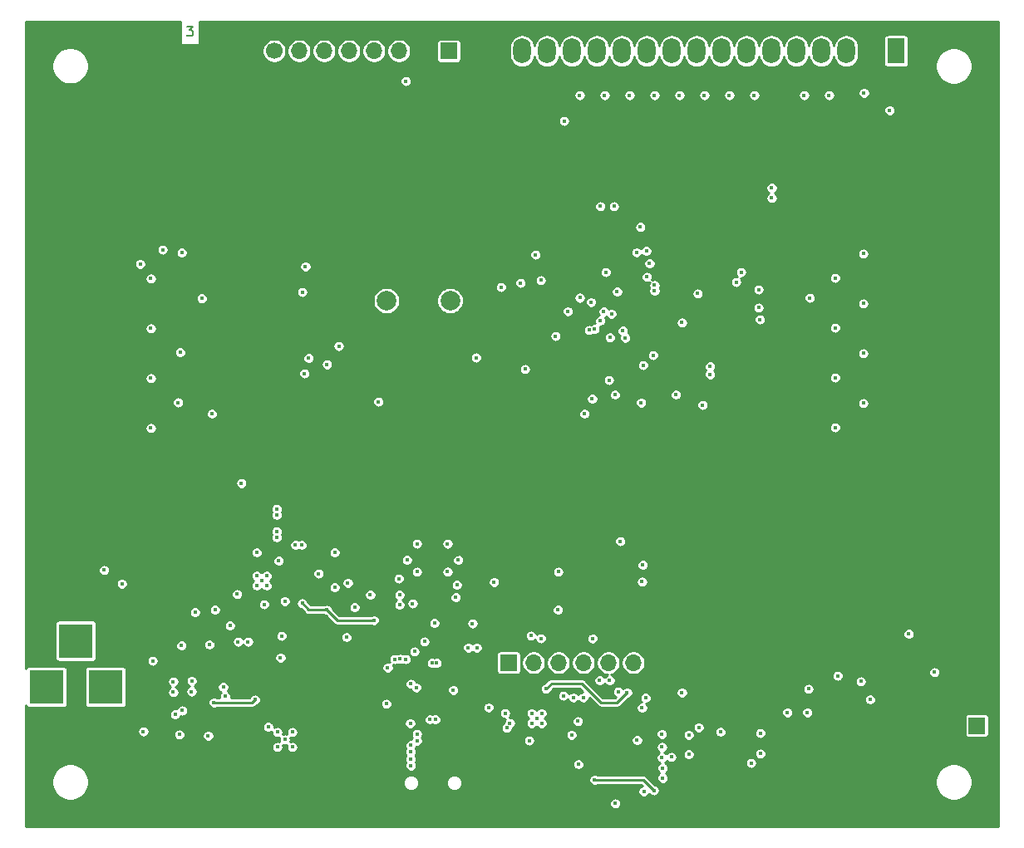
<source format=gbr>
G04 #@! TF.GenerationSoftware,KiCad,Pcbnew,(5.1.8)-1*
G04 #@! TF.CreationDate,2021-01-22T21:00:44-06:00*
G04 #@! TF.ProjectId,Pulse_Oximeter,50756c73-655f-44f7-9869-6d657465722e,rev?*
G04 #@! TF.SameCoordinates,Original*
G04 #@! TF.FileFunction,Copper,L3,Inr*
G04 #@! TF.FilePolarity,Positive*
%FSLAX46Y46*%
G04 Gerber Fmt 4.6, Leading zero omitted, Abs format (unit mm)*
G04 Created by KiCad (PCBNEW (5.1.8)-1) date 2021-01-22 21:00:44*
%MOMM*%
%LPD*%
G01*
G04 APERTURE LIST*
G04 #@! TA.AperFunction,NonConductor*
%ADD10C,0.200000*%
G04 #@! TD*
G04 #@! TA.AperFunction,ComponentPad*
%ADD11R,1.800000X2.600000*%
G04 #@! TD*
G04 #@! TA.AperFunction,ComponentPad*
%ADD12O,1.800000X2.600000*%
G04 #@! TD*
G04 #@! TA.AperFunction,ComponentPad*
%ADD13R,1.700000X1.700000*%
G04 #@! TD*
G04 #@! TA.AperFunction,ComponentPad*
%ADD14O,1.700000X1.700000*%
G04 #@! TD*
G04 #@! TA.AperFunction,ComponentPad*
%ADD15C,1.700000*%
G04 #@! TD*
G04 #@! TA.AperFunction,ComponentPad*
%ADD16R,3.500000X3.500000*%
G04 #@! TD*
G04 #@! TA.AperFunction,ComponentPad*
%ADD17C,2.000000*%
G04 #@! TD*
G04 #@! TA.AperFunction,ViaPad*
%ADD18C,0.431800*%
G04 #@! TD*
G04 #@! TA.AperFunction,Conductor*
%ADD19C,0.254000*%
G04 #@! TD*
G04 #@! TA.AperFunction,Conductor*
%ADD20C,0.100000*%
G04 #@! TD*
G04 APERTURE END LIST*
D10*
X111934666Y-59078880D02*
X112553714Y-59078880D01*
X112220380Y-59459833D01*
X112363238Y-59459833D01*
X112458476Y-59507452D01*
X112506095Y-59555071D01*
X112553714Y-59650309D01*
X112553714Y-59888404D01*
X112506095Y-59983642D01*
X112458476Y-60031261D01*
X112363238Y-60078880D01*
X112077523Y-60078880D01*
X111982285Y-60031261D01*
X111934666Y-59983642D01*
D11*
X184187600Y-61592500D03*
D12*
X181647600Y-61592500D03*
X179107600Y-61592500D03*
X176567600Y-61592500D03*
X174027600Y-61592500D03*
X171487600Y-61592500D03*
X168947600Y-61592500D03*
X166407600Y-61592500D03*
X163867600Y-61592500D03*
X161327600Y-61592500D03*
X158787600Y-61592500D03*
X156247600Y-61592500D03*
X153707600Y-61592500D03*
X151167600Y-61592500D03*
X148627600Y-61592500D03*
X146087600Y-61592500D03*
D13*
X192405000Y-130366000D03*
D14*
X157416000Y-123952000D03*
X154876000Y-123952000D03*
X152336000Y-123952000D03*
X149796000Y-123952000D03*
X147256000Y-123952000D03*
D13*
X144716000Y-123952000D03*
X138620000Y-61592500D03*
D14*
X136080000Y-61592500D03*
X133540000Y-61592500D03*
X131000000Y-61592500D03*
X128460000Y-61592500D03*
X125920000Y-61592500D03*
X123380000Y-61592500D03*
D15*
X120840000Y-61592500D03*
D16*
X103632000Y-126428000D03*
X97632000Y-126428000D03*
X100632000Y-121728000D03*
D17*
X132270000Y-87047500D03*
X132270000Y-82547500D03*
X138770000Y-87047500D03*
X138770000Y-82547500D03*
D18*
X108458000Y-123762000D03*
X136144000Y-121793000D03*
X141478000Y-122428000D03*
X148018000Y-121476000D03*
X139573000Y-113474000D03*
X139319000Y-117284000D03*
X141034000Y-119952000D03*
X142684000Y-128524000D03*
X132398000Y-124460000D03*
X132270000Y-128143000D03*
X135318000Y-126492000D03*
X139065000Y-126746000D03*
X181546000Y-127698000D03*
X180594000Y-125857000D03*
X175260000Y-126619000D03*
X162370000Y-89281000D03*
X114808000Y-118554000D03*
X167894000Y-85153500D03*
X151956000Y-66103500D03*
X154496000Y-66103500D03*
X157036000Y-66103500D03*
X159576000Y-66103500D03*
X162116000Y-66103500D03*
X164656000Y-66103500D03*
X167196000Y-66103500D03*
X169736000Y-66103500D03*
X174816000Y-66103500D03*
X177356000Y-66103500D03*
X188087000Y-124922000D03*
X123000000Y-111950000D03*
X123634000Y-111950000D03*
X121094000Y-110554000D03*
X121094000Y-111188000D03*
X121094000Y-108268000D03*
X121094000Y-108902000D03*
X119062000Y-112712000D03*
X119062000Y-115080000D03*
X120078000Y-115080000D03*
X119570000Y-115570000D03*
X119062000Y-116096000D03*
X120078000Y-116096000D03*
X147574000Y-129604000D03*
X144844000Y-130112000D03*
X146812000Y-131890000D03*
X151765000Y-129921000D03*
X151130000Y-131318000D03*
X151320000Y-127508000D03*
X152336000Y-127508000D03*
X150304000Y-127318000D03*
X155575000Y-138303000D03*
X157798000Y-131844000D03*
X160338000Y-132542000D03*
X161290000Y-133558000D03*
X160401000Y-135718000D03*
X158306000Y-128542000D03*
X155892000Y-126891000D03*
X147066000Y-130130000D03*
X148082000Y-130130000D03*
X148082000Y-129114000D03*
X147066000Y-129114000D03*
X137160000Y-119906000D03*
X134747000Y-134448000D03*
X134747000Y-133749000D03*
X134747000Y-133050000D03*
X134747000Y-132352000D03*
X135382000Y-131908000D03*
X135382000Y-131209000D03*
X136906000Y-123975000D03*
X137384000Y-123975000D03*
X134239000Y-64661000D03*
X121920000Y-117684000D03*
X121158000Y-132542000D03*
X122682000Y-132542000D03*
X122682000Y-131018000D03*
X121158000Y-131018000D03*
X121920000Y-131780000D03*
X114110000Y-131400000D03*
X111379000Y-122192000D03*
X121285000Y-113556000D03*
X103505000Y-114508000D03*
X158432000Y-93617000D03*
X165227000Y-93744000D03*
X164465000Y-97681000D03*
X175387000Y-86759000D03*
X183515000Y-67645500D03*
X180912000Y-65867500D03*
X150368000Y-68725000D03*
X154051000Y-77424500D03*
X155448000Y-77424500D03*
X163965000Y-86314500D03*
X154940000Y-95141000D03*
X153226000Y-97046000D03*
X145923000Y-85235000D03*
X108268000Y-84790500D03*
X108268000Y-89870500D03*
X108268000Y-94950500D03*
X108268000Y-100030000D03*
X177990000Y-84727000D03*
X177990000Y-89807000D03*
X177990000Y-94887000D03*
X177990000Y-99967000D03*
X119824000Y-118001000D03*
X124333000Y-92898000D03*
X143954000Y-85659000D03*
X124016000Y-83563500D03*
X123698000Y-86167000D03*
X111475900Y-128830902D03*
X164084000Y-130556000D03*
X130619500Y-117030500D03*
X127000000Y-112712500D03*
X127000000Y-116268500D03*
X114236500Y-122110500D03*
X109474000Y-81851500D03*
X121475500Y-123444000D03*
X169418000Y-134175500D03*
X125349000Y-114871500D03*
X118174000Y-121811000D03*
X117158000Y-121811000D03*
X136208000Y-110046000D03*
X139504000Y-112920000D03*
X142558000Y-119952000D03*
X132334000Y-125920000D03*
X143574000Y-126365000D03*
X180615000Y-126953000D03*
X176657000Y-126428000D03*
X167196000Y-131000000D03*
X116014000Y-121412000D03*
X165989000Y-82105500D03*
X185801000Y-124922000D03*
X115316000Y-107760000D03*
X114681000Y-107760000D03*
X114046000Y-107760000D03*
X113411000Y-107760000D03*
X112776000Y-107760000D03*
X112141000Y-107760000D03*
X111506000Y-107760000D03*
X110871000Y-107760000D03*
X110236000Y-107760000D03*
X115951000Y-107124000D03*
X115316000Y-107124000D03*
X114681000Y-107124000D03*
X114046000Y-107124000D03*
X113411000Y-107124000D03*
X112776000Y-107124000D03*
X112141000Y-107124000D03*
X111506000Y-107124000D03*
X110871000Y-107124000D03*
X110236000Y-107124000D03*
X115951000Y-106490000D03*
X115316000Y-106490000D03*
X114681000Y-106490000D03*
X114046000Y-106490000D03*
X113411000Y-106490000D03*
X112776000Y-106490000D03*
X112141000Y-106490000D03*
X111506000Y-106490000D03*
X110871000Y-106490000D03*
X110236000Y-106490000D03*
X151130000Y-130175000D03*
X154622000Y-138303000D03*
X156528000Y-138303000D03*
X157798000Y-131146000D03*
X157544000Y-127780000D03*
X133668000Y-120478000D03*
X137224000Y-121049000D03*
X135382000Y-64661000D03*
X110236000Y-122192000D03*
X103505000Y-113366000D03*
X158432000Y-94633000D03*
X164402000Y-98824000D03*
X175387000Y-87902000D03*
X182372000Y-67645500D03*
X150368000Y-67645500D03*
X152908000Y-77424500D03*
X156591000Y-77424500D03*
X163957000Y-87330500D03*
X156083000Y-95141000D03*
X151828000Y-97046000D03*
X145923000Y-86314500D03*
X110490000Y-84790500D03*
X110490000Y-89870500D03*
X110490000Y-94950500D03*
X110490000Y-100030000D03*
X180276000Y-84727000D03*
X180276000Y-89807000D03*
X180276000Y-94887000D03*
X180276000Y-99967000D03*
X122554000Y-86167000D03*
X172276000Y-66103500D03*
X126428000Y-110046000D03*
X119316500Y-122428000D03*
X118237000Y-120586500D03*
X166306000Y-131000000D03*
X148526500Y-126619000D03*
X156781500Y-127000000D03*
X155004000Y-125748000D03*
X153988000Y-125748000D03*
X133604000Y-117030000D03*
X139446000Y-116014000D03*
X140589000Y-122428000D03*
X136690000Y-129730000D03*
X137249000Y-129730000D03*
X133096000Y-123589000D03*
X134239000Y-123589000D03*
X151960400Y-86750600D03*
X158482313Y-137071528D03*
X105317900Y-115916500D03*
X134689200Y-130130500D03*
X123682100Y-117905000D03*
X126199700Y-118575700D03*
X144356300Y-129102000D03*
X158668800Y-127522700D03*
X126207100Y-93547800D03*
X170370000Y-131128000D03*
X170180000Y-85915500D03*
X134937500Y-117919500D03*
X131000500Y-119634000D03*
X141398100Y-92853400D03*
X159576000Y-85468500D03*
X115834800Y-127370000D03*
X115639300Y-126429500D03*
X120219500Y-130496900D03*
X117047100Y-116969700D03*
X112773300Y-118814300D03*
X144521000Y-130604600D03*
X127408000Y-91679000D03*
X170370000Y-133223000D03*
X170180000Y-87757000D03*
X159576000Y-86040000D03*
X153479500Y-135890000D03*
X159512000Y-136969500D03*
X158128900Y-79537100D03*
X135382000Y-111824000D03*
X138494000Y-111824000D03*
X157754000Y-82125500D03*
X128334000Y-115824000D03*
X121602500Y-121221500D03*
X128206500Y-121348500D03*
X129032000Y-118300500D03*
X156583800Y-90847600D03*
X158205400Y-97445500D03*
X111034900Y-97422900D03*
X116332000Y-120160000D03*
X111414900Y-82146100D03*
X123907100Y-94470200D03*
X118884500Y-127713500D03*
X131445004Y-97345500D03*
X114681000Y-128016000D03*
X111257900Y-92306600D03*
X114492500Y-98568400D03*
X152435000Y-98568400D03*
X158781700Y-84624100D03*
X154400200Y-88160500D03*
X154046300Y-89101000D03*
X153263900Y-121502700D03*
X151828500Y-134302500D03*
X162369500Y-127000000D03*
X158305500Y-115697000D03*
X158369000Y-113982500D03*
X159067500Y-83248500D03*
X158750000Y-81978500D03*
X165227000Y-94569500D03*
X159448000Y-92601000D03*
X155040200Y-90797400D03*
X117483300Y-105655100D03*
X113461500Y-86819200D03*
X143225800Y-115738600D03*
X156083000Y-111569500D03*
X149774400Y-114677900D03*
X149485500Y-90659900D03*
X185467100Y-121010500D03*
X152905300Y-90044000D03*
X161743300Y-96637300D03*
X155556900Y-96637300D03*
X153474300Y-89944400D03*
X160317000Y-131226000D03*
X147447000Y-82359500D03*
X147996000Y-84959200D03*
X171514000Y-75539600D03*
X171514000Y-76581000D03*
X168402000Y-84137500D03*
X154622000Y-84137500D03*
X180848000Y-82250500D03*
X180848000Y-87330500D03*
X170307000Y-88963500D03*
X155194000Y-88392000D03*
X180848000Y-92410500D03*
X180848000Y-97490500D03*
X156337000Y-90106500D03*
X107506000Y-130955000D03*
X111188000Y-131272000D03*
X110554000Y-125875000D03*
X112432000Y-125821000D03*
X112418000Y-126900000D03*
X110554000Y-126954000D03*
X110744000Y-129222500D03*
X133668000Y-123571000D03*
X149733000Y-118554000D03*
X134366000Y-113474000D03*
X160401000Y-134702000D03*
X160338000Y-133622000D03*
X175133000Y-129032000D03*
X178244000Y-125286000D03*
X133604000Y-118046000D03*
X135128000Y-122809000D03*
X135382000Y-114681000D03*
X146994600Y-121196800D03*
X133540000Y-115380000D03*
X134747000Y-126111000D03*
X138494000Y-114681000D03*
X163068000Y-131318000D03*
X163068000Y-133286000D03*
X173101000Y-129032000D03*
X146385100Y-94021900D03*
X150738900Y-88148500D03*
X153103800Y-87203100D03*
X155765100Y-86130700D03*
X107188000Y-83312000D03*
D19*
X148526500Y-126619000D02*
X149098000Y-126047500D01*
X149098000Y-126047500D02*
X152146000Y-126047500D01*
X152146000Y-126047500D02*
X154114500Y-128016000D01*
X155765500Y-128016000D02*
X156781500Y-127000000D01*
X154114500Y-128016000D02*
X155765500Y-128016000D01*
X123682100Y-117905000D02*
X124352800Y-118575700D01*
X124352800Y-118575700D02*
X126199700Y-118575700D01*
X127258000Y-119634000D02*
X126199700Y-118575700D01*
X131000500Y-119634000D02*
X127258000Y-119634000D01*
X153479500Y-135890000D02*
X158432500Y-135890000D01*
X158432500Y-135890000D02*
X159512000Y-136969500D01*
X118884500Y-127713500D02*
X118582000Y-128016000D01*
X118582000Y-128016000D02*
X114681000Y-128016000D01*
X111310810Y-60937500D02*
X113225191Y-60937500D01*
X113225191Y-58571000D01*
X194603501Y-58571000D01*
X194603500Y-140659000D01*
X95515500Y-140659000D01*
X95515500Y-138244210D01*
X154978100Y-138244210D01*
X154978100Y-138361790D01*
X155001039Y-138477109D01*
X155046034Y-138585738D01*
X155111358Y-138683501D01*
X155194499Y-138766642D01*
X155292262Y-138831966D01*
X155400891Y-138876961D01*
X155516210Y-138899900D01*
X155633790Y-138899900D01*
X155749109Y-138876961D01*
X155857738Y-138831966D01*
X155955501Y-138766642D01*
X156038642Y-138683501D01*
X156103966Y-138585738D01*
X156148961Y-138477109D01*
X156171900Y-138361790D01*
X156171900Y-138244210D01*
X156148961Y-138128891D01*
X156103966Y-138020262D01*
X156038642Y-137922499D01*
X155955501Y-137839358D01*
X155857738Y-137774034D01*
X155749109Y-137729039D01*
X155633790Y-137706100D01*
X155516210Y-137706100D01*
X155400891Y-137729039D01*
X155292262Y-137774034D01*
X155194499Y-137839358D01*
X155111358Y-137922499D01*
X155046034Y-138020262D01*
X155001039Y-138128891D01*
X154978100Y-138244210D01*
X95515500Y-138244210D01*
X95515500Y-135929738D01*
X98179000Y-135929738D01*
X98179000Y-136300262D01*
X98251286Y-136663667D01*
X98393080Y-137005987D01*
X98598932Y-137314067D01*
X98860933Y-137576068D01*
X99169013Y-137781920D01*
X99511333Y-137923714D01*
X99874738Y-137996000D01*
X100245262Y-137996000D01*
X100608667Y-137923714D01*
X100950987Y-137781920D01*
X101259067Y-137576068D01*
X101521068Y-137314067D01*
X101726920Y-137005987D01*
X101868714Y-136663667D01*
X101941000Y-136300262D01*
X101941000Y-136116154D01*
X133939000Y-136116154D01*
X133939000Y-136279846D01*
X133970935Y-136440394D01*
X134033577Y-136591626D01*
X134124520Y-136727732D01*
X134240268Y-136843480D01*
X134376374Y-136934423D01*
X134527606Y-136997065D01*
X134688154Y-137029000D01*
X134851846Y-137029000D01*
X135012394Y-136997065D01*
X135163626Y-136934423D01*
X135299732Y-136843480D01*
X135415480Y-136727732D01*
X135506423Y-136591626D01*
X135569065Y-136440394D01*
X135601000Y-136279846D01*
X135601000Y-136116154D01*
X138339000Y-136116154D01*
X138339000Y-136279846D01*
X138370935Y-136440394D01*
X138433577Y-136591626D01*
X138524520Y-136727732D01*
X138640268Y-136843480D01*
X138776374Y-136934423D01*
X138927606Y-136997065D01*
X139088154Y-137029000D01*
X139251846Y-137029000D01*
X139412394Y-136997065D01*
X139563626Y-136934423D01*
X139699732Y-136843480D01*
X139815480Y-136727732D01*
X139906423Y-136591626D01*
X139969065Y-136440394D01*
X140001000Y-136279846D01*
X140001000Y-136116154D01*
X139969065Y-135955606D01*
X139917539Y-135831210D01*
X152882600Y-135831210D01*
X152882600Y-135948790D01*
X152905539Y-136064109D01*
X152950534Y-136172738D01*
X153015858Y-136270501D01*
X153098999Y-136353642D01*
X153196762Y-136418966D01*
X153305391Y-136463961D01*
X153420710Y-136486900D01*
X153538290Y-136486900D01*
X153653609Y-136463961D01*
X153762238Y-136418966D01*
X153793615Y-136398000D01*
X158222080Y-136398000D01*
X158319417Y-136495337D01*
X158308204Y-136497567D01*
X158199575Y-136542562D01*
X158101812Y-136607886D01*
X158018671Y-136691027D01*
X157953347Y-136788790D01*
X157908352Y-136897419D01*
X157885413Y-137012738D01*
X157885413Y-137130318D01*
X157908352Y-137245637D01*
X157953347Y-137354266D01*
X158018671Y-137452029D01*
X158101812Y-137535170D01*
X158199575Y-137600494D01*
X158308204Y-137645489D01*
X158423523Y-137668428D01*
X158541103Y-137668428D01*
X158656422Y-137645489D01*
X158765051Y-137600494D01*
X158862814Y-137535170D01*
X158945955Y-137452029D01*
X159011279Y-137354266D01*
X159026559Y-137317377D01*
X159048358Y-137350001D01*
X159131499Y-137433142D01*
X159229262Y-137498466D01*
X159337891Y-137543461D01*
X159453210Y-137566400D01*
X159570790Y-137566400D01*
X159686109Y-137543461D01*
X159794738Y-137498466D01*
X159892501Y-137433142D01*
X159975642Y-137350001D01*
X160040966Y-137252238D01*
X160085961Y-137143609D01*
X160108900Y-137028290D01*
X160108900Y-136910710D01*
X160085961Y-136795391D01*
X160040966Y-136686762D01*
X159975642Y-136588999D01*
X159892501Y-136505858D01*
X159794738Y-136440534D01*
X159686109Y-136395539D01*
X159649097Y-136388177D01*
X158809355Y-135548435D01*
X158793448Y-135529052D01*
X158716095Y-135465571D01*
X158627843Y-135418399D01*
X158532085Y-135389351D01*
X158457447Y-135382000D01*
X158457444Y-135382000D01*
X158432500Y-135379543D01*
X158407556Y-135382000D01*
X153793615Y-135382000D01*
X153762238Y-135361034D01*
X153653609Y-135316039D01*
X153538290Y-135293100D01*
X153420710Y-135293100D01*
X153305391Y-135316039D01*
X153196762Y-135361034D01*
X153098999Y-135426358D01*
X153015858Y-135509499D01*
X152950534Y-135607262D01*
X152905539Y-135715891D01*
X152882600Y-135831210D01*
X139917539Y-135831210D01*
X139906423Y-135804374D01*
X139815480Y-135668268D01*
X139699732Y-135552520D01*
X139563626Y-135461577D01*
X139412394Y-135398935D01*
X139251846Y-135367000D01*
X139088154Y-135367000D01*
X138927606Y-135398935D01*
X138776374Y-135461577D01*
X138640268Y-135552520D01*
X138524520Y-135668268D01*
X138433577Y-135804374D01*
X138370935Y-135955606D01*
X138339000Y-136116154D01*
X135601000Y-136116154D01*
X135569065Y-135955606D01*
X135506423Y-135804374D01*
X135415480Y-135668268D01*
X135299732Y-135552520D01*
X135163626Y-135461577D01*
X135012394Y-135398935D01*
X134851846Y-135367000D01*
X134688154Y-135367000D01*
X134527606Y-135398935D01*
X134376374Y-135461577D01*
X134240268Y-135552520D01*
X134124520Y-135668268D01*
X134033577Y-135804374D01*
X133970935Y-135955606D01*
X133939000Y-136116154D01*
X101941000Y-136116154D01*
X101941000Y-135929738D01*
X101868714Y-135566333D01*
X101726920Y-135224013D01*
X101521068Y-134915933D01*
X101259067Y-134653932D01*
X100950987Y-134448080D01*
X100608667Y-134306286D01*
X100245262Y-134234000D01*
X99874738Y-134234000D01*
X99511333Y-134306286D01*
X99169013Y-134448080D01*
X98860933Y-134653932D01*
X98598932Y-134915933D01*
X98393080Y-135224013D01*
X98251286Y-135566333D01*
X98179000Y-135929738D01*
X95515500Y-135929738D01*
X95515500Y-130896210D01*
X106909100Y-130896210D01*
X106909100Y-131013790D01*
X106932039Y-131129109D01*
X106977034Y-131237738D01*
X107042358Y-131335501D01*
X107125499Y-131418642D01*
X107223262Y-131483966D01*
X107331891Y-131528961D01*
X107447210Y-131551900D01*
X107564790Y-131551900D01*
X107680109Y-131528961D01*
X107788738Y-131483966D01*
X107886501Y-131418642D01*
X107969642Y-131335501D01*
X108034966Y-131237738D01*
X108045125Y-131213210D01*
X110591100Y-131213210D01*
X110591100Y-131330790D01*
X110614039Y-131446109D01*
X110659034Y-131554738D01*
X110724358Y-131652501D01*
X110807499Y-131735642D01*
X110905262Y-131800966D01*
X111013891Y-131845961D01*
X111129210Y-131868900D01*
X111246790Y-131868900D01*
X111362109Y-131845961D01*
X111470738Y-131800966D01*
X111568501Y-131735642D01*
X111651642Y-131652501D01*
X111716966Y-131554738D01*
X111761961Y-131446109D01*
X111782827Y-131341210D01*
X113513100Y-131341210D01*
X113513100Y-131458790D01*
X113536039Y-131574109D01*
X113581034Y-131682738D01*
X113646358Y-131780501D01*
X113729499Y-131863642D01*
X113827262Y-131928966D01*
X113935891Y-131973961D01*
X114051210Y-131996900D01*
X114168790Y-131996900D01*
X114284109Y-131973961D01*
X114392738Y-131928966D01*
X114490501Y-131863642D01*
X114573642Y-131780501D01*
X114638966Y-131682738D01*
X114683961Y-131574109D01*
X114706900Y-131458790D01*
X114706900Y-131341210D01*
X114683961Y-131225891D01*
X114638966Y-131117262D01*
X114573642Y-131019499D01*
X114490501Y-130936358D01*
X114392738Y-130871034D01*
X114284109Y-130826039D01*
X114168790Y-130803100D01*
X114051210Y-130803100D01*
X113935891Y-130826039D01*
X113827262Y-130871034D01*
X113729499Y-130936358D01*
X113646358Y-131019499D01*
X113581034Y-131117262D01*
X113536039Y-131225891D01*
X113513100Y-131341210D01*
X111782827Y-131341210D01*
X111784900Y-131330790D01*
X111784900Y-131213210D01*
X111761961Y-131097891D01*
X111716966Y-130989262D01*
X111651642Y-130891499D01*
X111568501Y-130808358D01*
X111470738Y-130743034D01*
X111362109Y-130698039D01*
X111246790Y-130675100D01*
X111129210Y-130675100D01*
X111013891Y-130698039D01*
X110905262Y-130743034D01*
X110807499Y-130808358D01*
X110724358Y-130891499D01*
X110659034Y-130989262D01*
X110614039Y-131097891D01*
X110591100Y-131213210D01*
X108045125Y-131213210D01*
X108079961Y-131129109D01*
X108102900Y-131013790D01*
X108102900Y-130896210D01*
X108079961Y-130780891D01*
X108034966Y-130672262D01*
X107969642Y-130574499D01*
X107886501Y-130491358D01*
X107806811Y-130438110D01*
X119622600Y-130438110D01*
X119622600Y-130555690D01*
X119645539Y-130671009D01*
X119690534Y-130779638D01*
X119755858Y-130877401D01*
X119838999Y-130960542D01*
X119936762Y-131025866D01*
X120045391Y-131070861D01*
X120160710Y-131093800D01*
X120278290Y-131093800D01*
X120393609Y-131070861D01*
X120502238Y-131025866D01*
X120561100Y-130986535D01*
X120561100Y-131076790D01*
X120584039Y-131192109D01*
X120629034Y-131300738D01*
X120694358Y-131398501D01*
X120777499Y-131481642D01*
X120875262Y-131546966D01*
X120983891Y-131591961D01*
X121099210Y-131614900D01*
X121216790Y-131614900D01*
X121332109Y-131591961D01*
X121355889Y-131582111D01*
X121346039Y-131605891D01*
X121323100Y-131721210D01*
X121323100Y-131838790D01*
X121346039Y-131954109D01*
X121355889Y-131977889D01*
X121332109Y-131968039D01*
X121216790Y-131945100D01*
X121099210Y-131945100D01*
X120983891Y-131968039D01*
X120875262Y-132013034D01*
X120777499Y-132078358D01*
X120694358Y-132161499D01*
X120629034Y-132259262D01*
X120584039Y-132367891D01*
X120561100Y-132483210D01*
X120561100Y-132600790D01*
X120584039Y-132716109D01*
X120629034Y-132824738D01*
X120694358Y-132922501D01*
X120777499Y-133005642D01*
X120875262Y-133070966D01*
X120983891Y-133115961D01*
X121099210Y-133138900D01*
X121216790Y-133138900D01*
X121332109Y-133115961D01*
X121440738Y-133070966D01*
X121538501Y-133005642D01*
X121621642Y-132922501D01*
X121686966Y-132824738D01*
X121731961Y-132716109D01*
X121754900Y-132600790D01*
X121754900Y-132483210D01*
X121731961Y-132367891D01*
X121722111Y-132344111D01*
X121745891Y-132353961D01*
X121861210Y-132376900D01*
X121978790Y-132376900D01*
X122094109Y-132353961D01*
X122117889Y-132344111D01*
X122108039Y-132367891D01*
X122085100Y-132483210D01*
X122085100Y-132600790D01*
X122108039Y-132716109D01*
X122153034Y-132824738D01*
X122218358Y-132922501D01*
X122301499Y-133005642D01*
X122399262Y-133070966D01*
X122507891Y-133115961D01*
X122623210Y-133138900D01*
X122740790Y-133138900D01*
X122856109Y-133115961D01*
X122964738Y-133070966D01*
X123062501Y-133005642D01*
X123145642Y-132922501D01*
X123210966Y-132824738D01*
X123255961Y-132716109D01*
X123278900Y-132600790D01*
X123278900Y-132483210D01*
X123255961Y-132367891D01*
X123225028Y-132293210D01*
X134150100Y-132293210D01*
X134150100Y-132410790D01*
X134173039Y-132526109D01*
X134218034Y-132634738D01*
X134262309Y-132701000D01*
X134218034Y-132767262D01*
X134173039Y-132875891D01*
X134150100Y-132991210D01*
X134150100Y-133108790D01*
X134173039Y-133224109D01*
X134218034Y-133332738D01*
X134262644Y-133399500D01*
X134218034Y-133466262D01*
X134173039Y-133574891D01*
X134150100Y-133690210D01*
X134150100Y-133807790D01*
X134173039Y-133923109D01*
X134218034Y-134031738D01*
X134262644Y-134098500D01*
X134218034Y-134165262D01*
X134173039Y-134273891D01*
X134150100Y-134389210D01*
X134150100Y-134506790D01*
X134173039Y-134622109D01*
X134218034Y-134730738D01*
X134283358Y-134828501D01*
X134366499Y-134911642D01*
X134464262Y-134976966D01*
X134572891Y-135021961D01*
X134688210Y-135044900D01*
X134805790Y-135044900D01*
X134921109Y-135021961D01*
X135029738Y-134976966D01*
X135127501Y-134911642D01*
X135210642Y-134828501D01*
X135275966Y-134730738D01*
X135320961Y-134622109D01*
X135343900Y-134506790D01*
X135343900Y-134389210D01*
X135320961Y-134273891D01*
X135308460Y-134243710D01*
X151231600Y-134243710D01*
X151231600Y-134361290D01*
X151254539Y-134476609D01*
X151299534Y-134585238D01*
X151364858Y-134683001D01*
X151447999Y-134766142D01*
X151545762Y-134831466D01*
X151654391Y-134876461D01*
X151769710Y-134899400D01*
X151887290Y-134899400D01*
X152002609Y-134876461D01*
X152111238Y-134831466D01*
X152209001Y-134766142D01*
X152292142Y-134683001D01*
X152357466Y-134585238D01*
X152402461Y-134476609D01*
X152425400Y-134361290D01*
X152425400Y-134243710D01*
X152402461Y-134128391D01*
X152357466Y-134019762D01*
X152292142Y-133921999D01*
X152209001Y-133838858D01*
X152111238Y-133773534D01*
X152002609Y-133728539D01*
X151887290Y-133705600D01*
X151769710Y-133705600D01*
X151654391Y-133728539D01*
X151545762Y-133773534D01*
X151447999Y-133838858D01*
X151364858Y-133921999D01*
X151299534Y-134019762D01*
X151254539Y-134128391D01*
X151231600Y-134243710D01*
X135308460Y-134243710D01*
X135275966Y-134165262D01*
X135231356Y-134098500D01*
X135275966Y-134031738D01*
X135320961Y-133923109D01*
X135343900Y-133807790D01*
X135343900Y-133690210D01*
X135320961Y-133574891D01*
X135275966Y-133466262D01*
X135231356Y-133399500D01*
X135275966Y-133332738D01*
X135320961Y-133224109D01*
X135343900Y-133108790D01*
X135343900Y-132991210D01*
X135320961Y-132875891D01*
X135275966Y-132767262D01*
X135231691Y-132701000D01*
X135275966Y-132634738D01*
X135320961Y-132526109D01*
X135325180Y-132504900D01*
X135440790Y-132504900D01*
X135556109Y-132481961D01*
X135664738Y-132436966D01*
X135762501Y-132371642D01*
X135845642Y-132288501D01*
X135910966Y-132190738D01*
X135955961Y-132082109D01*
X135978900Y-131966790D01*
X135978900Y-131849210D01*
X135975320Y-131831210D01*
X146215100Y-131831210D01*
X146215100Y-131948790D01*
X146238039Y-132064109D01*
X146283034Y-132172738D01*
X146348358Y-132270501D01*
X146431499Y-132353642D01*
X146529262Y-132418966D01*
X146637891Y-132463961D01*
X146753210Y-132486900D01*
X146870790Y-132486900D01*
X146889340Y-132483210D01*
X159741100Y-132483210D01*
X159741100Y-132600790D01*
X159764039Y-132716109D01*
X159809034Y-132824738D01*
X159874358Y-132922501D01*
X159957499Y-133005642D01*
X160055262Y-133070966D01*
X160081901Y-133082000D01*
X160055262Y-133093034D01*
X159957499Y-133158358D01*
X159874358Y-133241499D01*
X159809034Y-133339262D01*
X159764039Y-133447891D01*
X159741100Y-133563210D01*
X159741100Y-133680790D01*
X159764039Y-133796109D01*
X159809034Y-133904738D01*
X159874358Y-134002501D01*
X159957499Y-134085642D01*
X160055262Y-134150966D01*
X160114541Y-134175520D01*
X160020499Y-134238358D01*
X159937358Y-134321499D01*
X159872034Y-134419262D01*
X159827039Y-134527891D01*
X159804100Y-134643210D01*
X159804100Y-134760790D01*
X159827039Y-134876109D01*
X159872034Y-134984738D01*
X159937358Y-135082501D01*
X160020499Y-135165642D01*
X160086885Y-135210000D01*
X160020499Y-135254358D01*
X159937358Y-135337499D01*
X159872034Y-135435262D01*
X159827039Y-135543891D01*
X159804100Y-135659210D01*
X159804100Y-135776790D01*
X159827039Y-135892109D01*
X159872034Y-136000738D01*
X159937358Y-136098501D01*
X160020499Y-136181642D01*
X160118262Y-136246966D01*
X160226891Y-136291961D01*
X160342210Y-136314900D01*
X160459790Y-136314900D01*
X160575109Y-136291961D01*
X160683738Y-136246966D01*
X160781501Y-136181642D01*
X160864642Y-136098501D01*
X160929966Y-136000738D01*
X160959374Y-135929738D01*
X188179000Y-135929738D01*
X188179000Y-136300262D01*
X188251286Y-136663667D01*
X188393080Y-137005987D01*
X188598932Y-137314067D01*
X188860933Y-137576068D01*
X189169013Y-137781920D01*
X189511333Y-137923714D01*
X189874738Y-137996000D01*
X190245262Y-137996000D01*
X190608667Y-137923714D01*
X190950987Y-137781920D01*
X191259067Y-137576068D01*
X191521068Y-137314067D01*
X191726920Y-137005987D01*
X191868714Y-136663667D01*
X191941000Y-136300262D01*
X191941000Y-135929738D01*
X191868714Y-135566333D01*
X191726920Y-135224013D01*
X191521068Y-134915933D01*
X191259067Y-134653932D01*
X190950987Y-134448080D01*
X190608667Y-134306286D01*
X190245262Y-134234000D01*
X189874738Y-134234000D01*
X189511333Y-134306286D01*
X189169013Y-134448080D01*
X188860933Y-134653932D01*
X188598932Y-134915933D01*
X188393080Y-135224013D01*
X188251286Y-135566333D01*
X188179000Y-135929738D01*
X160959374Y-135929738D01*
X160974961Y-135892109D01*
X160997900Y-135776790D01*
X160997900Y-135659210D01*
X160974961Y-135543891D01*
X160929966Y-135435262D01*
X160864642Y-135337499D01*
X160781501Y-135254358D01*
X160715115Y-135210000D01*
X160781501Y-135165642D01*
X160864642Y-135082501D01*
X160929966Y-134984738D01*
X160974961Y-134876109D01*
X160997900Y-134760790D01*
X160997900Y-134643210D01*
X160974961Y-134527891D01*
X160929966Y-134419262D01*
X160864642Y-134321499D01*
X160781501Y-134238358D01*
X160683738Y-134173034D01*
X160624459Y-134148480D01*
X160718501Y-134085642D01*
X160801642Y-134002501D01*
X160837177Y-133949320D01*
X160909499Y-134021642D01*
X161007262Y-134086966D01*
X161115891Y-134131961D01*
X161231210Y-134154900D01*
X161348790Y-134154900D01*
X161464109Y-134131961D01*
X161500928Y-134116710D01*
X168821100Y-134116710D01*
X168821100Y-134234290D01*
X168844039Y-134349609D01*
X168889034Y-134458238D01*
X168954358Y-134556001D01*
X169037499Y-134639142D01*
X169135262Y-134704466D01*
X169243891Y-134749461D01*
X169359210Y-134772400D01*
X169476790Y-134772400D01*
X169592109Y-134749461D01*
X169700738Y-134704466D01*
X169798501Y-134639142D01*
X169881642Y-134556001D01*
X169946966Y-134458238D01*
X169991961Y-134349609D01*
X170014900Y-134234290D01*
X170014900Y-134116710D01*
X169991961Y-134001391D01*
X169946966Y-133892762D01*
X169881642Y-133794999D01*
X169798501Y-133711858D01*
X169700738Y-133646534D01*
X169592109Y-133601539D01*
X169476790Y-133578600D01*
X169359210Y-133578600D01*
X169243891Y-133601539D01*
X169135262Y-133646534D01*
X169037499Y-133711858D01*
X168954358Y-133794999D01*
X168889034Y-133892762D01*
X168844039Y-134001391D01*
X168821100Y-134116710D01*
X161500928Y-134116710D01*
X161572738Y-134086966D01*
X161670501Y-134021642D01*
X161753642Y-133938501D01*
X161818966Y-133840738D01*
X161863961Y-133732109D01*
X161886900Y-133616790D01*
X161886900Y-133499210D01*
X161863961Y-133383891D01*
X161818966Y-133275262D01*
X161786859Y-133227210D01*
X162471100Y-133227210D01*
X162471100Y-133344790D01*
X162494039Y-133460109D01*
X162539034Y-133568738D01*
X162604358Y-133666501D01*
X162687499Y-133749642D01*
X162785262Y-133814966D01*
X162893891Y-133859961D01*
X163009210Y-133882900D01*
X163126790Y-133882900D01*
X163242109Y-133859961D01*
X163350738Y-133814966D01*
X163448501Y-133749642D01*
X163531642Y-133666501D01*
X163596966Y-133568738D01*
X163641961Y-133460109D01*
X163664900Y-133344790D01*
X163664900Y-133227210D01*
X163652369Y-133164210D01*
X169773100Y-133164210D01*
X169773100Y-133281790D01*
X169796039Y-133397109D01*
X169841034Y-133505738D01*
X169906358Y-133603501D01*
X169989499Y-133686642D01*
X170087262Y-133751966D01*
X170195891Y-133796961D01*
X170311210Y-133819900D01*
X170428790Y-133819900D01*
X170544109Y-133796961D01*
X170652738Y-133751966D01*
X170750501Y-133686642D01*
X170833642Y-133603501D01*
X170898966Y-133505738D01*
X170943961Y-133397109D01*
X170966900Y-133281790D01*
X170966900Y-133164210D01*
X170943961Y-133048891D01*
X170898966Y-132940262D01*
X170833642Y-132842499D01*
X170750501Y-132759358D01*
X170652738Y-132694034D01*
X170544109Y-132649039D01*
X170428790Y-132626100D01*
X170311210Y-132626100D01*
X170195891Y-132649039D01*
X170087262Y-132694034D01*
X169989499Y-132759358D01*
X169906358Y-132842499D01*
X169841034Y-132940262D01*
X169796039Y-133048891D01*
X169773100Y-133164210D01*
X163652369Y-133164210D01*
X163641961Y-133111891D01*
X163596966Y-133003262D01*
X163531642Y-132905499D01*
X163448501Y-132822358D01*
X163350738Y-132757034D01*
X163242109Y-132712039D01*
X163126790Y-132689100D01*
X163009210Y-132689100D01*
X162893891Y-132712039D01*
X162785262Y-132757034D01*
X162687499Y-132822358D01*
X162604358Y-132905499D01*
X162539034Y-133003262D01*
X162494039Y-133111891D01*
X162471100Y-133227210D01*
X161786859Y-133227210D01*
X161753642Y-133177499D01*
X161670501Y-133094358D01*
X161572738Y-133029034D01*
X161464109Y-132984039D01*
X161348790Y-132961100D01*
X161231210Y-132961100D01*
X161115891Y-132984039D01*
X161007262Y-133029034D01*
X160909499Y-133094358D01*
X160826358Y-133177499D01*
X160790823Y-133230680D01*
X160718501Y-133158358D01*
X160620738Y-133093034D01*
X160594099Y-133082000D01*
X160620738Y-133070966D01*
X160718501Y-133005642D01*
X160801642Y-132922501D01*
X160866966Y-132824738D01*
X160911961Y-132716109D01*
X160934900Y-132600790D01*
X160934900Y-132483210D01*
X160911961Y-132367891D01*
X160866966Y-132259262D01*
X160801642Y-132161499D01*
X160718501Y-132078358D01*
X160620738Y-132013034D01*
X160512109Y-131968039D01*
X160396790Y-131945100D01*
X160279210Y-131945100D01*
X160163891Y-131968039D01*
X160055262Y-132013034D01*
X159957499Y-132078358D01*
X159874358Y-132161499D01*
X159809034Y-132259262D01*
X159764039Y-132367891D01*
X159741100Y-132483210D01*
X146889340Y-132483210D01*
X146986109Y-132463961D01*
X147094738Y-132418966D01*
X147192501Y-132353642D01*
X147275642Y-132270501D01*
X147340966Y-132172738D01*
X147385961Y-132064109D01*
X147408900Y-131948790D01*
X147408900Y-131831210D01*
X147385961Y-131715891D01*
X147340966Y-131607262D01*
X147275642Y-131509499D01*
X147192501Y-131426358D01*
X147094738Y-131361034D01*
X146986109Y-131316039D01*
X146870790Y-131293100D01*
X146753210Y-131293100D01*
X146637891Y-131316039D01*
X146529262Y-131361034D01*
X146431499Y-131426358D01*
X146348358Y-131509499D01*
X146283034Y-131607262D01*
X146238039Y-131715891D01*
X146215100Y-131831210D01*
X135975320Y-131831210D01*
X135955961Y-131733891D01*
X135910966Y-131625262D01*
X135866356Y-131558500D01*
X135910966Y-131491738D01*
X135955961Y-131383109D01*
X135978900Y-131267790D01*
X135978900Y-131259210D01*
X150533100Y-131259210D01*
X150533100Y-131376790D01*
X150556039Y-131492109D01*
X150601034Y-131600738D01*
X150666358Y-131698501D01*
X150749499Y-131781642D01*
X150847262Y-131846966D01*
X150955891Y-131891961D01*
X151071210Y-131914900D01*
X151188790Y-131914900D01*
X151304109Y-131891961D01*
X151412738Y-131846966D01*
X151505161Y-131785210D01*
X157201100Y-131785210D01*
X157201100Y-131902790D01*
X157224039Y-132018109D01*
X157269034Y-132126738D01*
X157334358Y-132224501D01*
X157417499Y-132307642D01*
X157515262Y-132372966D01*
X157623891Y-132417961D01*
X157739210Y-132440900D01*
X157856790Y-132440900D01*
X157972109Y-132417961D01*
X158080738Y-132372966D01*
X158178501Y-132307642D01*
X158261642Y-132224501D01*
X158326966Y-132126738D01*
X158371961Y-132018109D01*
X158394900Y-131902790D01*
X158394900Y-131785210D01*
X158371961Y-131669891D01*
X158326966Y-131561262D01*
X158261642Y-131463499D01*
X158178501Y-131380358D01*
X158080738Y-131315034D01*
X157972109Y-131270039D01*
X157856790Y-131247100D01*
X157739210Y-131247100D01*
X157623891Y-131270039D01*
X157515262Y-131315034D01*
X157417499Y-131380358D01*
X157334358Y-131463499D01*
X157269034Y-131561262D01*
X157224039Y-131669891D01*
X157201100Y-131785210D01*
X151505161Y-131785210D01*
X151510501Y-131781642D01*
X151593642Y-131698501D01*
X151658966Y-131600738D01*
X151703961Y-131492109D01*
X151726900Y-131376790D01*
X151726900Y-131259210D01*
X151708600Y-131167210D01*
X159720100Y-131167210D01*
X159720100Y-131284790D01*
X159743039Y-131400109D01*
X159788034Y-131508738D01*
X159853358Y-131606501D01*
X159936499Y-131689642D01*
X160034262Y-131754966D01*
X160142891Y-131799961D01*
X160258210Y-131822900D01*
X160375790Y-131822900D01*
X160491109Y-131799961D01*
X160599738Y-131754966D01*
X160697501Y-131689642D01*
X160780642Y-131606501D01*
X160845966Y-131508738D01*
X160890961Y-131400109D01*
X160913900Y-131284790D01*
X160913900Y-131259210D01*
X162471100Y-131259210D01*
X162471100Y-131376790D01*
X162494039Y-131492109D01*
X162539034Y-131600738D01*
X162604358Y-131698501D01*
X162687499Y-131781642D01*
X162785262Y-131846966D01*
X162893891Y-131891961D01*
X163009210Y-131914900D01*
X163126790Y-131914900D01*
X163242109Y-131891961D01*
X163350738Y-131846966D01*
X163448501Y-131781642D01*
X163531642Y-131698501D01*
X163596966Y-131600738D01*
X163641961Y-131492109D01*
X163664900Y-131376790D01*
X163664900Y-131259210D01*
X163641961Y-131143891D01*
X163596966Y-131035262D01*
X163531642Y-130937499D01*
X163448501Y-130854358D01*
X163350738Y-130789034D01*
X163242109Y-130744039D01*
X163126790Y-130721100D01*
X163009210Y-130721100D01*
X162893891Y-130744039D01*
X162785262Y-130789034D01*
X162687499Y-130854358D01*
X162604358Y-130937499D01*
X162539034Y-131035262D01*
X162494039Y-131143891D01*
X162471100Y-131259210D01*
X160913900Y-131259210D01*
X160913900Y-131167210D01*
X160890961Y-131051891D01*
X160845966Y-130943262D01*
X160780642Y-130845499D01*
X160697501Y-130762358D01*
X160599738Y-130697034D01*
X160491109Y-130652039D01*
X160375790Y-130629100D01*
X160258210Y-130629100D01*
X160142891Y-130652039D01*
X160034262Y-130697034D01*
X159936499Y-130762358D01*
X159853358Y-130845499D01*
X159788034Y-130943262D01*
X159743039Y-131051891D01*
X159720100Y-131167210D01*
X151708600Y-131167210D01*
X151703961Y-131143891D01*
X151658966Y-131035262D01*
X151593642Y-130937499D01*
X151510501Y-130854358D01*
X151412738Y-130789034D01*
X151304109Y-130744039D01*
X151188790Y-130721100D01*
X151071210Y-130721100D01*
X150955891Y-130744039D01*
X150847262Y-130789034D01*
X150749499Y-130854358D01*
X150666358Y-130937499D01*
X150601034Y-131035262D01*
X150556039Y-131143891D01*
X150533100Y-131259210D01*
X135978900Y-131259210D01*
X135978900Y-131150210D01*
X135955961Y-131034891D01*
X135910966Y-130926262D01*
X135845642Y-130828499D01*
X135762501Y-130745358D01*
X135664738Y-130680034D01*
X135556109Y-130635039D01*
X135440790Y-130612100D01*
X135323210Y-130612100D01*
X135207891Y-130635039D01*
X135099262Y-130680034D01*
X135001499Y-130745358D01*
X134918358Y-130828499D01*
X134853034Y-130926262D01*
X134808039Y-131034891D01*
X134785100Y-131150210D01*
X134785100Y-131267790D01*
X134808039Y-131383109D01*
X134853034Y-131491738D01*
X134897644Y-131558500D01*
X134853034Y-131625262D01*
X134808039Y-131733891D01*
X134803820Y-131755100D01*
X134688210Y-131755100D01*
X134572891Y-131778039D01*
X134464262Y-131823034D01*
X134366499Y-131888358D01*
X134283358Y-131971499D01*
X134218034Y-132069262D01*
X134173039Y-132177891D01*
X134150100Y-132293210D01*
X123225028Y-132293210D01*
X123210966Y-132259262D01*
X123145642Y-132161499D01*
X123062501Y-132078358D01*
X122964738Y-132013034D01*
X122856109Y-131968039D01*
X122740790Y-131945100D01*
X122623210Y-131945100D01*
X122507891Y-131968039D01*
X122484111Y-131977889D01*
X122493961Y-131954109D01*
X122516900Y-131838790D01*
X122516900Y-131721210D01*
X122493961Y-131605891D01*
X122484111Y-131582111D01*
X122507891Y-131591961D01*
X122623210Y-131614900D01*
X122740790Y-131614900D01*
X122856109Y-131591961D01*
X122964738Y-131546966D01*
X123062501Y-131481642D01*
X123145642Y-131398501D01*
X123210966Y-131300738D01*
X123255961Y-131192109D01*
X123278900Y-131076790D01*
X123278900Y-130959210D01*
X123255961Y-130843891D01*
X123210966Y-130735262D01*
X123145642Y-130637499D01*
X123062501Y-130554358D01*
X122964738Y-130489034D01*
X122856109Y-130444039D01*
X122740790Y-130421100D01*
X122623210Y-130421100D01*
X122507891Y-130444039D01*
X122399262Y-130489034D01*
X122301499Y-130554358D01*
X122218358Y-130637499D01*
X122153034Y-130735262D01*
X122108039Y-130843891D01*
X122085100Y-130959210D01*
X122085100Y-131076790D01*
X122108039Y-131192109D01*
X122117889Y-131215889D01*
X122094109Y-131206039D01*
X121978790Y-131183100D01*
X121861210Y-131183100D01*
X121745891Y-131206039D01*
X121722111Y-131215889D01*
X121731961Y-131192109D01*
X121754900Y-131076790D01*
X121754900Y-130959210D01*
X121731961Y-130843891D01*
X121686966Y-130735262D01*
X121621642Y-130637499D01*
X121538501Y-130554358D01*
X121440738Y-130489034D01*
X121332109Y-130444039D01*
X121216790Y-130421100D01*
X121099210Y-130421100D01*
X120983891Y-130444039D01*
X120875262Y-130489034D01*
X120816400Y-130528365D01*
X120816400Y-130438110D01*
X120793461Y-130322791D01*
X120748466Y-130214162D01*
X120683142Y-130116399D01*
X120638453Y-130071710D01*
X134092300Y-130071710D01*
X134092300Y-130189290D01*
X134115239Y-130304609D01*
X134160234Y-130413238D01*
X134225558Y-130511001D01*
X134308699Y-130594142D01*
X134406462Y-130659466D01*
X134515091Y-130704461D01*
X134630410Y-130727400D01*
X134747990Y-130727400D01*
X134863309Y-130704461D01*
X134971938Y-130659466D01*
X135069701Y-130594142D01*
X135152842Y-130511001D01*
X135218166Y-130413238D01*
X135263161Y-130304609D01*
X135286100Y-130189290D01*
X135286100Y-130071710D01*
X135263161Y-129956391D01*
X135218166Y-129847762D01*
X135152842Y-129749999D01*
X135074053Y-129671210D01*
X136093100Y-129671210D01*
X136093100Y-129788790D01*
X136116039Y-129904109D01*
X136161034Y-130012738D01*
X136226358Y-130110501D01*
X136309499Y-130193642D01*
X136407262Y-130258966D01*
X136515891Y-130303961D01*
X136631210Y-130326900D01*
X136748790Y-130326900D01*
X136864109Y-130303961D01*
X136969500Y-130260307D01*
X137074891Y-130303961D01*
X137190210Y-130326900D01*
X137307790Y-130326900D01*
X137423109Y-130303961D01*
X137531738Y-130258966D01*
X137629501Y-130193642D01*
X137712642Y-130110501D01*
X137777966Y-130012738D01*
X137822961Y-129904109D01*
X137845900Y-129788790D01*
X137845900Y-129671210D01*
X137822961Y-129555891D01*
X137777966Y-129447262D01*
X137712642Y-129349499D01*
X137629501Y-129266358D01*
X137531738Y-129201034D01*
X137423109Y-129156039D01*
X137307790Y-129133100D01*
X137190210Y-129133100D01*
X137074891Y-129156039D01*
X136969500Y-129199693D01*
X136864109Y-129156039D01*
X136748790Y-129133100D01*
X136631210Y-129133100D01*
X136515891Y-129156039D01*
X136407262Y-129201034D01*
X136309499Y-129266358D01*
X136226358Y-129349499D01*
X136161034Y-129447262D01*
X136116039Y-129555891D01*
X136093100Y-129671210D01*
X135074053Y-129671210D01*
X135069701Y-129666858D01*
X134971938Y-129601534D01*
X134863309Y-129556539D01*
X134747990Y-129533600D01*
X134630410Y-129533600D01*
X134515091Y-129556539D01*
X134406462Y-129601534D01*
X134308699Y-129666858D01*
X134225558Y-129749999D01*
X134160234Y-129847762D01*
X134115239Y-129956391D01*
X134092300Y-130071710D01*
X120638453Y-130071710D01*
X120600001Y-130033258D01*
X120502238Y-129967934D01*
X120393609Y-129922939D01*
X120278290Y-129900000D01*
X120160710Y-129900000D01*
X120045391Y-129922939D01*
X119936762Y-129967934D01*
X119838999Y-130033258D01*
X119755858Y-130116399D01*
X119690534Y-130214162D01*
X119645539Y-130322791D01*
X119622600Y-130438110D01*
X107806811Y-130438110D01*
X107788738Y-130426034D01*
X107680109Y-130381039D01*
X107564790Y-130358100D01*
X107447210Y-130358100D01*
X107331891Y-130381039D01*
X107223262Y-130426034D01*
X107125499Y-130491358D01*
X107042358Y-130574499D01*
X106977034Y-130672262D01*
X106932039Y-130780891D01*
X106909100Y-130896210D01*
X95515500Y-130896210D01*
X95515500Y-129163710D01*
X110147100Y-129163710D01*
X110147100Y-129281290D01*
X110170039Y-129396609D01*
X110215034Y-129505238D01*
X110280358Y-129603001D01*
X110363499Y-129686142D01*
X110461262Y-129751466D01*
X110569891Y-129796461D01*
X110685210Y-129819400D01*
X110802790Y-129819400D01*
X110918109Y-129796461D01*
X111026738Y-129751466D01*
X111124501Y-129686142D01*
X111207642Y-129603001D01*
X111272966Y-129505238D01*
X111313571Y-129407206D01*
X111417110Y-129427802D01*
X111534690Y-129427802D01*
X111650009Y-129404863D01*
X111758638Y-129359868D01*
X111856401Y-129294544D01*
X111939542Y-129211403D01*
X112004866Y-129113640D01*
X112049861Y-129005011D01*
X112072800Y-128889692D01*
X112072800Y-128772112D01*
X112049861Y-128656793D01*
X112004866Y-128548164D01*
X111939542Y-128450401D01*
X111856401Y-128367260D01*
X111758638Y-128301936D01*
X111650009Y-128256941D01*
X111534690Y-128234002D01*
X111417110Y-128234002D01*
X111301791Y-128256941D01*
X111193162Y-128301936D01*
X111095399Y-128367260D01*
X111012258Y-128450401D01*
X110946934Y-128548164D01*
X110906329Y-128646196D01*
X110802790Y-128625600D01*
X110685210Y-128625600D01*
X110569891Y-128648539D01*
X110461262Y-128693534D01*
X110363499Y-128758858D01*
X110280358Y-128841999D01*
X110215034Y-128939762D01*
X110170039Y-129048391D01*
X110147100Y-129163710D01*
X95515500Y-129163710D01*
X95515500Y-128282315D01*
X95528299Y-128324508D01*
X95563678Y-128390696D01*
X95611289Y-128448711D01*
X95669304Y-128496322D01*
X95735492Y-128531701D01*
X95807311Y-128553487D01*
X95882000Y-128560843D01*
X99382000Y-128560843D01*
X99456689Y-128553487D01*
X99528508Y-128531701D01*
X99594696Y-128496322D01*
X99652711Y-128448711D01*
X99700322Y-128390696D01*
X99735701Y-128324508D01*
X99757487Y-128252689D01*
X99764843Y-128178000D01*
X99764843Y-124678000D01*
X101499157Y-124678000D01*
X101499157Y-128178000D01*
X101506513Y-128252689D01*
X101528299Y-128324508D01*
X101563678Y-128390696D01*
X101611289Y-128448711D01*
X101669304Y-128496322D01*
X101735492Y-128531701D01*
X101807311Y-128553487D01*
X101882000Y-128560843D01*
X105382000Y-128560843D01*
X105456689Y-128553487D01*
X105528508Y-128531701D01*
X105594696Y-128496322D01*
X105652711Y-128448711D01*
X105700322Y-128390696D01*
X105735701Y-128324508D01*
X105757487Y-128252689D01*
X105764843Y-128178000D01*
X105764843Y-127957210D01*
X114084100Y-127957210D01*
X114084100Y-128074790D01*
X114107039Y-128190109D01*
X114152034Y-128298738D01*
X114217358Y-128396501D01*
X114300499Y-128479642D01*
X114398262Y-128544966D01*
X114506891Y-128589961D01*
X114622210Y-128612900D01*
X114739790Y-128612900D01*
X114855109Y-128589961D01*
X114963738Y-128544966D01*
X114995115Y-128524000D01*
X118557056Y-128524000D01*
X118582000Y-128526457D01*
X118606944Y-128524000D01*
X118606947Y-128524000D01*
X118681585Y-128516649D01*
X118777343Y-128487601D01*
X118865595Y-128440429D01*
X118942948Y-128376948D01*
X118958855Y-128357565D01*
X119021596Y-128294824D01*
X119058609Y-128287461D01*
X119167238Y-128242466D01*
X119265001Y-128177142D01*
X119348142Y-128094001D01*
X119354684Y-128084210D01*
X131673100Y-128084210D01*
X131673100Y-128201790D01*
X131696039Y-128317109D01*
X131741034Y-128425738D01*
X131806358Y-128523501D01*
X131889499Y-128606642D01*
X131987262Y-128671966D01*
X132095891Y-128716961D01*
X132211210Y-128739900D01*
X132328790Y-128739900D01*
X132444109Y-128716961D01*
X132552738Y-128671966D01*
X132650501Y-128606642D01*
X132733642Y-128523501D01*
X132772591Y-128465210D01*
X142087100Y-128465210D01*
X142087100Y-128582790D01*
X142110039Y-128698109D01*
X142155034Y-128806738D01*
X142220358Y-128904501D01*
X142303499Y-128987642D01*
X142401262Y-129052966D01*
X142509891Y-129097961D01*
X142625210Y-129120900D01*
X142742790Y-129120900D01*
X142858109Y-129097961D01*
X142966738Y-129052966D01*
X142981338Y-129043210D01*
X143759400Y-129043210D01*
X143759400Y-129160790D01*
X143782339Y-129276109D01*
X143827334Y-129384738D01*
X143892658Y-129482501D01*
X143975799Y-129565642D01*
X144073562Y-129630966D01*
X144182191Y-129675961D01*
X144297510Y-129698900D01*
X144412957Y-129698900D01*
X144380358Y-129731499D01*
X144315034Y-129829262D01*
X144270039Y-129937891D01*
X144247100Y-130053210D01*
X144247100Y-130071973D01*
X144238262Y-130075634D01*
X144140499Y-130140958D01*
X144057358Y-130224099D01*
X143992034Y-130321862D01*
X143947039Y-130430491D01*
X143924100Y-130545810D01*
X143924100Y-130663390D01*
X143947039Y-130778709D01*
X143992034Y-130887338D01*
X144057358Y-130985101D01*
X144140499Y-131068242D01*
X144238262Y-131133566D01*
X144346891Y-131178561D01*
X144462210Y-131201500D01*
X144579790Y-131201500D01*
X144695109Y-131178561D01*
X144803738Y-131133566D01*
X144901501Y-131068242D01*
X144984642Y-130985101D01*
X145049966Y-130887338D01*
X145094961Y-130778709D01*
X145117900Y-130663390D01*
X145117900Y-130644627D01*
X145126738Y-130640966D01*
X145224501Y-130575642D01*
X145307642Y-130492501D01*
X145372966Y-130394738D01*
X145417961Y-130286109D01*
X145440900Y-130170790D01*
X145440900Y-130053210D01*
X145417961Y-129937891D01*
X145372966Y-129829262D01*
X145307642Y-129731499D01*
X145224501Y-129648358D01*
X145126738Y-129583034D01*
X145018109Y-129538039D01*
X144902790Y-129515100D01*
X144787343Y-129515100D01*
X144819942Y-129482501D01*
X144885266Y-129384738D01*
X144930261Y-129276109D01*
X144953200Y-129160790D01*
X144953200Y-129055210D01*
X146469100Y-129055210D01*
X146469100Y-129172790D01*
X146492039Y-129288109D01*
X146537034Y-129396738D01*
X146602358Y-129494501D01*
X146685499Y-129577642D01*
X146751885Y-129622000D01*
X146685499Y-129666358D01*
X146602358Y-129749499D01*
X146537034Y-129847262D01*
X146492039Y-129955891D01*
X146469100Y-130071210D01*
X146469100Y-130188790D01*
X146492039Y-130304109D01*
X146537034Y-130412738D01*
X146602358Y-130510501D01*
X146685499Y-130593642D01*
X146783262Y-130658966D01*
X146891891Y-130703961D01*
X147007210Y-130726900D01*
X147124790Y-130726900D01*
X147240109Y-130703961D01*
X147348738Y-130658966D01*
X147446501Y-130593642D01*
X147529642Y-130510501D01*
X147574000Y-130444115D01*
X147618358Y-130510501D01*
X147701499Y-130593642D01*
X147799262Y-130658966D01*
X147907891Y-130703961D01*
X148023210Y-130726900D01*
X148140790Y-130726900D01*
X148256109Y-130703961D01*
X148364738Y-130658966D01*
X148462501Y-130593642D01*
X148545642Y-130510501D01*
X148610966Y-130412738D01*
X148655961Y-130304109D01*
X148678900Y-130188790D01*
X148678900Y-130071210D01*
X148655961Y-129955891D01*
X148617158Y-129862210D01*
X151168100Y-129862210D01*
X151168100Y-129979790D01*
X151191039Y-130095109D01*
X151236034Y-130203738D01*
X151301358Y-130301501D01*
X151384499Y-130384642D01*
X151482262Y-130449966D01*
X151590891Y-130494961D01*
X151706210Y-130517900D01*
X151823790Y-130517900D01*
X151927802Y-130497210D01*
X163487100Y-130497210D01*
X163487100Y-130614790D01*
X163510039Y-130730109D01*
X163555034Y-130838738D01*
X163620358Y-130936501D01*
X163703499Y-131019642D01*
X163801262Y-131084966D01*
X163909891Y-131129961D01*
X164025210Y-131152900D01*
X164142790Y-131152900D01*
X164258109Y-131129961D01*
X164366738Y-131084966D01*
X164464501Y-131019642D01*
X164542933Y-130941210D01*
X165709100Y-130941210D01*
X165709100Y-131058790D01*
X165732039Y-131174109D01*
X165777034Y-131282738D01*
X165842358Y-131380501D01*
X165925499Y-131463642D01*
X166023262Y-131528966D01*
X166131891Y-131573961D01*
X166247210Y-131596900D01*
X166364790Y-131596900D01*
X166480109Y-131573961D01*
X166588738Y-131528966D01*
X166686501Y-131463642D01*
X166769642Y-131380501D01*
X166834966Y-131282738D01*
X166879961Y-131174109D01*
X166900827Y-131069210D01*
X169773100Y-131069210D01*
X169773100Y-131186790D01*
X169796039Y-131302109D01*
X169841034Y-131410738D01*
X169906358Y-131508501D01*
X169989499Y-131591642D01*
X170087262Y-131656966D01*
X170195891Y-131701961D01*
X170311210Y-131724900D01*
X170428790Y-131724900D01*
X170544109Y-131701961D01*
X170652738Y-131656966D01*
X170750501Y-131591642D01*
X170833642Y-131508501D01*
X170898966Y-131410738D01*
X170943961Y-131302109D01*
X170966900Y-131186790D01*
X170966900Y-131069210D01*
X170943961Y-130953891D01*
X170898966Y-130845262D01*
X170833642Y-130747499D01*
X170750501Y-130664358D01*
X170652738Y-130599034D01*
X170544109Y-130554039D01*
X170428790Y-130531100D01*
X170311210Y-130531100D01*
X170195891Y-130554039D01*
X170087262Y-130599034D01*
X169989499Y-130664358D01*
X169906358Y-130747499D01*
X169841034Y-130845262D01*
X169796039Y-130953891D01*
X169773100Y-131069210D01*
X166900827Y-131069210D01*
X166902900Y-131058790D01*
X166902900Y-130941210D01*
X166879961Y-130825891D01*
X166834966Y-130717262D01*
X166769642Y-130619499D01*
X166686501Y-130536358D01*
X166588738Y-130471034D01*
X166480109Y-130426039D01*
X166364790Y-130403100D01*
X166247210Y-130403100D01*
X166131891Y-130426039D01*
X166023262Y-130471034D01*
X165925499Y-130536358D01*
X165842358Y-130619499D01*
X165777034Y-130717262D01*
X165732039Y-130825891D01*
X165709100Y-130941210D01*
X164542933Y-130941210D01*
X164547642Y-130936501D01*
X164612966Y-130838738D01*
X164657961Y-130730109D01*
X164680900Y-130614790D01*
X164680900Y-130497210D01*
X164657961Y-130381891D01*
X164612966Y-130273262D01*
X164547642Y-130175499D01*
X164464501Y-130092358D01*
X164366738Y-130027034D01*
X164258109Y-129982039D01*
X164142790Y-129959100D01*
X164025210Y-129959100D01*
X163909891Y-129982039D01*
X163801262Y-130027034D01*
X163703499Y-130092358D01*
X163620358Y-130175499D01*
X163555034Y-130273262D01*
X163510039Y-130381891D01*
X163487100Y-130497210D01*
X151927802Y-130497210D01*
X151939109Y-130494961D01*
X152047738Y-130449966D01*
X152145501Y-130384642D01*
X152228642Y-130301501D01*
X152293966Y-130203738D01*
X152338961Y-130095109D01*
X152361900Y-129979790D01*
X152361900Y-129862210D01*
X152338961Y-129746891D01*
X152293966Y-129638262D01*
X152228642Y-129540499D01*
X152145501Y-129457358D01*
X152047738Y-129392034D01*
X151939109Y-129347039D01*
X151823790Y-129324100D01*
X151706210Y-129324100D01*
X151590891Y-129347039D01*
X151482262Y-129392034D01*
X151384499Y-129457358D01*
X151301358Y-129540499D01*
X151236034Y-129638262D01*
X151191039Y-129746891D01*
X151168100Y-129862210D01*
X148617158Y-129862210D01*
X148610966Y-129847262D01*
X148545642Y-129749499D01*
X148462501Y-129666358D01*
X148396115Y-129622000D01*
X148462501Y-129577642D01*
X148545642Y-129494501D01*
X148610966Y-129396738D01*
X148655961Y-129288109D01*
X148678900Y-129172790D01*
X148678900Y-129055210D01*
X148655961Y-128939891D01*
X148610966Y-128831262D01*
X148545642Y-128733499D01*
X148462501Y-128650358D01*
X148364738Y-128585034D01*
X148256109Y-128540039D01*
X148140790Y-128517100D01*
X148023210Y-128517100D01*
X147907891Y-128540039D01*
X147799262Y-128585034D01*
X147701499Y-128650358D01*
X147618358Y-128733499D01*
X147574000Y-128799885D01*
X147529642Y-128733499D01*
X147446501Y-128650358D01*
X147348738Y-128585034D01*
X147240109Y-128540039D01*
X147124790Y-128517100D01*
X147007210Y-128517100D01*
X146891891Y-128540039D01*
X146783262Y-128585034D01*
X146685499Y-128650358D01*
X146602358Y-128733499D01*
X146537034Y-128831262D01*
X146492039Y-128939891D01*
X146469100Y-129055210D01*
X144953200Y-129055210D01*
X144953200Y-129043210D01*
X144930261Y-128927891D01*
X144885266Y-128819262D01*
X144819942Y-128721499D01*
X144736801Y-128638358D01*
X144639038Y-128573034D01*
X144530409Y-128528039D01*
X144415090Y-128505100D01*
X144297510Y-128505100D01*
X144182191Y-128528039D01*
X144073562Y-128573034D01*
X143975799Y-128638358D01*
X143892658Y-128721499D01*
X143827334Y-128819262D01*
X143782339Y-128927891D01*
X143759400Y-129043210D01*
X142981338Y-129043210D01*
X143064501Y-128987642D01*
X143147642Y-128904501D01*
X143212966Y-128806738D01*
X143257961Y-128698109D01*
X143280900Y-128582790D01*
X143280900Y-128465210D01*
X143257961Y-128349891D01*
X143212966Y-128241262D01*
X143147642Y-128143499D01*
X143064501Y-128060358D01*
X142966738Y-127995034D01*
X142858109Y-127950039D01*
X142742790Y-127927100D01*
X142625210Y-127927100D01*
X142509891Y-127950039D01*
X142401262Y-127995034D01*
X142303499Y-128060358D01*
X142220358Y-128143499D01*
X142155034Y-128241262D01*
X142110039Y-128349891D01*
X142087100Y-128465210D01*
X132772591Y-128465210D01*
X132798966Y-128425738D01*
X132843961Y-128317109D01*
X132866900Y-128201790D01*
X132866900Y-128084210D01*
X132843961Y-127968891D01*
X132798966Y-127860262D01*
X132733642Y-127762499D01*
X132650501Y-127679358D01*
X132552738Y-127614034D01*
X132444109Y-127569039D01*
X132328790Y-127546100D01*
X132211210Y-127546100D01*
X132095891Y-127569039D01*
X131987262Y-127614034D01*
X131889499Y-127679358D01*
X131806358Y-127762499D01*
X131741034Y-127860262D01*
X131696039Y-127968891D01*
X131673100Y-128084210D01*
X119354684Y-128084210D01*
X119413466Y-127996238D01*
X119458461Y-127887609D01*
X119481400Y-127772290D01*
X119481400Y-127654710D01*
X119458461Y-127539391D01*
X119413466Y-127430762D01*
X119348142Y-127332999D01*
X119265001Y-127249858D01*
X119167238Y-127184534D01*
X119058609Y-127139539D01*
X118943290Y-127116600D01*
X118825710Y-127116600D01*
X118710391Y-127139539D01*
X118601762Y-127184534D01*
X118503999Y-127249858D01*
X118420858Y-127332999D01*
X118355534Y-127430762D01*
X118323541Y-127508000D01*
X116415944Y-127508000D01*
X116431700Y-127428790D01*
X116431700Y-127311210D01*
X116408761Y-127195891D01*
X116363766Y-127087262D01*
X116298442Y-126989499D01*
X116215301Y-126906358D01*
X116117538Y-126841034D01*
X116085273Y-126827670D01*
X116102942Y-126810001D01*
X116168266Y-126712238D01*
X116213261Y-126603609D01*
X116236200Y-126488290D01*
X116236200Y-126370710D01*
X116213261Y-126255391D01*
X116168266Y-126146762D01*
X116105088Y-126052210D01*
X134150100Y-126052210D01*
X134150100Y-126169790D01*
X134173039Y-126285109D01*
X134218034Y-126393738D01*
X134283358Y-126491501D01*
X134366499Y-126574642D01*
X134464262Y-126639966D01*
X134572891Y-126684961D01*
X134688210Y-126707900D01*
X134761349Y-126707900D01*
X134789034Y-126774738D01*
X134854358Y-126872501D01*
X134937499Y-126955642D01*
X135035262Y-127020966D01*
X135143891Y-127065961D01*
X135259210Y-127088900D01*
X135376790Y-127088900D01*
X135492109Y-127065961D01*
X135600738Y-127020966D01*
X135698501Y-126955642D01*
X135781642Y-126872501D01*
X135846966Y-126774738D01*
X135883220Y-126687210D01*
X138468100Y-126687210D01*
X138468100Y-126804790D01*
X138491039Y-126920109D01*
X138536034Y-127028738D01*
X138601358Y-127126501D01*
X138684499Y-127209642D01*
X138782262Y-127274966D01*
X138890891Y-127319961D01*
X139006210Y-127342900D01*
X139123790Y-127342900D01*
X139239109Y-127319961D01*
X139347738Y-127274966D01*
X139445501Y-127209642D01*
X139528642Y-127126501D01*
X139593966Y-127028738D01*
X139638961Y-126920109D01*
X139661900Y-126804790D01*
X139661900Y-126687210D01*
X139638961Y-126571891D01*
X139634123Y-126560210D01*
X147929600Y-126560210D01*
X147929600Y-126677790D01*
X147952539Y-126793109D01*
X147997534Y-126901738D01*
X148062858Y-126999501D01*
X148145999Y-127082642D01*
X148243762Y-127147966D01*
X148352391Y-127192961D01*
X148467710Y-127215900D01*
X148585290Y-127215900D01*
X148700609Y-127192961D01*
X148809238Y-127147966D01*
X148907001Y-127082642D01*
X148990142Y-126999501D01*
X149055466Y-126901738D01*
X149100461Y-126793109D01*
X149107823Y-126756097D01*
X149308421Y-126555500D01*
X151935580Y-126555500D01*
X152291180Y-126911100D01*
X152277210Y-126911100D01*
X152161891Y-126934039D01*
X152053262Y-126979034D01*
X151955499Y-127044358D01*
X151872358Y-127127499D01*
X151828000Y-127193885D01*
X151783642Y-127127499D01*
X151700501Y-127044358D01*
X151602738Y-126979034D01*
X151494109Y-126934039D01*
X151378790Y-126911100D01*
X151261210Y-126911100D01*
X151145891Y-126934039D01*
X151037262Y-126979034D01*
X150939499Y-127044358D01*
X150866833Y-127117024D01*
X150832966Y-127035262D01*
X150767642Y-126937499D01*
X150684501Y-126854358D01*
X150586738Y-126789034D01*
X150478109Y-126744039D01*
X150362790Y-126721100D01*
X150245210Y-126721100D01*
X150129891Y-126744039D01*
X150021262Y-126789034D01*
X149923499Y-126854358D01*
X149840358Y-126937499D01*
X149775034Y-127035262D01*
X149730039Y-127143891D01*
X149707100Y-127259210D01*
X149707100Y-127376790D01*
X149730039Y-127492109D01*
X149775034Y-127600738D01*
X149840358Y-127698501D01*
X149923499Y-127781642D01*
X150021262Y-127846966D01*
X150129891Y-127891961D01*
X150245210Y-127914900D01*
X150362790Y-127914900D01*
X150478109Y-127891961D01*
X150586738Y-127846966D01*
X150684501Y-127781642D01*
X150757167Y-127708976D01*
X150791034Y-127790738D01*
X150856358Y-127888501D01*
X150939499Y-127971642D01*
X151037262Y-128036966D01*
X151145891Y-128081961D01*
X151261210Y-128104900D01*
X151378790Y-128104900D01*
X151494109Y-128081961D01*
X151602738Y-128036966D01*
X151700501Y-127971642D01*
X151783642Y-127888501D01*
X151828000Y-127822115D01*
X151872358Y-127888501D01*
X151955499Y-127971642D01*
X152053262Y-128036966D01*
X152161891Y-128081961D01*
X152277210Y-128104900D01*
X152394790Y-128104900D01*
X152510109Y-128081961D01*
X152618738Y-128036966D01*
X152716501Y-127971642D01*
X152799642Y-127888501D01*
X152864966Y-127790738D01*
X152909961Y-127682109D01*
X152932900Y-127566790D01*
X152932900Y-127552821D01*
X153737650Y-128357571D01*
X153753552Y-128376948D01*
X153772929Y-128392850D01*
X153830904Y-128440429D01*
X153904267Y-128479642D01*
X153919157Y-128487601D01*
X154014915Y-128516649D01*
X154089553Y-128524000D01*
X154089555Y-128524000D01*
X154114499Y-128526457D01*
X154139443Y-128524000D01*
X155740556Y-128524000D01*
X155765500Y-128526457D01*
X155790444Y-128524000D01*
X155790447Y-128524000D01*
X155865085Y-128516649D01*
X155960843Y-128487601D01*
X155969057Y-128483210D01*
X157709100Y-128483210D01*
X157709100Y-128600790D01*
X157732039Y-128716109D01*
X157777034Y-128824738D01*
X157842358Y-128922501D01*
X157925499Y-129005642D01*
X158023262Y-129070966D01*
X158131891Y-129115961D01*
X158247210Y-129138900D01*
X158364790Y-129138900D01*
X158480109Y-129115961D01*
X158588738Y-129070966D01*
X158686501Y-129005642D01*
X158718933Y-128973210D01*
X172504100Y-128973210D01*
X172504100Y-129090790D01*
X172527039Y-129206109D01*
X172572034Y-129314738D01*
X172637358Y-129412501D01*
X172720499Y-129495642D01*
X172818262Y-129560966D01*
X172926891Y-129605961D01*
X173042210Y-129628900D01*
X173159790Y-129628900D01*
X173275109Y-129605961D01*
X173383738Y-129560966D01*
X173481501Y-129495642D01*
X173564642Y-129412501D01*
X173629966Y-129314738D01*
X173674961Y-129206109D01*
X173697900Y-129090790D01*
X173697900Y-128973210D01*
X174536100Y-128973210D01*
X174536100Y-129090790D01*
X174559039Y-129206109D01*
X174604034Y-129314738D01*
X174669358Y-129412501D01*
X174752499Y-129495642D01*
X174850262Y-129560966D01*
X174958891Y-129605961D01*
X175074210Y-129628900D01*
X175191790Y-129628900D01*
X175307109Y-129605961D01*
X175415738Y-129560966D01*
X175483033Y-129516000D01*
X191172157Y-129516000D01*
X191172157Y-131216000D01*
X191179513Y-131290689D01*
X191201299Y-131362508D01*
X191236678Y-131428696D01*
X191284289Y-131486711D01*
X191342304Y-131534322D01*
X191408492Y-131569701D01*
X191480311Y-131591487D01*
X191555000Y-131598843D01*
X193255000Y-131598843D01*
X193329689Y-131591487D01*
X193401508Y-131569701D01*
X193467696Y-131534322D01*
X193525711Y-131486711D01*
X193573322Y-131428696D01*
X193608701Y-131362508D01*
X193630487Y-131290689D01*
X193637843Y-131216000D01*
X193637843Y-129516000D01*
X193630487Y-129441311D01*
X193608701Y-129369492D01*
X193573322Y-129303304D01*
X193525711Y-129245289D01*
X193467696Y-129197678D01*
X193401508Y-129162299D01*
X193329689Y-129140513D01*
X193255000Y-129133157D01*
X191555000Y-129133157D01*
X191480311Y-129140513D01*
X191408492Y-129162299D01*
X191342304Y-129197678D01*
X191284289Y-129245289D01*
X191236678Y-129303304D01*
X191201299Y-129369492D01*
X191179513Y-129441311D01*
X191172157Y-129516000D01*
X175483033Y-129516000D01*
X175513501Y-129495642D01*
X175596642Y-129412501D01*
X175661966Y-129314738D01*
X175706961Y-129206109D01*
X175729900Y-129090790D01*
X175729900Y-128973210D01*
X175706961Y-128857891D01*
X175661966Y-128749262D01*
X175596642Y-128651499D01*
X175513501Y-128568358D01*
X175415738Y-128503034D01*
X175307109Y-128458039D01*
X175191790Y-128435100D01*
X175074210Y-128435100D01*
X174958891Y-128458039D01*
X174850262Y-128503034D01*
X174752499Y-128568358D01*
X174669358Y-128651499D01*
X174604034Y-128749262D01*
X174559039Y-128857891D01*
X174536100Y-128973210D01*
X173697900Y-128973210D01*
X173674961Y-128857891D01*
X173629966Y-128749262D01*
X173564642Y-128651499D01*
X173481501Y-128568358D01*
X173383738Y-128503034D01*
X173275109Y-128458039D01*
X173159790Y-128435100D01*
X173042210Y-128435100D01*
X172926891Y-128458039D01*
X172818262Y-128503034D01*
X172720499Y-128568358D01*
X172637358Y-128651499D01*
X172572034Y-128749262D01*
X172527039Y-128857891D01*
X172504100Y-128973210D01*
X158718933Y-128973210D01*
X158769642Y-128922501D01*
X158834966Y-128824738D01*
X158879961Y-128716109D01*
X158902900Y-128600790D01*
X158902900Y-128483210D01*
X158879961Y-128367891D01*
X158834966Y-128259262D01*
X158769642Y-128161499D01*
X158727718Y-128119575D01*
X158842909Y-128096661D01*
X158951538Y-128051666D01*
X159049301Y-127986342D01*
X159132442Y-127903201D01*
X159197766Y-127805438D01*
X159242761Y-127696809D01*
X159254218Y-127639210D01*
X180949100Y-127639210D01*
X180949100Y-127756790D01*
X180972039Y-127872109D01*
X181017034Y-127980738D01*
X181082358Y-128078501D01*
X181165499Y-128161642D01*
X181263262Y-128226966D01*
X181371891Y-128271961D01*
X181487210Y-128294900D01*
X181604790Y-128294900D01*
X181720109Y-128271961D01*
X181828738Y-128226966D01*
X181926501Y-128161642D01*
X182009642Y-128078501D01*
X182074966Y-127980738D01*
X182119961Y-127872109D01*
X182142900Y-127756790D01*
X182142900Y-127639210D01*
X182119961Y-127523891D01*
X182074966Y-127415262D01*
X182009642Y-127317499D01*
X181926501Y-127234358D01*
X181828738Y-127169034D01*
X181720109Y-127124039D01*
X181604790Y-127101100D01*
X181487210Y-127101100D01*
X181371891Y-127124039D01*
X181263262Y-127169034D01*
X181165499Y-127234358D01*
X181082358Y-127317499D01*
X181017034Y-127415262D01*
X180972039Y-127523891D01*
X180949100Y-127639210D01*
X159254218Y-127639210D01*
X159265700Y-127581490D01*
X159265700Y-127463910D01*
X159242761Y-127348591D01*
X159197766Y-127239962D01*
X159132442Y-127142199D01*
X159049301Y-127059058D01*
X158951538Y-126993734D01*
X158842909Y-126948739D01*
X158805060Y-126941210D01*
X161772600Y-126941210D01*
X161772600Y-127058790D01*
X161795539Y-127174109D01*
X161840534Y-127282738D01*
X161905858Y-127380501D01*
X161988999Y-127463642D01*
X162086762Y-127528966D01*
X162195391Y-127573961D01*
X162310710Y-127596900D01*
X162428290Y-127596900D01*
X162543609Y-127573961D01*
X162652238Y-127528966D01*
X162750001Y-127463642D01*
X162833142Y-127380501D01*
X162898466Y-127282738D01*
X162943461Y-127174109D01*
X162966400Y-127058790D01*
X162966400Y-126941210D01*
X162943461Y-126825891D01*
X162898466Y-126717262D01*
X162833142Y-126619499D01*
X162773853Y-126560210D01*
X174663100Y-126560210D01*
X174663100Y-126677790D01*
X174686039Y-126793109D01*
X174731034Y-126901738D01*
X174796358Y-126999501D01*
X174879499Y-127082642D01*
X174977262Y-127147966D01*
X175085891Y-127192961D01*
X175201210Y-127215900D01*
X175318790Y-127215900D01*
X175434109Y-127192961D01*
X175542738Y-127147966D01*
X175640501Y-127082642D01*
X175723642Y-126999501D01*
X175788966Y-126901738D01*
X175833961Y-126793109D01*
X175856900Y-126677790D01*
X175856900Y-126560210D01*
X175833961Y-126444891D01*
X175788966Y-126336262D01*
X175723642Y-126238499D01*
X175640501Y-126155358D01*
X175542738Y-126090034D01*
X175434109Y-126045039D01*
X175318790Y-126022100D01*
X175201210Y-126022100D01*
X175085891Y-126045039D01*
X174977262Y-126090034D01*
X174879499Y-126155358D01*
X174796358Y-126238499D01*
X174731034Y-126336262D01*
X174686039Y-126444891D01*
X174663100Y-126560210D01*
X162773853Y-126560210D01*
X162750001Y-126536358D01*
X162652238Y-126471034D01*
X162543609Y-126426039D01*
X162428290Y-126403100D01*
X162310710Y-126403100D01*
X162195391Y-126426039D01*
X162086762Y-126471034D01*
X161988999Y-126536358D01*
X161905858Y-126619499D01*
X161840534Y-126717262D01*
X161795539Y-126825891D01*
X161772600Y-126941210D01*
X158805060Y-126941210D01*
X158727590Y-126925800D01*
X158610010Y-126925800D01*
X158494691Y-126948739D01*
X158386062Y-126993734D01*
X158288299Y-127059058D01*
X158205158Y-127142199D01*
X158139834Y-127239962D01*
X158094839Y-127348591D01*
X158071900Y-127463910D01*
X158071900Y-127581490D01*
X158094839Y-127696809D01*
X158139834Y-127805438D01*
X158205158Y-127903201D01*
X158247082Y-127945125D01*
X158131891Y-127968039D01*
X158023262Y-128013034D01*
X157925499Y-128078358D01*
X157842358Y-128161499D01*
X157777034Y-128259262D01*
X157732039Y-128367891D01*
X157709100Y-128483210D01*
X155969057Y-128483210D01*
X156049095Y-128440429D01*
X156126448Y-128376948D01*
X156142355Y-128357565D01*
X156918598Y-127581323D01*
X156955609Y-127573961D01*
X157064238Y-127528966D01*
X157162001Y-127463642D01*
X157245142Y-127380501D01*
X157310466Y-127282738D01*
X157355461Y-127174109D01*
X157378400Y-127058790D01*
X157378400Y-126941210D01*
X157355461Y-126825891D01*
X157310466Y-126717262D01*
X157245142Y-126619499D01*
X157162001Y-126536358D01*
X157064238Y-126471034D01*
X156955609Y-126426039D01*
X156840290Y-126403100D01*
X156722710Y-126403100D01*
X156607391Y-126426039D01*
X156498762Y-126471034D01*
X156400999Y-126536358D01*
X156384167Y-126553190D01*
X156355642Y-126510499D01*
X156272501Y-126427358D01*
X156174738Y-126362034D01*
X156066109Y-126317039D01*
X155950790Y-126294100D01*
X155833210Y-126294100D01*
X155717891Y-126317039D01*
X155609262Y-126362034D01*
X155511499Y-126427358D01*
X155428358Y-126510499D01*
X155363034Y-126608262D01*
X155318039Y-126716891D01*
X155295100Y-126832210D01*
X155295100Y-126949790D01*
X155318039Y-127065109D01*
X155363034Y-127173738D01*
X155428358Y-127271501D01*
X155511499Y-127354642D01*
X155609262Y-127419966D01*
X155633199Y-127429881D01*
X155555080Y-127508000D01*
X154324921Y-127508000D01*
X152522855Y-125705935D01*
X152509130Y-125689210D01*
X153391100Y-125689210D01*
X153391100Y-125806790D01*
X153414039Y-125922109D01*
X153459034Y-126030738D01*
X153524358Y-126128501D01*
X153607499Y-126211642D01*
X153705262Y-126276966D01*
X153813891Y-126321961D01*
X153929210Y-126344900D01*
X154046790Y-126344900D01*
X154162109Y-126321961D01*
X154270738Y-126276966D01*
X154368501Y-126211642D01*
X154451642Y-126128501D01*
X154496000Y-126062115D01*
X154540358Y-126128501D01*
X154623499Y-126211642D01*
X154721262Y-126276966D01*
X154829891Y-126321961D01*
X154945210Y-126344900D01*
X155062790Y-126344900D01*
X155178109Y-126321961D01*
X155286738Y-126276966D01*
X155384501Y-126211642D01*
X155467642Y-126128501D01*
X155532966Y-126030738D01*
X155577961Y-125922109D01*
X155600900Y-125806790D01*
X155600900Y-125689210D01*
X155577961Y-125573891D01*
X155532966Y-125465262D01*
X155467642Y-125367499D01*
X155384501Y-125284358D01*
X155298975Y-125227210D01*
X177647100Y-125227210D01*
X177647100Y-125344790D01*
X177670039Y-125460109D01*
X177715034Y-125568738D01*
X177780358Y-125666501D01*
X177863499Y-125749642D01*
X177961262Y-125814966D01*
X178069891Y-125859961D01*
X178185210Y-125882900D01*
X178302790Y-125882900D01*
X178418109Y-125859961D01*
X178526738Y-125814966D01*
X178551814Y-125798210D01*
X179997100Y-125798210D01*
X179997100Y-125915790D01*
X180020039Y-126031109D01*
X180065034Y-126139738D01*
X180130358Y-126237501D01*
X180213499Y-126320642D01*
X180311262Y-126385966D01*
X180419891Y-126430961D01*
X180535210Y-126453900D01*
X180652790Y-126453900D01*
X180768109Y-126430961D01*
X180876738Y-126385966D01*
X180974501Y-126320642D01*
X181057642Y-126237501D01*
X181122966Y-126139738D01*
X181167961Y-126031109D01*
X181190900Y-125915790D01*
X181190900Y-125798210D01*
X181167961Y-125682891D01*
X181122966Y-125574262D01*
X181057642Y-125476499D01*
X180974501Y-125393358D01*
X180876738Y-125328034D01*
X180768109Y-125283039D01*
X180652790Y-125260100D01*
X180535210Y-125260100D01*
X180419891Y-125283039D01*
X180311262Y-125328034D01*
X180213499Y-125393358D01*
X180130358Y-125476499D01*
X180065034Y-125574262D01*
X180020039Y-125682891D01*
X179997100Y-125798210D01*
X178551814Y-125798210D01*
X178624501Y-125749642D01*
X178707642Y-125666501D01*
X178772966Y-125568738D01*
X178817961Y-125460109D01*
X178840900Y-125344790D01*
X178840900Y-125227210D01*
X178817961Y-125111891D01*
X178772966Y-125003262D01*
X178707642Y-124905499D01*
X178665353Y-124863210D01*
X187490100Y-124863210D01*
X187490100Y-124980790D01*
X187513039Y-125096109D01*
X187558034Y-125204738D01*
X187623358Y-125302501D01*
X187706499Y-125385642D01*
X187804262Y-125450966D01*
X187912891Y-125495961D01*
X188028210Y-125518900D01*
X188145790Y-125518900D01*
X188261109Y-125495961D01*
X188369738Y-125450966D01*
X188467501Y-125385642D01*
X188550642Y-125302501D01*
X188615966Y-125204738D01*
X188660961Y-125096109D01*
X188683900Y-124980790D01*
X188683900Y-124863210D01*
X188660961Y-124747891D01*
X188615966Y-124639262D01*
X188550642Y-124541499D01*
X188467501Y-124458358D01*
X188369738Y-124393034D01*
X188261109Y-124348039D01*
X188145790Y-124325100D01*
X188028210Y-124325100D01*
X187912891Y-124348039D01*
X187804262Y-124393034D01*
X187706499Y-124458358D01*
X187623358Y-124541499D01*
X187558034Y-124639262D01*
X187513039Y-124747891D01*
X187490100Y-124863210D01*
X178665353Y-124863210D01*
X178624501Y-124822358D01*
X178526738Y-124757034D01*
X178418109Y-124712039D01*
X178302790Y-124689100D01*
X178185210Y-124689100D01*
X178069891Y-124712039D01*
X177961262Y-124757034D01*
X177863499Y-124822358D01*
X177780358Y-124905499D01*
X177715034Y-125003262D01*
X177670039Y-125111891D01*
X177647100Y-125227210D01*
X155298975Y-125227210D01*
X155286738Y-125219034D01*
X155178109Y-125174039D01*
X155110201Y-125160531D01*
X155235069Y-125135693D01*
X155459097Y-125042898D01*
X155660717Y-124908180D01*
X155832180Y-124736717D01*
X155966898Y-124535097D01*
X156059693Y-124311069D01*
X156107000Y-124073243D01*
X156107000Y-123830757D01*
X156185000Y-123830757D01*
X156185000Y-124073243D01*
X156232307Y-124311069D01*
X156325102Y-124535097D01*
X156459820Y-124736717D01*
X156631283Y-124908180D01*
X156832903Y-125042898D01*
X157056931Y-125135693D01*
X157294757Y-125183000D01*
X157537243Y-125183000D01*
X157775069Y-125135693D01*
X157999097Y-125042898D01*
X158200717Y-124908180D01*
X158372180Y-124736717D01*
X158506898Y-124535097D01*
X158599693Y-124311069D01*
X158647000Y-124073243D01*
X158647000Y-123830757D01*
X158599693Y-123592931D01*
X158506898Y-123368903D01*
X158372180Y-123167283D01*
X158200717Y-122995820D01*
X157999097Y-122861102D01*
X157775069Y-122768307D01*
X157537243Y-122721000D01*
X157294757Y-122721000D01*
X157056931Y-122768307D01*
X156832903Y-122861102D01*
X156631283Y-122995820D01*
X156459820Y-123167283D01*
X156325102Y-123368903D01*
X156232307Y-123592931D01*
X156185000Y-123830757D01*
X156107000Y-123830757D01*
X156059693Y-123592931D01*
X155966898Y-123368903D01*
X155832180Y-123167283D01*
X155660717Y-122995820D01*
X155459097Y-122861102D01*
X155235069Y-122768307D01*
X154997243Y-122721000D01*
X154754757Y-122721000D01*
X154516931Y-122768307D01*
X154292903Y-122861102D01*
X154091283Y-122995820D01*
X153919820Y-123167283D01*
X153785102Y-123368903D01*
X153692307Y-123592931D01*
X153645000Y-123830757D01*
X153645000Y-124073243D01*
X153692307Y-124311069D01*
X153785102Y-124535097D01*
X153919820Y-124736717D01*
X154091283Y-124908180D01*
X154292903Y-125042898D01*
X154516931Y-125135693D01*
X154754757Y-125183000D01*
X154808257Y-125183000D01*
X154721262Y-125219034D01*
X154623499Y-125284358D01*
X154540358Y-125367499D01*
X154496000Y-125433885D01*
X154451642Y-125367499D01*
X154368501Y-125284358D01*
X154270738Y-125219034D01*
X154162109Y-125174039D01*
X154046790Y-125151100D01*
X153929210Y-125151100D01*
X153813891Y-125174039D01*
X153705262Y-125219034D01*
X153607499Y-125284358D01*
X153524358Y-125367499D01*
X153459034Y-125465262D01*
X153414039Y-125573891D01*
X153391100Y-125689210D01*
X152509130Y-125689210D01*
X152506948Y-125686552D01*
X152429595Y-125623071D01*
X152341343Y-125575899D01*
X152245585Y-125546851D01*
X152170947Y-125539500D01*
X152170944Y-125539500D01*
X152146000Y-125537043D01*
X152121056Y-125539500D01*
X149122943Y-125539500D01*
X149097999Y-125537043D01*
X149073055Y-125539500D01*
X149073053Y-125539500D01*
X148998415Y-125546851D01*
X148902657Y-125575899D01*
X148872044Y-125592262D01*
X148814404Y-125623071D01*
X148761485Y-125666501D01*
X148737052Y-125686552D01*
X148721149Y-125705930D01*
X148389403Y-126037677D01*
X148352391Y-126045039D01*
X148243762Y-126090034D01*
X148145999Y-126155358D01*
X148062858Y-126238499D01*
X147997534Y-126336262D01*
X147952539Y-126444891D01*
X147929600Y-126560210D01*
X139634123Y-126560210D01*
X139593966Y-126463262D01*
X139528642Y-126365499D01*
X139445501Y-126282358D01*
X139347738Y-126217034D01*
X139239109Y-126172039D01*
X139123790Y-126149100D01*
X139006210Y-126149100D01*
X138890891Y-126172039D01*
X138782262Y-126217034D01*
X138684499Y-126282358D01*
X138601358Y-126365499D01*
X138536034Y-126463262D01*
X138491039Y-126571891D01*
X138468100Y-126687210D01*
X135883220Y-126687210D01*
X135891961Y-126666109D01*
X135914900Y-126550790D01*
X135914900Y-126433210D01*
X135891961Y-126317891D01*
X135846966Y-126209262D01*
X135781642Y-126111499D01*
X135698501Y-126028358D01*
X135600738Y-125963034D01*
X135492109Y-125918039D01*
X135376790Y-125895100D01*
X135303651Y-125895100D01*
X135275966Y-125828262D01*
X135210642Y-125730499D01*
X135127501Y-125647358D01*
X135029738Y-125582034D01*
X134921109Y-125537039D01*
X134805790Y-125514100D01*
X134688210Y-125514100D01*
X134572891Y-125537039D01*
X134464262Y-125582034D01*
X134366499Y-125647358D01*
X134283358Y-125730499D01*
X134218034Y-125828262D01*
X134173039Y-125936891D01*
X134150100Y-126052210D01*
X116105088Y-126052210D01*
X116102942Y-126048999D01*
X116019801Y-125965858D01*
X115922038Y-125900534D01*
X115813409Y-125855539D01*
X115698090Y-125832600D01*
X115580510Y-125832600D01*
X115465191Y-125855539D01*
X115356562Y-125900534D01*
X115258799Y-125965858D01*
X115175658Y-126048999D01*
X115110334Y-126146762D01*
X115065339Y-126255391D01*
X115042400Y-126370710D01*
X115042400Y-126488290D01*
X115065339Y-126603609D01*
X115110334Y-126712238D01*
X115175658Y-126810001D01*
X115258799Y-126893142D01*
X115356562Y-126958466D01*
X115388827Y-126971830D01*
X115371158Y-126989499D01*
X115305834Y-127087262D01*
X115260839Y-127195891D01*
X115237900Y-127311210D01*
X115237900Y-127428790D01*
X115253656Y-127508000D01*
X114995115Y-127508000D01*
X114963738Y-127487034D01*
X114855109Y-127442039D01*
X114739790Y-127419100D01*
X114622210Y-127419100D01*
X114506891Y-127442039D01*
X114398262Y-127487034D01*
X114300499Y-127552358D01*
X114217358Y-127635499D01*
X114152034Y-127733262D01*
X114107039Y-127841891D01*
X114084100Y-127957210D01*
X105764843Y-127957210D01*
X105764843Y-125816210D01*
X109957100Y-125816210D01*
X109957100Y-125933790D01*
X109980039Y-126049109D01*
X110025034Y-126157738D01*
X110090358Y-126255501D01*
X110173499Y-126338642D01*
X110271262Y-126403966D01*
X110296694Y-126414500D01*
X110271262Y-126425034D01*
X110173499Y-126490358D01*
X110090358Y-126573499D01*
X110025034Y-126671262D01*
X109980039Y-126779891D01*
X109957100Y-126895210D01*
X109957100Y-127012790D01*
X109980039Y-127128109D01*
X110025034Y-127236738D01*
X110090358Y-127334501D01*
X110173499Y-127417642D01*
X110271262Y-127482966D01*
X110379891Y-127527961D01*
X110495210Y-127550900D01*
X110612790Y-127550900D01*
X110728109Y-127527961D01*
X110836738Y-127482966D01*
X110934501Y-127417642D01*
X111017642Y-127334501D01*
X111082966Y-127236738D01*
X111127961Y-127128109D01*
X111150900Y-127012790D01*
X111150900Y-126895210D01*
X111140159Y-126841210D01*
X111821100Y-126841210D01*
X111821100Y-126958790D01*
X111844039Y-127074109D01*
X111889034Y-127182738D01*
X111954358Y-127280501D01*
X112037499Y-127363642D01*
X112135262Y-127428966D01*
X112243891Y-127473961D01*
X112359210Y-127496900D01*
X112476790Y-127496900D01*
X112592109Y-127473961D01*
X112700738Y-127428966D01*
X112798501Y-127363642D01*
X112881642Y-127280501D01*
X112946966Y-127182738D01*
X112991961Y-127074109D01*
X113014900Y-126958790D01*
X113014900Y-126841210D01*
X112991961Y-126725891D01*
X112946966Y-126617262D01*
X112881642Y-126519499D01*
X112798501Y-126436358D01*
X112700738Y-126371034D01*
X112682306Y-126363399D01*
X112714738Y-126349966D01*
X112812501Y-126284642D01*
X112895642Y-126201501D01*
X112960966Y-126103738D01*
X113005961Y-125995109D01*
X113028900Y-125879790D01*
X113028900Y-125762210D01*
X113005961Y-125646891D01*
X112960966Y-125538262D01*
X112895642Y-125440499D01*
X112812501Y-125357358D01*
X112714738Y-125292034D01*
X112606109Y-125247039D01*
X112490790Y-125224100D01*
X112373210Y-125224100D01*
X112257891Y-125247039D01*
X112149262Y-125292034D01*
X112051499Y-125357358D01*
X111968358Y-125440499D01*
X111903034Y-125538262D01*
X111858039Y-125646891D01*
X111835100Y-125762210D01*
X111835100Y-125879790D01*
X111858039Y-125995109D01*
X111903034Y-126103738D01*
X111968358Y-126201501D01*
X112051499Y-126284642D01*
X112149262Y-126349966D01*
X112167694Y-126357601D01*
X112135262Y-126371034D01*
X112037499Y-126436358D01*
X111954358Y-126519499D01*
X111889034Y-126617262D01*
X111844039Y-126725891D01*
X111821100Y-126841210D01*
X111140159Y-126841210D01*
X111127961Y-126779891D01*
X111082966Y-126671262D01*
X111017642Y-126573499D01*
X110934501Y-126490358D01*
X110836738Y-126425034D01*
X110811306Y-126414500D01*
X110836738Y-126403966D01*
X110934501Y-126338642D01*
X111017642Y-126255501D01*
X111082966Y-126157738D01*
X111127961Y-126049109D01*
X111150900Y-125933790D01*
X111150900Y-125816210D01*
X111127961Y-125700891D01*
X111082966Y-125592262D01*
X111017642Y-125494499D01*
X110934501Y-125411358D01*
X110836738Y-125346034D01*
X110728109Y-125301039D01*
X110612790Y-125278100D01*
X110495210Y-125278100D01*
X110379891Y-125301039D01*
X110271262Y-125346034D01*
X110173499Y-125411358D01*
X110090358Y-125494499D01*
X110025034Y-125592262D01*
X109980039Y-125700891D01*
X109957100Y-125816210D01*
X105764843Y-125816210D01*
X105764843Y-124678000D01*
X105757487Y-124603311D01*
X105735701Y-124531492D01*
X105700322Y-124465304D01*
X105652711Y-124407289D01*
X105645304Y-124401210D01*
X131801100Y-124401210D01*
X131801100Y-124518790D01*
X131824039Y-124634109D01*
X131869034Y-124742738D01*
X131934358Y-124840501D01*
X132017499Y-124923642D01*
X132115262Y-124988966D01*
X132223891Y-125033961D01*
X132339210Y-125056900D01*
X132456790Y-125056900D01*
X132572109Y-125033961D01*
X132680738Y-124988966D01*
X132778501Y-124923642D01*
X132861642Y-124840501D01*
X132926966Y-124742738D01*
X132971961Y-124634109D01*
X132994900Y-124518790D01*
X132994900Y-124401210D01*
X132971961Y-124285891D01*
X132926966Y-124177262D01*
X132915696Y-124160395D01*
X132921891Y-124162961D01*
X133037210Y-124185900D01*
X133154790Y-124185900D01*
X133270109Y-124162961D01*
X133378738Y-124117966D01*
X133397864Y-124105186D01*
X133493891Y-124144961D01*
X133609210Y-124167900D01*
X133726790Y-124167900D01*
X133842109Y-124144961D01*
X133937518Y-124105442D01*
X133956262Y-124117966D01*
X134064891Y-124162961D01*
X134180210Y-124185900D01*
X134297790Y-124185900D01*
X134413109Y-124162961D01*
X134521738Y-124117966D01*
X134619501Y-124052642D01*
X134702642Y-123969501D01*
X134738250Y-123916210D01*
X136309100Y-123916210D01*
X136309100Y-124033790D01*
X136332039Y-124149109D01*
X136377034Y-124257738D01*
X136442358Y-124355501D01*
X136525499Y-124438642D01*
X136623262Y-124503966D01*
X136731891Y-124548961D01*
X136847210Y-124571900D01*
X136964790Y-124571900D01*
X137080109Y-124548961D01*
X137145000Y-124522083D01*
X137209891Y-124548961D01*
X137325210Y-124571900D01*
X137442790Y-124571900D01*
X137558109Y-124548961D01*
X137666738Y-124503966D01*
X137764501Y-124438642D01*
X137847642Y-124355501D01*
X137912966Y-124257738D01*
X137957961Y-124149109D01*
X137980900Y-124033790D01*
X137980900Y-123916210D01*
X137957961Y-123800891D01*
X137912966Y-123692262D01*
X137847642Y-123594499D01*
X137764501Y-123511358D01*
X137666738Y-123446034D01*
X137558109Y-123401039D01*
X137442790Y-123378100D01*
X137325210Y-123378100D01*
X137209891Y-123401039D01*
X137145000Y-123427917D01*
X137080109Y-123401039D01*
X136964790Y-123378100D01*
X136847210Y-123378100D01*
X136731891Y-123401039D01*
X136623262Y-123446034D01*
X136525499Y-123511358D01*
X136442358Y-123594499D01*
X136377034Y-123692262D01*
X136332039Y-123800891D01*
X136309100Y-123916210D01*
X134738250Y-123916210D01*
X134767966Y-123871738D01*
X134812961Y-123763109D01*
X134835900Y-123647790D01*
X134835900Y-123530210D01*
X134812961Y-123414891D01*
X134767966Y-123306262D01*
X134741479Y-123266622D01*
X134747499Y-123272642D01*
X134845262Y-123337966D01*
X134953891Y-123382961D01*
X135069210Y-123405900D01*
X135186790Y-123405900D01*
X135302109Y-123382961D01*
X135410738Y-123337966D01*
X135508501Y-123272642D01*
X135591642Y-123189501D01*
X135650109Y-123102000D01*
X143483157Y-123102000D01*
X143483157Y-124802000D01*
X143490513Y-124876689D01*
X143512299Y-124948508D01*
X143547678Y-125014696D01*
X143595289Y-125072711D01*
X143653304Y-125120322D01*
X143719492Y-125155701D01*
X143791311Y-125177487D01*
X143866000Y-125184843D01*
X145566000Y-125184843D01*
X145640689Y-125177487D01*
X145712508Y-125155701D01*
X145778696Y-125120322D01*
X145836711Y-125072711D01*
X145884322Y-125014696D01*
X145919701Y-124948508D01*
X145941487Y-124876689D01*
X145948843Y-124802000D01*
X145948843Y-123830757D01*
X146025000Y-123830757D01*
X146025000Y-124073243D01*
X146072307Y-124311069D01*
X146165102Y-124535097D01*
X146299820Y-124736717D01*
X146471283Y-124908180D01*
X146672903Y-125042898D01*
X146896931Y-125135693D01*
X147134757Y-125183000D01*
X147377243Y-125183000D01*
X147615069Y-125135693D01*
X147839097Y-125042898D01*
X148040717Y-124908180D01*
X148212180Y-124736717D01*
X148346898Y-124535097D01*
X148439693Y-124311069D01*
X148487000Y-124073243D01*
X148487000Y-123830757D01*
X148565000Y-123830757D01*
X148565000Y-124073243D01*
X148612307Y-124311069D01*
X148705102Y-124535097D01*
X148839820Y-124736717D01*
X149011283Y-124908180D01*
X149212903Y-125042898D01*
X149436931Y-125135693D01*
X149674757Y-125183000D01*
X149917243Y-125183000D01*
X150155069Y-125135693D01*
X150379097Y-125042898D01*
X150580717Y-124908180D01*
X150752180Y-124736717D01*
X150886898Y-124535097D01*
X150979693Y-124311069D01*
X151027000Y-124073243D01*
X151027000Y-123830757D01*
X151105000Y-123830757D01*
X151105000Y-124073243D01*
X151152307Y-124311069D01*
X151245102Y-124535097D01*
X151379820Y-124736717D01*
X151551283Y-124908180D01*
X151752903Y-125042898D01*
X151976931Y-125135693D01*
X152214757Y-125183000D01*
X152457243Y-125183000D01*
X152695069Y-125135693D01*
X152919097Y-125042898D01*
X153120717Y-124908180D01*
X153292180Y-124736717D01*
X153426898Y-124535097D01*
X153519693Y-124311069D01*
X153567000Y-124073243D01*
X153567000Y-123830757D01*
X153519693Y-123592931D01*
X153426898Y-123368903D01*
X153292180Y-123167283D01*
X153120717Y-122995820D01*
X152919097Y-122861102D01*
X152695069Y-122768307D01*
X152457243Y-122721000D01*
X152214757Y-122721000D01*
X151976931Y-122768307D01*
X151752903Y-122861102D01*
X151551283Y-122995820D01*
X151379820Y-123167283D01*
X151245102Y-123368903D01*
X151152307Y-123592931D01*
X151105000Y-123830757D01*
X151027000Y-123830757D01*
X150979693Y-123592931D01*
X150886898Y-123368903D01*
X150752180Y-123167283D01*
X150580717Y-122995820D01*
X150379097Y-122861102D01*
X150155069Y-122768307D01*
X149917243Y-122721000D01*
X149674757Y-122721000D01*
X149436931Y-122768307D01*
X149212903Y-122861102D01*
X149011283Y-122995820D01*
X148839820Y-123167283D01*
X148705102Y-123368903D01*
X148612307Y-123592931D01*
X148565000Y-123830757D01*
X148487000Y-123830757D01*
X148439693Y-123592931D01*
X148346898Y-123368903D01*
X148212180Y-123167283D01*
X148040717Y-122995820D01*
X147839097Y-122861102D01*
X147615069Y-122768307D01*
X147377243Y-122721000D01*
X147134757Y-122721000D01*
X146896931Y-122768307D01*
X146672903Y-122861102D01*
X146471283Y-122995820D01*
X146299820Y-123167283D01*
X146165102Y-123368903D01*
X146072307Y-123592931D01*
X146025000Y-123830757D01*
X145948843Y-123830757D01*
X145948843Y-123102000D01*
X145941487Y-123027311D01*
X145919701Y-122955492D01*
X145884322Y-122889304D01*
X145836711Y-122831289D01*
X145778696Y-122783678D01*
X145712508Y-122748299D01*
X145640689Y-122726513D01*
X145566000Y-122719157D01*
X143866000Y-122719157D01*
X143791311Y-122726513D01*
X143719492Y-122748299D01*
X143653304Y-122783678D01*
X143595289Y-122831289D01*
X143547678Y-122889304D01*
X143512299Y-122955492D01*
X143490513Y-123027311D01*
X143483157Y-123102000D01*
X135650109Y-123102000D01*
X135656966Y-123091738D01*
X135701961Y-122983109D01*
X135724900Y-122867790D01*
X135724900Y-122750210D01*
X135701961Y-122634891D01*
X135656966Y-122526262D01*
X135591642Y-122428499D01*
X135508501Y-122345358D01*
X135410738Y-122280034D01*
X135302109Y-122235039D01*
X135186790Y-122212100D01*
X135069210Y-122212100D01*
X134953891Y-122235039D01*
X134845262Y-122280034D01*
X134747499Y-122345358D01*
X134664358Y-122428499D01*
X134599034Y-122526262D01*
X134554039Y-122634891D01*
X134531100Y-122750210D01*
X134531100Y-122867790D01*
X134554039Y-122983109D01*
X134599034Y-123091738D01*
X134625521Y-123131378D01*
X134619501Y-123125358D01*
X134521738Y-123060034D01*
X134413109Y-123015039D01*
X134297790Y-122992100D01*
X134180210Y-122992100D01*
X134064891Y-123015039D01*
X133969482Y-123054558D01*
X133950738Y-123042034D01*
X133842109Y-122997039D01*
X133726790Y-122974100D01*
X133609210Y-122974100D01*
X133493891Y-122997039D01*
X133385262Y-123042034D01*
X133366136Y-123054814D01*
X133270109Y-123015039D01*
X133154790Y-122992100D01*
X133037210Y-122992100D01*
X132921891Y-123015039D01*
X132813262Y-123060034D01*
X132715499Y-123125358D01*
X132632358Y-123208499D01*
X132567034Y-123306262D01*
X132522039Y-123414891D01*
X132499100Y-123530210D01*
X132499100Y-123647790D01*
X132522039Y-123763109D01*
X132567034Y-123871738D01*
X132578304Y-123888605D01*
X132572109Y-123886039D01*
X132456790Y-123863100D01*
X132339210Y-123863100D01*
X132223891Y-123886039D01*
X132115262Y-123931034D01*
X132017499Y-123996358D01*
X131934358Y-124079499D01*
X131869034Y-124177262D01*
X131824039Y-124285891D01*
X131801100Y-124401210D01*
X105645304Y-124401210D01*
X105594696Y-124359678D01*
X105528508Y-124324299D01*
X105456689Y-124302513D01*
X105382000Y-124295157D01*
X101882000Y-124295157D01*
X101807311Y-124302513D01*
X101735492Y-124324299D01*
X101669304Y-124359678D01*
X101611289Y-124407289D01*
X101563678Y-124465304D01*
X101528299Y-124531492D01*
X101506513Y-124603311D01*
X101499157Y-124678000D01*
X99764843Y-124678000D01*
X99757487Y-124603311D01*
X99735701Y-124531492D01*
X99700322Y-124465304D01*
X99652711Y-124407289D01*
X99594696Y-124359678D01*
X99528508Y-124324299D01*
X99456689Y-124302513D01*
X99382000Y-124295157D01*
X95882000Y-124295157D01*
X95807311Y-124302513D01*
X95735492Y-124324299D01*
X95669304Y-124359678D01*
X95611289Y-124407289D01*
X95563678Y-124465304D01*
X95528299Y-124531492D01*
X95515500Y-124573685D01*
X95515500Y-119978000D01*
X98499157Y-119978000D01*
X98499157Y-123478000D01*
X98506513Y-123552689D01*
X98528299Y-123624508D01*
X98563678Y-123690696D01*
X98611289Y-123748711D01*
X98669304Y-123796322D01*
X98735492Y-123831701D01*
X98807311Y-123853487D01*
X98882000Y-123860843D01*
X102382000Y-123860843D01*
X102456689Y-123853487D01*
X102528508Y-123831701D01*
X102594696Y-123796322D01*
X102652711Y-123748711D01*
X102690052Y-123703210D01*
X107861100Y-123703210D01*
X107861100Y-123820790D01*
X107884039Y-123936109D01*
X107929034Y-124044738D01*
X107994358Y-124142501D01*
X108077499Y-124225642D01*
X108175262Y-124290966D01*
X108283891Y-124335961D01*
X108399210Y-124358900D01*
X108516790Y-124358900D01*
X108632109Y-124335961D01*
X108740738Y-124290966D01*
X108838501Y-124225642D01*
X108921642Y-124142501D01*
X108986966Y-124044738D01*
X109031961Y-123936109D01*
X109054900Y-123820790D01*
X109054900Y-123703210D01*
X109031961Y-123587891D01*
X108986966Y-123479262D01*
X108924122Y-123385210D01*
X120878600Y-123385210D01*
X120878600Y-123502790D01*
X120901539Y-123618109D01*
X120946534Y-123726738D01*
X121011858Y-123824501D01*
X121094999Y-123907642D01*
X121192762Y-123972966D01*
X121301391Y-124017961D01*
X121416710Y-124040900D01*
X121534290Y-124040900D01*
X121649609Y-124017961D01*
X121758238Y-123972966D01*
X121856001Y-123907642D01*
X121939142Y-123824501D01*
X122004466Y-123726738D01*
X122049461Y-123618109D01*
X122072400Y-123502790D01*
X122072400Y-123385210D01*
X122049461Y-123269891D01*
X122004466Y-123161262D01*
X121939142Y-123063499D01*
X121856001Y-122980358D01*
X121758238Y-122915034D01*
X121649609Y-122870039D01*
X121534290Y-122847100D01*
X121416710Y-122847100D01*
X121301391Y-122870039D01*
X121192762Y-122915034D01*
X121094999Y-122980358D01*
X121011858Y-123063499D01*
X120946534Y-123161262D01*
X120901539Y-123269891D01*
X120878600Y-123385210D01*
X108924122Y-123385210D01*
X108921642Y-123381499D01*
X108838501Y-123298358D01*
X108740738Y-123233034D01*
X108632109Y-123188039D01*
X108516790Y-123165100D01*
X108399210Y-123165100D01*
X108283891Y-123188039D01*
X108175262Y-123233034D01*
X108077499Y-123298358D01*
X107994358Y-123381499D01*
X107929034Y-123479262D01*
X107884039Y-123587891D01*
X107861100Y-123703210D01*
X102690052Y-123703210D01*
X102700322Y-123690696D01*
X102735701Y-123624508D01*
X102757487Y-123552689D01*
X102764843Y-123478000D01*
X102764843Y-122133210D01*
X110782100Y-122133210D01*
X110782100Y-122250790D01*
X110805039Y-122366109D01*
X110850034Y-122474738D01*
X110915358Y-122572501D01*
X110998499Y-122655642D01*
X111096262Y-122720966D01*
X111204891Y-122765961D01*
X111320210Y-122788900D01*
X111437790Y-122788900D01*
X111553109Y-122765961D01*
X111661738Y-122720966D01*
X111759501Y-122655642D01*
X111842642Y-122572501D01*
X111907966Y-122474738D01*
X111952961Y-122366109D01*
X111975900Y-122250790D01*
X111975900Y-122133210D01*
X111959689Y-122051710D01*
X113639600Y-122051710D01*
X113639600Y-122169290D01*
X113662539Y-122284609D01*
X113707534Y-122393238D01*
X113772858Y-122491001D01*
X113855999Y-122574142D01*
X113953762Y-122639466D01*
X114062391Y-122684461D01*
X114177710Y-122707400D01*
X114295290Y-122707400D01*
X114410609Y-122684461D01*
X114519238Y-122639466D01*
X114617001Y-122574142D01*
X114700142Y-122491001D01*
X114765466Y-122393238D01*
X114810461Y-122284609D01*
X114833400Y-122169290D01*
X114833400Y-122051710D01*
X114810461Y-121936391D01*
X114765466Y-121827762D01*
X114714984Y-121752210D01*
X116561100Y-121752210D01*
X116561100Y-121869790D01*
X116584039Y-121985109D01*
X116629034Y-122093738D01*
X116694358Y-122191501D01*
X116777499Y-122274642D01*
X116875262Y-122339966D01*
X116983891Y-122384961D01*
X117099210Y-122407900D01*
X117216790Y-122407900D01*
X117332109Y-122384961D01*
X117440738Y-122339966D01*
X117538501Y-122274642D01*
X117621642Y-122191501D01*
X117666000Y-122125115D01*
X117710358Y-122191501D01*
X117793499Y-122274642D01*
X117891262Y-122339966D01*
X117999891Y-122384961D01*
X118115210Y-122407900D01*
X118232790Y-122407900D01*
X118348109Y-122384961D01*
X118456738Y-122339966D01*
X118554501Y-122274642D01*
X118637642Y-122191501D01*
X118702966Y-122093738D01*
X118747961Y-121985109D01*
X118770900Y-121869790D01*
X118770900Y-121752210D01*
X118747961Y-121636891D01*
X118702966Y-121528262D01*
X118637642Y-121430499D01*
X118554501Y-121347358D01*
X118456738Y-121282034D01*
X118348109Y-121237039D01*
X118232790Y-121214100D01*
X118115210Y-121214100D01*
X117999891Y-121237039D01*
X117891262Y-121282034D01*
X117793499Y-121347358D01*
X117710358Y-121430499D01*
X117666000Y-121496885D01*
X117621642Y-121430499D01*
X117538501Y-121347358D01*
X117440738Y-121282034D01*
X117332109Y-121237039D01*
X117216790Y-121214100D01*
X117099210Y-121214100D01*
X116983891Y-121237039D01*
X116875262Y-121282034D01*
X116777499Y-121347358D01*
X116694358Y-121430499D01*
X116629034Y-121528262D01*
X116584039Y-121636891D01*
X116561100Y-121752210D01*
X114714984Y-121752210D01*
X114700142Y-121729999D01*
X114617001Y-121646858D01*
X114519238Y-121581534D01*
X114410609Y-121536539D01*
X114295290Y-121513600D01*
X114177710Y-121513600D01*
X114062391Y-121536539D01*
X113953762Y-121581534D01*
X113855999Y-121646858D01*
X113772858Y-121729999D01*
X113707534Y-121827762D01*
X113662539Y-121936391D01*
X113639600Y-122051710D01*
X111959689Y-122051710D01*
X111952961Y-122017891D01*
X111907966Y-121909262D01*
X111842642Y-121811499D01*
X111759501Y-121728358D01*
X111661738Y-121663034D01*
X111553109Y-121618039D01*
X111437790Y-121595100D01*
X111320210Y-121595100D01*
X111204891Y-121618039D01*
X111096262Y-121663034D01*
X110998499Y-121728358D01*
X110915358Y-121811499D01*
X110850034Y-121909262D01*
X110805039Y-122017891D01*
X110782100Y-122133210D01*
X102764843Y-122133210D01*
X102764843Y-121162710D01*
X121005600Y-121162710D01*
X121005600Y-121280290D01*
X121028539Y-121395609D01*
X121073534Y-121504238D01*
X121138858Y-121602001D01*
X121221999Y-121685142D01*
X121319762Y-121750466D01*
X121428391Y-121795461D01*
X121543710Y-121818400D01*
X121661290Y-121818400D01*
X121776609Y-121795461D01*
X121885238Y-121750466D01*
X121983001Y-121685142D01*
X122066142Y-121602001D01*
X122131466Y-121504238D01*
X122176461Y-121395609D01*
X122197526Y-121289710D01*
X127609600Y-121289710D01*
X127609600Y-121407290D01*
X127632539Y-121522609D01*
X127677534Y-121631238D01*
X127742858Y-121729001D01*
X127825999Y-121812142D01*
X127923762Y-121877466D01*
X128032391Y-121922461D01*
X128147710Y-121945400D01*
X128265290Y-121945400D01*
X128380609Y-121922461D01*
X128489238Y-121877466D01*
X128587001Y-121812142D01*
X128664933Y-121734210D01*
X135547100Y-121734210D01*
X135547100Y-121851790D01*
X135570039Y-121967109D01*
X135615034Y-122075738D01*
X135680358Y-122173501D01*
X135763499Y-122256642D01*
X135861262Y-122321966D01*
X135969891Y-122366961D01*
X136085210Y-122389900D01*
X136202790Y-122389900D01*
X136306802Y-122369210D01*
X139992100Y-122369210D01*
X139992100Y-122486790D01*
X140015039Y-122602109D01*
X140060034Y-122710738D01*
X140125358Y-122808501D01*
X140208499Y-122891642D01*
X140306262Y-122956966D01*
X140414891Y-123001961D01*
X140530210Y-123024900D01*
X140647790Y-123024900D01*
X140763109Y-123001961D01*
X140871738Y-122956966D01*
X140969501Y-122891642D01*
X141033500Y-122827643D01*
X141097499Y-122891642D01*
X141195262Y-122956966D01*
X141303891Y-123001961D01*
X141419210Y-123024900D01*
X141536790Y-123024900D01*
X141652109Y-123001961D01*
X141760738Y-122956966D01*
X141858501Y-122891642D01*
X141941642Y-122808501D01*
X142006966Y-122710738D01*
X142051961Y-122602109D01*
X142074900Y-122486790D01*
X142074900Y-122369210D01*
X142051961Y-122253891D01*
X142006966Y-122145262D01*
X141941642Y-122047499D01*
X141858501Y-121964358D01*
X141760738Y-121899034D01*
X141652109Y-121854039D01*
X141536790Y-121831100D01*
X141419210Y-121831100D01*
X141303891Y-121854039D01*
X141195262Y-121899034D01*
X141097499Y-121964358D01*
X141033500Y-122028357D01*
X140969501Y-121964358D01*
X140871738Y-121899034D01*
X140763109Y-121854039D01*
X140647790Y-121831100D01*
X140530210Y-121831100D01*
X140414891Y-121854039D01*
X140306262Y-121899034D01*
X140208499Y-121964358D01*
X140125358Y-122047499D01*
X140060034Y-122145262D01*
X140015039Y-122253891D01*
X139992100Y-122369210D01*
X136306802Y-122369210D01*
X136318109Y-122366961D01*
X136426738Y-122321966D01*
X136524501Y-122256642D01*
X136607642Y-122173501D01*
X136672966Y-122075738D01*
X136717961Y-121967109D01*
X136740900Y-121851790D01*
X136740900Y-121734210D01*
X136717961Y-121618891D01*
X136672966Y-121510262D01*
X136607642Y-121412499D01*
X136524501Y-121329358D01*
X136426738Y-121264034D01*
X136318109Y-121219039D01*
X136202790Y-121196100D01*
X136085210Y-121196100D01*
X135969891Y-121219039D01*
X135861262Y-121264034D01*
X135763499Y-121329358D01*
X135680358Y-121412499D01*
X135615034Y-121510262D01*
X135570039Y-121618891D01*
X135547100Y-121734210D01*
X128664933Y-121734210D01*
X128670142Y-121729001D01*
X128735466Y-121631238D01*
X128780461Y-121522609D01*
X128803400Y-121407290D01*
X128803400Y-121289710D01*
X128780461Y-121174391D01*
X128765392Y-121138010D01*
X146397700Y-121138010D01*
X146397700Y-121255590D01*
X146420639Y-121370909D01*
X146465634Y-121479538D01*
X146530958Y-121577301D01*
X146614099Y-121660442D01*
X146711862Y-121725766D01*
X146820491Y-121770761D01*
X146935810Y-121793700D01*
X147053390Y-121793700D01*
X147168709Y-121770761D01*
X147277338Y-121725766D01*
X147375101Y-121660442D01*
X147434316Y-121601227D01*
X147444039Y-121650109D01*
X147489034Y-121758738D01*
X147554358Y-121856501D01*
X147637499Y-121939642D01*
X147735262Y-122004966D01*
X147843891Y-122049961D01*
X147959210Y-122072900D01*
X148076790Y-122072900D01*
X148192109Y-122049961D01*
X148300738Y-122004966D01*
X148398501Y-121939642D01*
X148481642Y-121856501D01*
X148546966Y-121758738D01*
X148591961Y-121650109D01*
X148614900Y-121534790D01*
X148614900Y-121443910D01*
X152667000Y-121443910D01*
X152667000Y-121561490D01*
X152689939Y-121676809D01*
X152734934Y-121785438D01*
X152800258Y-121883201D01*
X152883399Y-121966342D01*
X152981162Y-122031666D01*
X153089791Y-122076661D01*
X153205110Y-122099600D01*
X153322690Y-122099600D01*
X153438009Y-122076661D01*
X153546638Y-122031666D01*
X153644401Y-121966342D01*
X153727542Y-121883201D01*
X153792866Y-121785438D01*
X153837861Y-121676809D01*
X153860800Y-121561490D01*
X153860800Y-121443910D01*
X153837861Y-121328591D01*
X153792866Y-121219962D01*
X153727542Y-121122199D01*
X153644401Y-121039058D01*
X153546638Y-120973734D01*
X153493467Y-120951710D01*
X184870200Y-120951710D01*
X184870200Y-121069290D01*
X184893139Y-121184609D01*
X184938134Y-121293238D01*
X185003458Y-121391001D01*
X185086599Y-121474142D01*
X185184362Y-121539466D01*
X185292991Y-121584461D01*
X185408310Y-121607400D01*
X185525890Y-121607400D01*
X185641209Y-121584461D01*
X185749838Y-121539466D01*
X185847601Y-121474142D01*
X185930742Y-121391001D01*
X185996066Y-121293238D01*
X186041061Y-121184609D01*
X186064000Y-121069290D01*
X186064000Y-120951710D01*
X186041061Y-120836391D01*
X185996066Y-120727762D01*
X185930742Y-120629999D01*
X185847601Y-120546858D01*
X185749838Y-120481534D01*
X185641209Y-120436539D01*
X185525890Y-120413600D01*
X185408310Y-120413600D01*
X185292991Y-120436539D01*
X185184362Y-120481534D01*
X185086599Y-120546858D01*
X185003458Y-120629999D01*
X184938134Y-120727762D01*
X184893139Y-120836391D01*
X184870200Y-120951710D01*
X153493467Y-120951710D01*
X153438009Y-120928739D01*
X153322690Y-120905800D01*
X153205110Y-120905800D01*
X153089791Y-120928739D01*
X152981162Y-120973734D01*
X152883399Y-121039058D01*
X152800258Y-121122199D01*
X152734934Y-121219962D01*
X152689939Y-121328591D01*
X152667000Y-121443910D01*
X148614900Y-121443910D01*
X148614900Y-121417210D01*
X148591961Y-121301891D01*
X148546966Y-121193262D01*
X148481642Y-121095499D01*
X148398501Y-121012358D01*
X148300738Y-120947034D01*
X148192109Y-120902039D01*
X148076790Y-120879100D01*
X147959210Y-120879100D01*
X147843891Y-120902039D01*
X147735262Y-120947034D01*
X147637499Y-121012358D01*
X147578284Y-121071573D01*
X147568561Y-121022691D01*
X147523566Y-120914062D01*
X147458242Y-120816299D01*
X147375101Y-120733158D01*
X147277338Y-120667834D01*
X147168709Y-120622839D01*
X147053390Y-120599900D01*
X146935810Y-120599900D01*
X146820491Y-120622839D01*
X146711862Y-120667834D01*
X146614099Y-120733158D01*
X146530958Y-120816299D01*
X146465634Y-120914062D01*
X146420639Y-121022691D01*
X146397700Y-121138010D01*
X128765392Y-121138010D01*
X128735466Y-121065762D01*
X128670142Y-120967999D01*
X128587001Y-120884858D01*
X128489238Y-120819534D01*
X128380609Y-120774539D01*
X128265290Y-120751600D01*
X128147710Y-120751600D01*
X128032391Y-120774539D01*
X127923762Y-120819534D01*
X127825999Y-120884858D01*
X127742858Y-120967999D01*
X127677534Y-121065762D01*
X127632539Y-121174391D01*
X127609600Y-121289710D01*
X122197526Y-121289710D01*
X122199400Y-121280290D01*
X122199400Y-121162710D01*
X122176461Y-121047391D01*
X122131466Y-120938762D01*
X122066142Y-120840999D01*
X121983001Y-120757858D01*
X121885238Y-120692534D01*
X121776609Y-120647539D01*
X121661290Y-120624600D01*
X121543710Y-120624600D01*
X121428391Y-120647539D01*
X121319762Y-120692534D01*
X121221999Y-120757858D01*
X121138858Y-120840999D01*
X121073534Y-120938762D01*
X121028539Y-121047391D01*
X121005600Y-121162710D01*
X102764843Y-121162710D01*
X102764843Y-120101210D01*
X115735100Y-120101210D01*
X115735100Y-120218790D01*
X115758039Y-120334109D01*
X115803034Y-120442738D01*
X115868358Y-120540501D01*
X115951499Y-120623642D01*
X116049262Y-120688966D01*
X116157891Y-120733961D01*
X116273210Y-120756900D01*
X116390790Y-120756900D01*
X116506109Y-120733961D01*
X116614738Y-120688966D01*
X116712501Y-120623642D01*
X116795642Y-120540501D01*
X116860966Y-120442738D01*
X116905961Y-120334109D01*
X116928900Y-120218790D01*
X116928900Y-120101210D01*
X116905961Y-119985891D01*
X116860966Y-119877262D01*
X116795642Y-119779499D01*
X116712501Y-119696358D01*
X116614738Y-119631034D01*
X116506109Y-119586039D01*
X116390790Y-119563100D01*
X116273210Y-119563100D01*
X116157891Y-119586039D01*
X116049262Y-119631034D01*
X115951499Y-119696358D01*
X115868358Y-119779499D01*
X115803034Y-119877262D01*
X115758039Y-119985891D01*
X115735100Y-120101210D01*
X102764843Y-120101210D01*
X102764843Y-119978000D01*
X102757487Y-119903311D01*
X102735701Y-119831492D01*
X102700322Y-119765304D01*
X102652711Y-119707289D01*
X102594696Y-119659678D01*
X102528508Y-119624299D01*
X102456689Y-119602513D01*
X102382000Y-119595157D01*
X98882000Y-119595157D01*
X98807311Y-119602513D01*
X98735492Y-119624299D01*
X98669304Y-119659678D01*
X98611289Y-119707289D01*
X98563678Y-119765304D01*
X98528299Y-119831492D01*
X98506513Y-119903311D01*
X98499157Y-119978000D01*
X95515500Y-119978000D01*
X95515500Y-118755510D01*
X112176400Y-118755510D01*
X112176400Y-118873090D01*
X112199339Y-118988409D01*
X112244334Y-119097038D01*
X112309658Y-119194801D01*
X112392799Y-119277942D01*
X112490562Y-119343266D01*
X112599191Y-119388261D01*
X112714510Y-119411200D01*
X112832090Y-119411200D01*
X112947409Y-119388261D01*
X113056038Y-119343266D01*
X113153801Y-119277942D01*
X113236942Y-119194801D01*
X113302266Y-119097038D01*
X113347261Y-118988409D01*
X113370200Y-118873090D01*
X113370200Y-118755510D01*
X113347261Y-118640191D01*
X113302266Y-118531562D01*
X113277977Y-118495210D01*
X114211100Y-118495210D01*
X114211100Y-118612790D01*
X114234039Y-118728109D01*
X114279034Y-118836738D01*
X114344358Y-118934501D01*
X114427499Y-119017642D01*
X114525262Y-119082966D01*
X114633891Y-119127961D01*
X114749210Y-119150900D01*
X114866790Y-119150900D01*
X114982109Y-119127961D01*
X115090738Y-119082966D01*
X115188501Y-119017642D01*
X115271642Y-118934501D01*
X115336966Y-118836738D01*
X115381961Y-118728109D01*
X115404900Y-118612790D01*
X115404900Y-118495210D01*
X115381961Y-118379891D01*
X115336966Y-118271262D01*
X115271642Y-118173499D01*
X115188501Y-118090358D01*
X115090738Y-118025034D01*
X114982109Y-117980039D01*
X114866790Y-117957100D01*
X114749210Y-117957100D01*
X114633891Y-117980039D01*
X114525262Y-118025034D01*
X114427499Y-118090358D01*
X114344358Y-118173499D01*
X114279034Y-118271262D01*
X114234039Y-118379891D01*
X114211100Y-118495210D01*
X113277977Y-118495210D01*
X113236942Y-118433799D01*
X113153801Y-118350658D01*
X113056038Y-118285334D01*
X112947409Y-118240339D01*
X112832090Y-118217400D01*
X112714510Y-118217400D01*
X112599191Y-118240339D01*
X112490562Y-118285334D01*
X112392799Y-118350658D01*
X112309658Y-118433799D01*
X112244334Y-118531562D01*
X112199339Y-118640191D01*
X112176400Y-118755510D01*
X95515500Y-118755510D01*
X95515500Y-117942210D01*
X119227100Y-117942210D01*
X119227100Y-118059790D01*
X119250039Y-118175109D01*
X119295034Y-118283738D01*
X119360358Y-118381501D01*
X119443499Y-118464642D01*
X119541262Y-118529966D01*
X119649891Y-118574961D01*
X119765210Y-118597900D01*
X119882790Y-118597900D01*
X119998109Y-118574961D01*
X120106738Y-118529966D01*
X120204501Y-118464642D01*
X120287642Y-118381501D01*
X120352966Y-118283738D01*
X120397961Y-118175109D01*
X120420900Y-118059790D01*
X120420900Y-117942210D01*
X120397961Y-117826891D01*
X120352966Y-117718262D01*
X120290790Y-117625210D01*
X121323100Y-117625210D01*
X121323100Y-117742790D01*
X121346039Y-117858109D01*
X121391034Y-117966738D01*
X121456358Y-118064501D01*
X121539499Y-118147642D01*
X121637262Y-118212966D01*
X121745891Y-118257961D01*
X121861210Y-118280900D01*
X121978790Y-118280900D01*
X122094109Y-118257961D01*
X122202738Y-118212966D01*
X122300501Y-118147642D01*
X122383642Y-118064501D01*
X122448966Y-117966738D01*
X122493961Y-117858109D01*
X122496327Y-117846210D01*
X123085200Y-117846210D01*
X123085200Y-117963790D01*
X123108139Y-118079109D01*
X123153134Y-118187738D01*
X123218458Y-118285501D01*
X123301599Y-118368642D01*
X123399362Y-118433966D01*
X123507991Y-118478961D01*
X123545003Y-118486323D01*
X123975949Y-118917270D01*
X123991852Y-118936648D01*
X124011229Y-118952550D01*
X124069204Y-119000129D01*
X124101969Y-119017642D01*
X124157457Y-119047301D01*
X124253215Y-119076349D01*
X124327853Y-119083700D01*
X124327855Y-119083700D01*
X124352799Y-119086157D01*
X124377743Y-119083700D01*
X125885585Y-119083700D01*
X125916962Y-119104666D01*
X126025591Y-119149661D01*
X126062603Y-119157023D01*
X126881150Y-119975571D01*
X126897052Y-119994948D01*
X126916429Y-120010850D01*
X126974404Y-120058429D01*
X127014965Y-120080109D01*
X127062657Y-120105601D01*
X127158415Y-120134649D01*
X127233053Y-120142000D01*
X127233055Y-120142000D01*
X127257999Y-120144457D01*
X127282943Y-120142000D01*
X130686385Y-120142000D01*
X130717762Y-120162966D01*
X130826391Y-120207961D01*
X130941710Y-120230900D01*
X131059290Y-120230900D01*
X131174609Y-120207961D01*
X131283238Y-120162966D01*
X131381001Y-120097642D01*
X131464142Y-120014501D01*
X131529466Y-119916738D01*
X131558265Y-119847210D01*
X136563100Y-119847210D01*
X136563100Y-119964790D01*
X136586039Y-120080109D01*
X136631034Y-120188738D01*
X136696358Y-120286501D01*
X136779499Y-120369642D01*
X136877262Y-120434966D01*
X136985891Y-120479961D01*
X137101210Y-120502900D01*
X137218790Y-120502900D01*
X137334109Y-120479961D01*
X137442738Y-120434966D01*
X137540501Y-120369642D01*
X137623642Y-120286501D01*
X137688966Y-120188738D01*
X137733961Y-120080109D01*
X137756900Y-119964790D01*
X137756900Y-119893210D01*
X140437100Y-119893210D01*
X140437100Y-120010790D01*
X140460039Y-120126109D01*
X140505034Y-120234738D01*
X140570358Y-120332501D01*
X140653499Y-120415642D01*
X140751262Y-120480966D01*
X140859891Y-120525961D01*
X140975210Y-120548900D01*
X141092790Y-120548900D01*
X141208109Y-120525961D01*
X141316738Y-120480966D01*
X141414501Y-120415642D01*
X141497642Y-120332501D01*
X141562966Y-120234738D01*
X141607961Y-120126109D01*
X141630900Y-120010790D01*
X141630900Y-119893210D01*
X141607961Y-119777891D01*
X141562966Y-119669262D01*
X141497642Y-119571499D01*
X141414501Y-119488358D01*
X141316738Y-119423034D01*
X141208109Y-119378039D01*
X141092790Y-119355100D01*
X140975210Y-119355100D01*
X140859891Y-119378039D01*
X140751262Y-119423034D01*
X140653499Y-119488358D01*
X140570358Y-119571499D01*
X140505034Y-119669262D01*
X140460039Y-119777891D01*
X140437100Y-119893210D01*
X137756900Y-119893210D01*
X137756900Y-119847210D01*
X137733961Y-119731891D01*
X137688966Y-119623262D01*
X137623642Y-119525499D01*
X137540501Y-119442358D01*
X137442738Y-119377034D01*
X137334109Y-119332039D01*
X137218790Y-119309100D01*
X137101210Y-119309100D01*
X136985891Y-119332039D01*
X136877262Y-119377034D01*
X136779499Y-119442358D01*
X136696358Y-119525499D01*
X136631034Y-119623262D01*
X136586039Y-119731891D01*
X136563100Y-119847210D01*
X131558265Y-119847210D01*
X131574461Y-119808109D01*
X131597400Y-119692790D01*
X131597400Y-119575210D01*
X131574461Y-119459891D01*
X131529466Y-119351262D01*
X131464142Y-119253499D01*
X131381001Y-119170358D01*
X131283238Y-119105034D01*
X131174609Y-119060039D01*
X131059290Y-119037100D01*
X130941710Y-119037100D01*
X130826391Y-119060039D01*
X130717762Y-119105034D01*
X130686385Y-119126000D01*
X127468421Y-119126000D01*
X126781023Y-118438603D01*
X126773661Y-118401591D01*
X126728666Y-118292962D01*
X126694421Y-118241710D01*
X128435100Y-118241710D01*
X128435100Y-118359290D01*
X128458039Y-118474609D01*
X128503034Y-118583238D01*
X128568358Y-118681001D01*
X128651499Y-118764142D01*
X128749262Y-118829466D01*
X128857891Y-118874461D01*
X128973210Y-118897400D01*
X129090790Y-118897400D01*
X129206109Y-118874461D01*
X129314738Y-118829466D01*
X129412501Y-118764142D01*
X129495642Y-118681001D01*
X129560966Y-118583238D01*
X129605961Y-118474609D01*
X129628900Y-118359290D01*
X129628900Y-118241710D01*
X129605961Y-118126391D01*
X129560966Y-118017762D01*
X129495642Y-117919999D01*
X129412501Y-117836858D01*
X129314738Y-117771534D01*
X129206109Y-117726539D01*
X129090790Y-117703600D01*
X128973210Y-117703600D01*
X128857891Y-117726539D01*
X128749262Y-117771534D01*
X128651499Y-117836858D01*
X128568358Y-117919999D01*
X128503034Y-118017762D01*
X128458039Y-118126391D01*
X128435100Y-118241710D01*
X126694421Y-118241710D01*
X126663342Y-118195199D01*
X126580201Y-118112058D01*
X126482438Y-118046734D01*
X126373809Y-118001739D01*
X126258490Y-117978800D01*
X126140910Y-117978800D01*
X126025591Y-118001739D01*
X125916962Y-118046734D01*
X125885585Y-118067700D01*
X124563221Y-118067700D01*
X124263423Y-117767903D01*
X124256061Y-117730891D01*
X124211066Y-117622262D01*
X124145742Y-117524499D01*
X124062601Y-117441358D01*
X123964838Y-117376034D01*
X123856209Y-117331039D01*
X123740890Y-117308100D01*
X123623310Y-117308100D01*
X123507991Y-117331039D01*
X123399362Y-117376034D01*
X123301599Y-117441358D01*
X123218458Y-117524499D01*
X123153134Y-117622262D01*
X123108139Y-117730891D01*
X123085200Y-117846210D01*
X122496327Y-117846210D01*
X122516900Y-117742790D01*
X122516900Y-117625210D01*
X122493961Y-117509891D01*
X122448966Y-117401262D01*
X122383642Y-117303499D01*
X122300501Y-117220358D01*
X122202738Y-117155034D01*
X122094109Y-117110039D01*
X121978790Y-117087100D01*
X121861210Y-117087100D01*
X121745891Y-117110039D01*
X121637262Y-117155034D01*
X121539499Y-117220358D01*
X121456358Y-117303499D01*
X121391034Y-117401262D01*
X121346039Y-117509891D01*
X121323100Y-117625210D01*
X120290790Y-117625210D01*
X120287642Y-117620499D01*
X120204501Y-117537358D01*
X120106738Y-117472034D01*
X119998109Y-117427039D01*
X119882790Y-117404100D01*
X119765210Y-117404100D01*
X119649891Y-117427039D01*
X119541262Y-117472034D01*
X119443499Y-117537358D01*
X119360358Y-117620499D01*
X119295034Y-117718262D01*
X119250039Y-117826891D01*
X119227100Y-117942210D01*
X95515500Y-117942210D01*
X95515500Y-116910910D01*
X116450200Y-116910910D01*
X116450200Y-117028490D01*
X116473139Y-117143809D01*
X116518134Y-117252438D01*
X116583458Y-117350201D01*
X116666599Y-117433342D01*
X116764362Y-117498666D01*
X116872991Y-117543661D01*
X116988310Y-117566600D01*
X117105890Y-117566600D01*
X117221209Y-117543661D01*
X117329838Y-117498666D01*
X117427601Y-117433342D01*
X117510742Y-117350201D01*
X117576066Y-117252438D01*
X117621061Y-117143809D01*
X117644000Y-117028490D01*
X117644000Y-116971710D01*
X130022600Y-116971710D01*
X130022600Y-117089290D01*
X130045539Y-117204609D01*
X130090534Y-117313238D01*
X130155858Y-117411001D01*
X130238999Y-117494142D01*
X130336762Y-117559466D01*
X130445391Y-117604461D01*
X130560710Y-117627400D01*
X130678290Y-117627400D01*
X130793609Y-117604461D01*
X130902238Y-117559466D01*
X131000001Y-117494142D01*
X131083142Y-117411001D01*
X131148466Y-117313238D01*
X131193461Y-117204609D01*
X131216400Y-117089290D01*
X131216400Y-116971710D01*
X131216301Y-116971210D01*
X133007100Y-116971210D01*
X133007100Y-117088790D01*
X133030039Y-117204109D01*
X133075034Y-117312738D01*
X133140358Y-117410501D01*
X133223499Y-117493642D01*
X133289885Y-117538000D01*
X133223499Y-117582358D01*
X133140358Y-117665499D01*
X133075034Y-117763262D01*
X133030039Y-117871891D01*
X133007100Y-117987210D01*
X133007100Y-118104790D01*
X133030039Y-118220109D01*
X133075034Y-118328738D01*
X133140358Y-118426501D01*
X133223499Y-118509642D01*
X133321262Y-118574966D01*
X133429891Y-118619961D01*
X133545210Y-118642900D01*
X133662790Y-118642900D01*
X133778109Y-118619961D01*
X133886738Y-118574966D01*
X133984501Y-118509642D01*
X134067642Y-118426501D01*
X134132966Y-118328738D01*
X134177961Y-118220109D01*
X134200900Y-118104790D01*
X134200900Y-117987210D01*
X134177961Y-117871891D01*
X134173330Y-117860710D01*
X134340600Y-117860710D01*
X134340600Y-117978290D01*
X134363539Y-118093609D01*
X134408534Y-118202238D01*
X134473858Y-118300001D01*
X134556999Y-118383142D01*
X134654762Y-118448466D01*
X134763391Y-118493461D01*
X134878710Y-118516400D01*
X134996290Y-118516400D01*
X135102816Y-118495210D01*
X149136100Y-118495210D01*
X149136100Y-118612790D01*
X149159039Y-118728109D01*
X149204034Y-118836738D01*
X149269358Y-118934501D01*
X149352499Y-119017642D01*
X149450262Y-119082966D01*
X149558891Y-119127961D01*
X149674210Y-119150900D01*
X149791790Y-119150900D01*
X149907109Y-119127961D01*
X150015738Y-119082966D01*
X150113501Y-119017642D01*
X150196642Y-118934501D01*
X150261966Y-118836738D01*
X150306961Y-118728109D01*
X150329900Y-118612790D01*
X150329900Y-118495210D01*
X150306961Y-118379891D01*
X150261966Y-118271262D01*
X150196642Y-118173499D01*
X150113501Y-118090358D01*
X150015738Y-118025034D01*
X149907109Y-117980039D01*
X149791790Y-117957100D01*
X149674210Y-117957100D01*
X149558891Y-117980039D01*
X149450262Y-118025034D01*
X149352499Y-118090358D01*
X149269358Y-118173499D01*
X149204034Y-118271262D01*
X149159039Y-118379891D01*
X149136100Y-118495210D01*
X135102816Y-118495210D01*
X135111609Y-118493461D01*
X135220238Y-118448466D01*
X135318001Y-118383142D01*
X135401142Y-118300001D01*
X135466466Y-118202238D01*
X135511461Y-118093609D01*
X135534400Y-117978290D01*
X135534400Y-117860710D01*
X135511461Y-117745391D01*
X135466466Y-117636762D01*
X135401142Y-117538999D01*
X135318001Y-117455858D01*
X135220238Y-117390534D01*
X135111609Y-117345539D01*
X134996290Y-117322600D01*
X134878710Y-117322600D01*
X134763391Y-117345539D01*
X134654762Y-117390534D01*
X134556999Y-117455858D01*
X134473858Y-117538999D01*
X134408534Y-117636762D01*
X134363539Y-117745391D01*
X134340600Y-117860710D01*
X134173330Y-117860710D01*
X134132966Y-117763262D01*
X134067642Y-117665499D01*
X133984501Y-117582358D01*
X133918115Y-117538000D01*
X133984501Y-117493642D01*
X134067642Y-117410501D01*
X134132966Y-117312738D01*
X134169220Y-117225210D01*
X138722100Y-117225210D01*
X138722100Y-117342790D01*
X138745039Y-117458109D01*
X138790034Y-117566738D01*
X138855358Y-117664501D01*
X138938499Y-117747642D01*
X139036262Y-117812966D01*
X139144891Y-117857961D01*
X139260210Y-117880900D01*
X139377790Y-117880900D01*
X139493109Y-117857961D01*
X139601738Y-117812966D01*
X139699501Y-117747642D01*
X139782642Y-117664501D01*
X139847966Y-117566738D01*
X139892961Y-117458109D01*
X139915900Y-117342790D01*
X139915900Y-117225210D01*
X139892961Y-117109891D01*
X139847966Y-117001262D01*
X139782642Y-116903499D01*
X139699501Y-116820358D01*
X139601738Y-116755034D01*
X139493109Y-116710039D01*
X139377790Y-116687100D01*
X139260210Y-116687100D01*
X139144891Y-116710039D01*
X139036262Y-116755034D01*
X138938499Y-116820358D01*
X138855358Y-116903499D01*
X138790034Y-117001262D01*
X138745039Y-117109891D01*
X138722100Y-117225210D01*
X134169220Y-117225210D01*
X134177961Y-117204109D01*
X134200900Y-117088790D01*
X134200900Y-116971210D01*
X134177961Y-116855891D01*
X134132966Y-116747262D01*
X134067642Y-116649499D01*
X133984501Y-116566358D01*
X133886738Y-116501034D01*
X133778109Y-116456039D01*
X133662790Y-116433100D01*
X133545210Y-116433100D01*
X133429891Y-116456039D01*
X133321262Y-116501034D01*
X133223499Y-116566358D01*
X133140358Y-116649499D01*
X133075034Y-116747262D01*
X133030039Y-116855891D01*
X133007100Y-116971210D01*
X131216301Y-116971210D01*
X131193461Y-116856391D01*
X131148466Y-116747762D01*
X131083142Y-116649999D01*
X131000001Y-116566858D01*
X130902238Y-116501534D01*
X130793609Y-116456539D01*
X130678290Y-116433600D01*
X130560710Y-116433600D01*
X130445391Y-116456539D01*
X130336762Y-116501534D01*
X130238999Y-116566858D01*
X130155858Y-116649999D01*
X130090534Y-116747762D01*
X130045539Y-116856391D01*
X130022600Y-116971710D01*
X117644000Y-116971710D01*
X117644000Y-116910910D01*
X117621061Y-116795591D01*
X117576066Y-116686962D01*
X117510742Y-116589199D01*
X117427601Y-116506058D01*
X117329838Y-116440734D01*
X117221209Y-116395739D01*
X117105890Y-116372800D01*
X116988310Y-116372800D01*
X116872991Y-116395739D01*
X116764362Y-116440734D01*
X116666599Y-116506058D01*
X116583458Y-116589199D01*
X116518134Y-116686962D01*
X116473139Y-116795591D01*
X116450200Y-116910910D01*
X95515500Y-116910910D01*
X95515500Y-115857710D01*
X104721000Y-115857710D01*
X104721000Y-115975290D01*
X104743939Y-116090609D01*
X104788934Y-116199238D01*
X104854258Y-116297001D01*
X104937399Y-116380142D01*
X105035162Y-116445466D01*
X105143791Y-116490461D01*
X105259110Y-116513400D01*
X105376690Y-116513400D01*
X105492009Y-116490461D01*
X105600638Y-116445466D01*
X105698401Y-116380142D01*
X105781542Y-116297001D01*
X105846866Y-116199238D01*
X105891861Y-116090609D01*
X105914800Y-115975290D01*
X105914800Y-115857710D01*
X105891861Y-115742391D01*
X105846866Y-115633762D01*
X105781542Y-115535999D01*
X105698401Y-115452858D01*
X105600638Y-115387534D01*
X105492009Y-115342539D01*
X105376690Y-115319600D01*
X105259110Y-115319600D01*
X105143791Y-115342539D01*
X105035162Y-115387534D01*
X104937399Y-115452858D01*
X104854258Y-115535999D01*
X104788934Y-115633762D01*
X104743939Y-115742391D01*
X104721000Y-115857710D01*
X95515500Y-115857710D01*
X95515500Y-114449210D01*
X102908100Y-114449210D01*
X102908100Y-114566790D01*
X102931039Y-114682109D01*
X102976034Y-114790738D01*
X103041358Y-114888501D01*
X103124499Y-114971642D01*
X103222262Y-115036966D01*
X103330891Y-115081961D01*
X103446210Y-115104900D01*
X103563790Y-115104900D01*
X103679109Y-115081961D01*
X103787738Y-115036966D01*
X103811318Y-115021210D01*
X118465100Y-115021210D01*
X118465100Y-115138790D01*
X118488039Y-115254109D01*
X118533034Y-115362738D01*
X118598358Y-115460501D01*
X118681499Y-115543642D01*
X118747885Y-115588000D01*
X118681499Y-115632358D01*
X118598358Y-115715499D01*
X118533034Y-115813262D01*
X118488039Y-115921891D01*
X118465100Y-116037210D01*
X118465100Y-116154790D01*
X118488039Y-116270109D01*
X118533034Y-116378738D01*
X118598358Y-116476501D01*
X118681499Y-116559642D01*
X118779262Y-116624966D01*
X118887891Y-116669961D01*
X119003210Y-116692900D01*
X119120790Y-116692900D01*
X119236109Y-116669961D01*
X119344738Y-116624966D01*
X119442501Y-116559642D01*
X119525642Y-116476501D01*
X119570000Y-116410115D01*
X119614358Y-116476501D01*
X119697499Y-116559642D01*
X119795262Y-116624966D01*
X119903891Y-116669961D01*
X120019210Y-116692900D01*
X120136790Y-116692900D01*
X120252109Y-116669961D01*
X120360738Y-116624966D01*
X120458501Y-116559642D01*
X120541642Y-116476501D01*
X120606966Y-116378738D01*
X120651961Y-116270109D01*
X120663975Y-116209710D01*
X126403100Y-116209710D01*
X126403100Y-116327290D01*
X126426039Y-116442609D01*
X126471034Y-116551238D01*
X126536358Y-116649001D01*
X126619499Y-116732142D01*
X126717262Y-116797466D01*
X126825891Y-116842461D01*
X126941210Y-116865400D01*
X127058790Y-116865400D01*
X127174109Y-116842461D01*
X127282738Y-116797466D01*
X127380501Y-116732142D01*
X127463642Y-116649001D01*
X127528966Y-116551238D01*
X127573961Y-116442609D01*
X127596900Y-116327290D01*
X127596900Y-116209710D01*
X127573961Y-116094391D01*
X127528966Y-115985762D01*
X127463642Y-115887999D01*
X127380501Y-115804858D01*
X127321165Y-115765210D01*
X127737100Y-115765210D01*
X127737100Y-115882790D01*
X127760039Y-115998109D01*
X127805034Y-116106738D01*
X127870358Y-116204501D01*
X127953499Y-116287642D01*
X128051262Y-116352966D01*
X128159891Y-116397961D01*
X128275210Y-116420900D01*
X128392790Y-116420900D01*
X128508109Y-116397961D01*
X128616738Y-116352966D01*
X128714501Y-116287642D01*
X128797642Y-116204501D01*
X128862966Y-116106738D01*
X128907961Y-115998109D01*
X128930900Y-115882790D01*
X128930900Y-115765210D01*
X128907961Y-115649891D01*
X128862966Y-115541262D01*
X128797642Y-115443499D01*
X128714501Y-115360358D01*
X128655913Y-115321210D01*
X132943100Y-115321210D01*
X132943100Y-115438790D01*
X132966039Y-115554109D01*
X133011034Y-115662738D01*
X133076358Y-115760501D01*
X133159499Y-115843642D01*
X133257262Y-115908966D01*
X133365891Y-115953961D01*
X133481210Y-115976900D01*
X133598790Y-115976900D01*
X133707830Y-115955210D01*
X138849100Y-115955210D01*
X138849100Y-116072790D01*
X138872039Y-116188109D01*
X138917034Y-116296738D01*
X138982358Y-116394501D01*
X139065499Y-116477642D01*
X139163262Y-116542966D01*
X139271891Y-116587961D01*
X139387210Y-116610900D01*
X139504790Y-116610900D01*
X139620109Y-116587961D01*
X139728738Y-116542966D01*
X139826501Y-116477642D01*
X139909642Y-116394501D01*
X139974966Y-116296738D01*
X140019961Y-116188109D01*
X140042900Y-116072790D01*
X140042900Y-115955210D01*
X140019961Y-115839891D01*
X139974966Y-115731262D01*
X139940587Y-115679810D01*
X142628900Y-115679810D01*
X142628900Y-115797390D01*
X142651839Y-115912709D01*
X142696834Y-116021338D01*
X142762158Y-116119101D01*
X142845299Y-116202242D01*
X142943062Y-116267566D01*
X143051691Y-116312561D01*
X143167010Y-116335500D01*
X143284590Y-116335500D01*
X143399909Y-116312561D01*
X143508538Y-116267566D01*
X143606301Y-116202242D01*
X143689442Y-116119101D01*
X143754766Y-116021338D01*
X143799761Y-115912709D01*
X143822700Y-115797390D01*
X143822700Y-115679810D01*
X143814426Y-115638210D01*
X157708600Y-115638210D01*
X157708600Y-115755790D01*
X157731539Y-115871109D01*
X157776534Y-115979738D01*
X157841858Y-116077501D01*
X157924999Y-116160642D01*
X158022762Y-116225966D01*
X158131391Y-116270961D01*
X158246710Y-116293900D01*
X158364290Y-116293900D01*
X158479609Y-116270961D01*
X158588238Y-116225966D01*
X158686001Y-116160642D01*
X158769142Y-116077501D01*
X158834466Y-115979738D01*
X158879461Y-115871109D01*
X158902400Y-115755790D01*
X158902400Y-115638210D01*
X158879461Y-115522891D01*
X158834466Y-115414262D01*
X158769142Y-115316499D01*
X158686001Y-115233358D01*
X158588238Y-115168034D01*
X158479609Y-115123039D01*
X158364290Y-115100100D01*
X158246710Y-115100100D01*
X158131391Y-115123039D01*
X158022762Y-115168034D01*
X157924999Y-115233358D01*
X157841858Y-115316499D01*
X157776534Y-115414262D01*
X157731539Y-115522891D01*
X157708600Y-115638210D01*
X143814426Y-115638210D01*
X143799761Y-115564491D01*
X143754766Y-115455862D01*
X143689442Y-115358099D01*
X143606301Y-115274958D01*
X143508538Y-115209634D01*
X143399909Y-115164639D01*
X143284590Y-115141700D01*
X143167010Y-115141700D01*
X143051691Y-115164639D01*
X142943062Y-115209634D01*
X142845299Y-115274958D01*
X142762158Y-115358099D01*
X142696834Y-115455862D01*
X142651839Y-115564491D01*
X142628900Y-115679810D01*
X139940587Y-115679810D01*
X139909642Y-115633499D01*
X139826501Y-115550358D01*
X139728738Y-115485034D01*
X139620109Y-115440039D01*
X139504790Y-115417100D01*
X139387210Y-115417100D01*
X139271891Y-115440039D01*
X139163262Y-115485034D01*
X139065499Y-115550358D01*
X138982358Y-115633499D01*
X138917034Y-115731262D01*
X138872039Y-115839891D01*
X138849100Y-115955210D01*
X133707830Y-115955210D01*
X133714109Y-115953961D01*
X133822738Y-115908966D01*
X133920501Y-115843642D01*
X134003642Y-115760501D01*
X134068966Y-115662738D01*
X134113961Y-115554109D01*
X134136900Y-115438790D01*
X134136900Y-115321210D01*
X134113961Y-115205891D01*
X134068966Y-115097262D01*
X134003642Y-114999499D01*
X133920501Y-114916358D01*
X133822738Y-114851034D01*
X133714109Y-114806039D01*
X133598790Y-114783100D01*
X133481210Y-114783100D01*
X133365891Y-114806039D01*
X133257262Y-114851034D01*
X133159499Y-114916358D01*
X133076358Y-114999499D01*
X133011034Y-115097262D01*
X132966039Y-115205891D01*
X132943100Y-115321210D01*
X128655913Y-115321210D01*
X128616738Y-115295034D01*
X128508109Y-115250039D01*
X128392790Y-115227100D01*
X128275210Y-115227100D01*
X128159891Y-115250039D01*
X128051262Y-115295034D01*
X127953499Y-115360358D01*
X127870358Y-115443499D01*
X127805034Y-115541262D01*
X127760039Y-115649891D01*
X127737100Y-115765210D01*
X127321165Y-115765210D01*
X127282738Y-115739534D01*
X127174109Y-115694539D01*
X127058790Y-115671600D01*
X126941210Y-115671600D01*
X126825891Y-115694539D01*
X126717262Y-115739534D01*
X126619499Y-115804858D01*
X126536358Y-115887999D01*
X126471034Y-115985762D01*
X126426039Y-116094391D01*
X126403100Y-116209710D01*
X120663975Y-116209710D01*
X120674900Y-116154790D01*
X120674900Y-116037210D01*
X120651961Y-115921891D01*
X120606966Y-115813262D01*
X120541642Y-115715499D01*
X120458501Y-115632358D01*
X120392115Y-115588000D01*
X120458501Y-115543642D01*
X120541642Y-115460501D01*
X120606966Y-115362738D01*
X120651961Y-115254109D01*
X120674900Y-115138790D01*
X120674900Y-115021210D01*
X120651961Y-114905891D01*
X120613365Y-114812710D01*
X124752100Y-114812710D01*
X124752100Y-114930290D01*
X124775039Y-115045609D01*
X124820034Y-115154238D01*
X124885358Y-115252001D01*
X124968499Y-115335142D01*
X125066262Y-115400466D01*
X125174891Y-115445461D01*
X125290210Y-115468400D01*
X125407790Y-115468400D01*
X125523109Y-115445461D01*
X125631738Y-115400466D01*
X125729501Y-115335142D01*
X125812642Y-115252001D01*
X125877966Y-115154238D01*
X125922961Y-115045609D01*
X125945900Y-114930290D01*
X125945900Y-114812710D01*
X125922961Y-114697391D01*
X125891821Y-114622210D01*
X134785100Y-114622210D01*
X134785100Y-114739790D01*
X134808039Y-114855109D01*
X134853034Y-114963738D01*
X134918358Y-115061501D01*
X135001499Y-115144642D01*
X135099262Y-115209966D01*
X135207891Y-115254961D01*
X135323210Y-115277900D01*
X135440790Y-115277900D01*
X135556109Y-115254961D01*
X135664738Y-115209966D01*
X135762501Y-115144642D01*
X135845642Y-115061501D01*
X135910966Y-114963738D01*
X135955961Y-114855109D01*
X135978900Y-114739790D01*
X135978900Y-114622210D01*
X137897100Y-114622210D01*
X137897100Y-114739790D01*
X137920039Y-114855109D01*
X137965034Y-114963738D01*
X138030358Y-115061501D01*
X138113499Y-115144642D01*
X138211262Y-115209966D01*
X138319891Y-115254961D01*
X138435210Y-115277900D01*
X138552790Y-115277900D01*
X138668109Y-115254961D01*
X138776738Y-115209966D01*
X138874501Y-115144642D01*
X138957642Y-115061501D01*
X139022966Y-114963738D01*
X139067961Y-114855109D01*
X139090900Y-114739790D01*
X139090900Y-114622210D01*
X139090284Y-114619110D01*
X149177500Y-114619110D01*
X149177500Y-114736690D01*
X149200439Y-114852009D01*
X149245434Y-114960638D01*
X149310758Y-115058401D01*
X149393899Y-115141542D01*
X149491662Y-115206866D01*
X149600291Y-115251861D01*
X149715610Y-115274800D01*
X149833190Y-115274800D01*
X149948509Y-115251861D01*
X150057138Y-115206866D01*
X150154901Y-115141542D01*
X150238042Y-115058401D01*
X150303366Y-114960638D01*
X150348361Y-114852009D01*
X150371300Y-114736690D01*
X150371300Y-114619110D01*
X150348361Y-114503791D01*
X150303366Y-114395162D01*
X150238042Y-114297399D01*
X150154901Y-114214258D01*
X150057138Y-114148934D01*
X149948509Y-114103939D01*
X149833190Y-114081000D01*
X149715610Y-114081000D01*
X149600291Y-114103939D01*
X149491662Y-114148934D01*
X149393899Y-114214258D01*
X149310758Y-114297399D01*
X149245434Y-114395162D01*
X149200439Y-114503791D01*
X149177500Y-114619110D01*
X139090284Y-114619110D01*
X139067961Y-114506891D01*
X139022966Y-114398262D01*
X138957642Y-114300499D01*
X138874501Y-114217358D01*
X138776738Y-114152034D01*
X138668109Y-114107039D01*
X138552790Y-114084100D01*
X138435210Y-114084100D01*
X138319891Y-114107039D01*
X138211262Y-114152034D01*
X138113499Y-114217358D01*
X138030358Y-114300499D01*
X137965034Y-114398262D01*
X137920039Y-114506891D01*
X137897100Y-114622210D01*
X135978900Y-114622210D01*
X135955961Y-114506891D01*
X135910966Y-114398262D01*
X135845642Y-114300499D01*
X135762501Y-114217358D01*
X135664738Y-114152034D01*
X135556109Y-114107039D01*
X135440790Y-114084100D01*
X135323210Y-114084100D01*
X135207891Y-114107039D01*
X135099262Y-114152034D01*
X135001499Y-114217358D01*
X134918358Y-114300499D01*
X134853034Y-114398262D01*
X134808039Y-114506891D01*
X134785100Y-114622210D01*
X125891821Y-114622210D01*
X125877966Y-114588762D01*
X125812642Y-114490999D01*
X125729501Y-114407858D01*
X125631738Y-114342534D01*
X125523109Y-114297539D01*
X125407790Y-114274600D01*
X125290210Y-114274600D01*
X125174891Y-114297539D01*
X125066262Y-114342534D01*
X124968499Y-114407858D01*
X124885358Y-114490999D01*
X124820034Y-114588762D01*
X124775039Y-114697391D01*
X124752100Y-114812710D01*
X120613365Y-114812710D01*
X120606966Y-114797262D01*
X120541642Y-114699499D01*
X120458501Y-114616358D01*
X120360738Y-114551034D01*
X120252109Y-114506039D01*
X120136790Y-114483100D01*
X120019210Y-114483100D01*
X119903891Y-114506039D01*
X119795262Y-114551034D01*
X119697499Y-114616358D01*
X119614358Y-114699499D01*
X119570000Y-114765885D01*
X119525642Y-114699499D01*
X119442501Y-114616358D01*
X119344738Y-114551034D01*
X119236109Y-114506039D01*
X119120790Y-114483100D01*
X119003210Y-114483100D01*
X118887891Y-114506039D01*
X118779262Y-114551034D01*
X118681499Y-114616358D01*
X118598358Y-114699499D01*
X118533034Y-114797262D01*
X118488039Y-114905891D01*
X118465100Y-115021210D01*
X103811318Y-115021210D01*
X103885501Y-114971642D01*
X103968642Y-114888501D01*
X104033966Y-114790738D01*
X104078961Y-114682109D01*
X104101900Y-114566790D01*
X104101900Y-114449210D01*
X104078961Y-114333891D01*
X104033966Y-114225262D01*
X103968642Y-114127499D01*
X103885501Y-114044358D01*
X103787738Y-113979034D01*
X103679109Y-113934039D01*
X103563790Y-113911100D01*
X103446210Y-113911100D01*
X103330891Y-113934039D01*
X103222262Y-113979034D01*
X103124499Y-114044358D01*
X103041358Y-114127499D01*
X102976034Y-114225262D01*
X102931039Y-114333891D01*
X102908100Y-114449210D01*
X95515500Y-114449210D01*
X95515500Y-113497210D01*
X120688100Y-113497210D01*
X120688100Y-113614790D01*
X120711039Y-113730109D01*
X120756034Y-113838738D01*
X120821358Y-113936501D01*
X120904499Y-114019642D01*
X121002262Y-114084966D01*
X121110891Y-114129961D01*
X121226210Y-114152900D01*
X121343790Y-114152900D01*
X121459109Y-114129961D01*
X121567738Y-114084966D01*
X121665501Y-114019642D01*
X121748642Y-113936501D01*
X121813966Y-113838738D01*
X121858961Y-113730109D01*
X121881900Y-113614790D01*
X121881900Y-113497210D01*
X121865589Y-113415210D01*
X133769100Y-113415210D01*
X133769100Y-113532790D01*
X133792039Y-113648109D01*
X133837034Y-113756738D01*
X133902358Y-113854501D01*
X133985499Y-113937642D01*
X134083262Y-114002966D01*
X134191891Y-114047961D01*
X134307210Y-114070900D01*
X134424790Y-114070900D01*
X134540109Y-114047961D01*
X134648738Y-114002966D01*
X134746501Y-113937642D01*
X134829642Y-113854501D01*
X134894966Y-113756738D01*
X134939961Y-113648109D01*
X134962900Y-113532790D01*
X134962900Y-113415210D01*
X138976100Y-113415210D01*
X138976100Y-113532790D01*
X138999039Y-113648109D01*
X139044034Y-113756738D01*
X139109358Y-113854501D01*
X139192499Y-113937642D01*
X139290262Y-114002966D01*
X139398891Y-114047961D01*
X139514210Y-114070900D01*
X139631790Y-114070900D01*
X139747109Y-114047961D01*
X139855738Y-114002966D01*
X139953501Y-113937642D01*
X139967433Y-113923710D01*
X157772100Y-113923710D01*
X157772100Y-114041290D01*
X157795039Y-114156609D01*
X157840034Y-114265238D01*
X157905358Y-114363001D01*
X157988499Y-114446142D01*
X158086262Y-114511466D01*
X158194891Y-114556461D01*
X158310210Y-114579400D01*
X158427790Y-114579400D01*
X158543109Y-114556461D01*
X158651738Y-114511466D01*
X158749501Y-114446142D01*
X158832642Y-114363001D01*
X158897966Y-114265238D01*
X158942961Y-114156609D01*
X158965900Y-114041290D01*
X158965900Y-113923710D01*
X158942961Y-113808391D01*
X158897966Y-113699762D01*
X158832642Y-113601999D01*
X158749501Y-113518858D01*
X158651738Y-113453534D01*
X158543109Y-113408539D01*
X158427790Y-113385600D01*
X158310210Y-113385600D01*
X158194891Y-113408539D01*
X158086262Y-113453534D01*
X157988499Y-113518858D01*
X157905358Y-113601999D01*
X157840034Y-113699762D01*
X157795039Y-113808391D01*
X157772100Y-113923710D01*
X139967433Y-113923710D01*
X140036642Y-113854501D01*
X140101966Y-113756738D01*
X140146961Y-113648109D01*
X140169900Y-113532790D01*
X140169900Y-113415210D01*
X140146961Y-113299891D01*
X140101966Y-113191262D01*
X140036642Y-113093499D01*
X139953501Y-113010358D01*
X139855738Y-112945034D01*
X139747109Y-112900039D01*
X139631790Y-112877100D01*
X139514210Y-112877100D01*
X139398891Y-112900039D01*
X139290262Y-112945034D01*
X139192499Y-113010358D01*
X139109358Y-113093499D01*
X139044034Y-113191262D01*
X138999039Y-113299891D01*
X138976100Y-113415210D01*
X134962900Y-113415210D01*
X134939961Y-113299891D01*
X134894966Y-113191262D01*
X134829642Y-113093499D01*
X134746501Y-113010358D01*
X134648738Y-112945034D01*
X134540109Y-112900039D01*
X134424790Y-112877100D01*
X134307210Y-112877100D01*
X134191891Y-112900039D01*
X134083262Y-112945034D01*
X133985499Y-113010358D01*
X133902358Y-113093499D01*
X133837034Y-113191262D01*
X133792039Y-113299891D01*
X133769100Y-113415210D01*
X121865589Y-113415210D01*
X121858961Y-113381891D01*
X121813966Y-113273262D01*
X121748642Y-113175499D01*
X121665501Y-113092358D01*
X121567738Y-113027034D01*
X121459109Y-112982039D01*
X121343790Y-112959100D01*
X121226210Y-112959100D01*
X121110891Y-112982039D01*
X121002262Y-113027034D01*
X120904499Y-113092358D01*
X120821358Y-113175499D01*
X120756034Y-113273262D01*
X120711039Y-113381891D01*
X120688100Y-113497210D01*
X95515500Y-113497210D01*
X95515500Y-112653210D01*
X118465100Y-112653210D01*
X118465100Y-112770790D01*
X118488039Y-112886109D01*
X118533034Y-112994738D01*
X118598358Y-113092501D01*
X118681499Y-113175642D01*
X118779262Y-113240966D01*
X118887891Y-113285961D01*
X119003210Y-113308900D01*
X119120790Y-113308900D01*
X119236109Y-113285961D01*
X119344738Y-113240966D01*
X119442501Y-113175642D01*
X119525642Y-113092501D01*
X119590966Y-112994738D01*
X119635961Y-112886109D01*
X119658900Y-112770790D01*
X119658900Y-112653710D01*
X126403100Y-112653710D01*
X126403100Y-112771290D01*
X126426039Y-112886609D01*
X126471034Y-112995238D01*
X126536358Y-113093001D01*
X126619499Y-113176142D01*
X126717262Y-113241466D01*
X126825891Y-113286461D01*
X126941210Y-113309400D01*
X127058790Y-113309400D01*
X127174109Y-113286461D01*
X127282738Y-113241466D01*
X127380501Y-113176142D01*
X127463642Y-113093001D01*
X127528966Y-112995238D01*
X127573961Y-112886609D01*
X127596900Y-112771290D01*
X127596900Y-112653710D01*
X127573961Y-112538391D01*
X127528966Y-112429762D01*
X127463642Y-112331999D01*
X127380501Y-112248858D01*
X127282738Y-112183534D01*
X127174109Y-112138539D01*
X127058790Y-112115600D01*
X126941210Y-112115600D01*
X126825891Y-112138539D01*
X126717262Y-112183534D01*
X126619499Y-112248858D01*
X126536358Y-112331999D01*
X126471034Y-112429762D01*
X126426039Y-112538391D01*
X126403100Y-112653710D01*
X119658900Y-112653710D01*
X119658900Y-112653210D01*
X119635961Y-112537891D01*
X119590966Y-112429262D01*
X119525642Y-112331499D01*
X119442501Y-112248358D01*
X119344738Y-112183034D01*
X119236109Y-112138039D01*
X119120790Y-112115100D01*
X119003210Y-112115100D01*
X118887891Y-112138039D01*
X118779262Y-112183034D01*
X118681499Y-112248358D01*
X118598358Y-112331499D01*
X118533034Y-112429262D01*
X118488039Y-112537891D01*
X118465100Y-112653210D01*
X95515500Y-112653210D01*
X95515500Y-111891210D01*
X122403100Y-111891210D01*
X122403100Y-112008790D01*
X122426039Y-112124109D01*
X122471034Y-112232738D01*
X122536358Y-112330501D01*
X122619499Y-112413642D01*
X122717262Y-112478966D01*
X122825891Y-112523961D01*
X122941210Y-112546900D01*
X123058790Y-112546900D01*
X123174109Y-112523961D01*
X123282738Y-112478966D01*
X123317000Y-112456073D01*
X123351262Y-112478966D01*
X123459891Y-112523961D01*
X123575210Y-112546900D01*
X123692790Y-112546900D01*
X123808109Y-112523961D01*
X123916738Y-112478966D01*
X124014501Y-112413642D01*
X124097642Y-112330501D01*
X124162966Y-112232738D01*
X124207961Y-112124109D01*
X124230900Y-112008790D01*
X124230900Y-111891210D01*
X124207961Y-111775891D01*
X124203537Y-111765210D01*
X134785100Y-111765210D01*
X134785100Y-111882790D01*
X134808039Y-111998109D01*
X134853034Y-112106738D01*
X134918358Y-112204501D01*
X135001499Y-112287642D01*
X135099262Y-112352966D01*
X135207891Y-112397961D01*
X135323210Y-112420900D01*
X135440790Y-112420900D01*
X135556109Y-112397961D01*
X135664738Y-112352966D01*
X135762501Y-112287642D01*
X135845642Y-112204501D01*
X135910966Y-112106738D01*
X135955961Y-111998109D01*
X135978900Y-111882790D01*
X135978900Y-111765210D01*
X137897100Y-111765210D01*
X137897100Y-111882790D01*
X137920039Y-111998109D01*
X137965034Y-112106738D01*
X138030358Y-112204501D01*
X138113499Y-112287642D01*
X138211262Y-112352966D01*
X138319891Y-112397961D01*
X138435210Y-112420900D01*
X138552790Y-112420900D01*
X138668109Y-112397961D01*
X138776738Y-112352966D01*
X138874501Y-112287642D01*
X138957642Y-112204501D01*
X139022966Y-112106738D01*
X139067961Y-111998109D01*
X139090900Y-111882790D01*
X139090900Y-111765210D01*
X139067961Y-111649891D01*
X139022966Y-111541262D01*
X139002552Y-111510710D01*
X155486100Y-111510710D01*
X155486100Y-111628290D01*
X155509039Y-111743609D01*
X155554034Y-111852238D01*
X155619358Y-111950001D01*
X155702499Y-112033142D01*
X155800262Y-112098466D01*
X155908891Y-112143461D01*
X156024210Y-112166400D01*
X156141790Y-112166400D01*
X156257109Y-112143461D01*
X156365738Y-112098466D01*
X156463501Y-112033142D01*
X156546642Y-111950001D01*
X156611966Y-111852238D01*
X156656961Y-111743609D01*
X156679900Y-111628290D01*
X156679900Y-111510710D01*
X156656961Y-111395391D01*
X156611966Y-111286762D01*
X156546642Y-111188999D01*
X156463501Y-111105858D01*
X156365738Y-111040534D01*
X156257109Y-110995539D01*
X156141790Y-110972600D01*
X156024210Y-110972600D01*
X155908891Y-110995539D01*
X155800262Y-111040534D01*
X155702499Y-111105858D01*
X155619358Y-111188999D01*
X155554034Y-111286762D01*
X155509039Y-111395391D01*
X155486100Y-111510710D01*
X139002552Y-111510710D01*
X138957642Y-111443499D01*
X138874501Y-111360358D01*
X138776738Y-111295034D01*
X138668109Y-111250039D01*
X138552790Y-111227100D01*
X138435210Y-111227100D01*
X138319891Y-111250039D01*
X138211262Y-111295034D01*
X138113499Y-111360358D01*
X138030358Y-111443499D01*
X137965034Y-111541262D01*
X137920039Y-111649891D01*
X137897100Y-111765210D01*
X135978900Y-111765210D01*
X135955961Y-111649891D01*
X135910966Y-111541262D01*
X135845642Y-111443499D01*
X135762501Y-111360358D01*
X135664738Y-111295034D01*
X135556109Y-111250039D01*
X135440790Y-111227100D01*
X135323210Y-111227100D01*
X135207891Y-111250039D01*
X135099262Y-111295034D01*
X135001499Y-111360358D01*
X134918358Y-111443499D01*
X134853034Y-111541262D01*
X134808039Y-111649891D01*
X134785100Y-111765210D01*
X124203537Y-111765210D01*
X124162966Y-111667262D01*
X124097642Y-111569499D01*
X124014501Y-111486358D01*
X123916738Y-111421034D01*
X123808109Y-111376039D01*
X123692790Y-111353100D01*
X123575210Y-111353100D01*
X123459891Y-111376039D01*
X123351262Y-111421034D01*
X123317000Y-111443927D01*
X123282738Y-111421034D01*
X123174109Y-111376039D01*
X123058790Y-111353100D01*
X122941210Y-111353100D01*
X122825891Y-111376039D01*
X122717262Y-111421034D01*
X122619499Y-111486358D01*
X122536358Y-111569499D01*
X122471034Y-111667262D01*
X122426039Y-111775891D01*
X122403100Y-111891210D01*
X95515500Y-111891210D01*
X95515500Y-110495210D01*
X120497100Y-110495210D01*
X120497100Y-110612790D01*
X120520039Y-110728109D01*
X120565034Y-110836738D01*
X120587927Y-110871000D01*
X120565034Y-110905262D01*
X120520039Y-111013891D01*
X120497100Y-111129210D01*
X120497100Y-111246790D01*
X120520039Y-111362109D01*
X120565034Y-111470738D01*
X120630358Y-111568501D01*
X120713499Y-111651642D01*
X120811262Y-111716966D01*
X120919891Y-111761961D01*
X121035210Y-111784900D01*
X121152790Y-111784900D01*
X121268109Y-111761961D01*
X121376738Y-111716966D01*
X121474501Y-111651642D01*
X121557642Y-111568501D01*
X121622966Y-111470738D01*
X121667961Y-111362109D01*
X121690900Y-111246790D01*
X121690900Y-111129210D01*
X121667961Y-111013891D01*
X121622966Y-110905262D01*
X121600073Y-110871000D01*
X121622966Y-110836738D01*
X121667961Y-110728109D01*
X121690900Y-110612790D01*
X121690900Y-110495210D01*
X121667961Y-110379891D01*
X121622966Y-110271262D01*
X121557642Y-110173499D01*
X121474501Y-110090358D01*
X121376738Y-110025034D01*
X121268109Y-109980039D01*
X121152790Y-109957100D01*
X121035210Y-109957100D01*
X120919891Y-109980039D01*
X120811262Y-110025034D01*
X120713499Y-110090358D01*
X120630358Y-110173499D01*
X120565034Y-110271262D01*
X120520039Y-110379891D01*
X120497100Y-110495210D01*
X95515500Y-110495210D01*
X95515500Y-108209210D01*
X120497100Y-108209210D01*
X120497100Y-108326790D01*
X120520039Y-108442109D01*
X120565034Y-108550738D01*
X120587927Y-108585000D01*
X120565034Y-108619262D01*
X120520039Y-108727891D01*
X120497100Y-108843210D01*
X120497100Y-108960790D01*
X120520039Y-109076109D01*
X120565034Y-109184738D01*
X120630358Y-109282501D01*
X120713499Y-109365642D01*
X120811262Y-109430966D01*
X120919891Y-109475961D01*
X121035210Y-109498900D01*
X121152790Y-109498900D01*
X121268109Y-109475961D01*
X121376738Y-109430966D01*
X121474501Y-109365642D01*
X121557642Y-109282501D01*
X121622966Y-109184738D01*
X121667961Y-109076109D01*
X121690900Y-108960790D01*
X121690900Y-108843210D01*
X121667961Y-108727891D01*
X121622966Y-108619262D01*
X121600073Y-108585000D01*
X121622966Y-108550738D01*
X121667961Y-108442109D01*
X121690900Y-108326790D01*
X121690900Y-108209210D01*
X121667961Y-108093891D01*
X121622966Y-107985262D01*
X121557642Y-107887499D01*
X121474501Y-107804358D01*
X121376738Y-107739034D01*
X121268109Y-107694039D01*
X121152790Y-107671100D01*
X121035210Y-107671100D01*
X120919891Y-107694039D01*
X120811262Y-107739034D01*
X120713499Y-107804358D01*
X120630358Y-107887499D01*
X120565034Y-107985262D01*
X120520039Y-108093891D01*
X120497100Y-108209210D01*
X95515500Y-108209210D01*
X95515500Y-105596310D01*
X116886400Y-105596310D01*
X116886400Y-105713890D01*
X116909339Y-105829209D01*
X116954334Y-105937838D01*
X117019658Y-106035601D01*
X117102799Y-106118742D01*
X117200562Y-106184066D01*
X117309191Y-106229061D01*
X117424510Y-106252000D01*
X117542090Y-106252000D01*
X117657409Y-106229061D01*
X117766038Y-106184066D01*
X117863801Y-106118742D01*
X117946942Y-106035601D01*
X118012266Y-105937838D01*
X118057261Y-105829209D01*
X118080200Y-105713890D01*
X118080200Y-105596310D01*
X118057261Y-105480991D01*
X118012266Y-105372362D01*
X117946942Y-105274599D01*
X117863801Y-105191458D01*
X117766038Y-105126134D01*
X117657409Y-105081139D01*
X117542090Y-105058200D01*
X117424510Y-105058200D01*
X117309191Y-105081139D01*
X117200562Y-105126134D01*
X117102799Y-105191458D01*
X117019658Y-105274599D01*
X116954334Y-105372362D01*
X116909339Y-105480991D01*
X116886400Y-105596310D01*
X95515500Y-105596310D01*
X95515500Y-99971210D01*
X107671100Y-99971210D01*
X107671100Y-100088790D01*
X107694039Y-100204109D01*
X107739034Y-100312738D01*
X107804358Y-100410501D01*
X107887499Y-100493642D01*
X107985262Y-100558966D01*
X108093891Y-100603961D01*
X108209210Y-100626900D01*
X108326790Y-100626900D01*
X108442109Y-100603961D01*
X108550738Y-100558966D01*
X108648501Y-100493642D01*
X108731642Y-100410501D01*
X108796966Y-100312738D01*
X108841961Y-100204109D01*
X108864900Y-100088790D01*
X108864900Y-99971210D01*
X108852369Y-99908210D01*
X177393100Y-99908210D01*
X177393100Y-100025790D01*
X177416039Y-100141109D01*
X177461034Y-100249738D01*
X177526358Y-100347501D01*
X177609499Y-100430642D01*
X177707262Y-100495966D01*
X177815891Y-100540961D01*
X177931210Y-100563900D01*
X178048790Y-100563900D01*
X178164109Y-100540961D01*
X178272738Y-100495966D01*
X178370501Y-100430642D01*
X178453642Y-100347501D01*
X178518966Y-100249738D01*
X178563961Y-100141109D01*
X178586900Y-100025790D01*
X178586900Y-99908210D01*
X178563961Y-99792891D01*
X178518966Y-99684262D01*
X178453642Y-99586499D01*
X178370501Y-99503358D01*
X178272738Y-99438034D01*
X178164109Y-99393039D01*
X178048790Y-99370100D01*
X177931210Y-99370100D01*
X177815891Y-99393039D01*
X177707262Y-99438034D01*
X177609499Y-99503358D01*
X177526358Y-99586499D01*
X177461034Y-99684262D01*
X177416039Y-99792891D01*
X177393100Y-99908210D01*
X108852369Y-99908210D01*
X108841961Y-99855891D01*
X108796966Y-99747262D01*
X108731642Y-99649499D01*
X108648501Y-99566358D01*
X108550738Y-99501034D01*
X108442109Y-99456039D01*
X108326790Y-99433100D01*
X108209210Y-99433100D01*
X108093891Y-99456039D01*
X107985262Y-99501034D01*
X107887499Y-99566358D01*
X107804358Y-99649499D01*
X107739034Y-99747262D01*
X107694039Y-99855891D01*
X107671100Y-99971210D01*
X95515500Y-99971210D01*
X95515500Y-98509610D01*
X113895600Y-98509610D01*
X113895600Y-98627190D01*
X113918539Y-98742509D01*
X113963534Y-98851138D01*
X114028858Y-98948901D01*
X114111999Y-99032042D01*
X114209762Y-99097366D01*
X114318391Y-99142361D01*
X114433710Y-99165300D01*
X114551290Y-99165300D01*
X114666609Y-99142361D01*
X114775238Y-99097366D01*
X114873001Y-99032042D01*
X114956142Y-98948901D01*
X115021466Y-98851138D01*
X115066461Y-98742509D01*
X115089400Y-98627190D01*
X115089400Y-98509610D01*
X151838100Y-98509610D01*
X151838100Y-98627190D01*
X151861039Y-98742509D01*
X151906034Y-98851138D01*
X151971358Y-98948901D01*
X152054499Y-99032042D01*
X152152262Y-99097366D01*
X152260891Y-99142361D01*
X152376210Y-99165300D01*
X152493790Y-99165300D01*
X152609109Y-99142361D01*
X152717738Y-99097366D01*
X152815501Y-99032042D01*
X152898642Y-98948901D01*
X152963966Y-98851138D01*
X153008961Y-98742509D01*
X153031900Y-98627190D01*
X153031900Y-98509610D01*
X153008961Y-98394291D01*
X152963966Y-98285662D01*
X152898642Y-98187899D01*
X152815501Y-98104758D01*
X152717738Y-98039434D01*
X152609109Y-97994439D01*
X152493790Y-97971500D01*
X152376210Y-97971500D01*
X152260891Y-97994439D01*
X152152262Y-98039434D01*
X152054499Y-98104758D01*
X151971358Y-98187899D01*
X151906034Y-98285662D01*
X151861039Y-98394291D01*
X151838100Y-98509610D01*
X115089400Y-98509610D01*
X115066461Y-98394291D01*
X115021466Y-98285662D01*
X114956142Y-98187899D01*
X114873001Y-98104758D01*
X114775238Y-98039434D01*
X114666609Y-97994439D01*
X114551290Y-97971500D01*
X114433710Y-97971500D01*
X114318391Y-97994439D01*
X114209762Y-98039434D01*
X114111999Y-98104758D01*
X114028858Y-98187899D01*
X113963534Y-98285662D01*
X113918539Y-98394291D01*
X113895600Y-98509610D01*
X95515500Y-98509610D01*
X95515500Y-97364110D01*
X110438000Y-97364110D01*
X110438000Y-97481690D01*
X110460939Y-97597009D01*
X110505934Y-97705638D01*
X110571258Y-97803401D01*
X110654399Y-97886542D01*
X110752162Y-97951866D01*
X110860791Y-97996861D01*
X110976110Y-98019800D01*
X111093690Y-98019800D01*
X111209009Y-97996861D01*
X111317638Y-97951866D01*
X111415401Y-97886542D01*
X111498542Y-97803401D01*
X111563866Y-97705638D01*
X111608861Y-97597009D01*
X111631800Y-97481690D01*
X111631800Y-97364110D01*
X111616404Y-97286710D01*
X130848104Y-97286710D01*
X130848104Y-97404290D01*
X130871043Y-97519609D01*
X130916038Y-97628238D01*
X130981362Y-97726001D01*
X131064503Y-97809142D01*
X131162266Y-97874466D01*
X131270895Y-97919461D01*
X131386214Y-97942400D01*
X131503794Y-97942400D01*
X131619113Y-97919461D01*
X131727742Y-97874466D01*
X131825505Y-97809142D01*
X131908646Y-97726001D01*
X131973970Y-97628238D01*
X132018965Y-97519609D01*
X132041904Y-97404290D01*
X132041904Y-97286710D01*
X132018965Y-97171391D01*
X131973970Y-97062762D01*
X131923488Y-96987210D01*
X152629100Y-96987210D01*
X152629100Y-97104790D01*
X152652039Y-97220109D01*
X152697034Y-97328738D01*
X152762358Y-97426501D01*
X152845499Y-97509642D01*
X152943262Y-97574966D01*
X153051891Y-97619961D01*
X153167210Y-97642900D01*
X153284790Y-97642900D01*
X153400109Y-97619961D01*
X153508738Y-97574966D01*
X153606501Y-97509642D01*
X153689642Y-97426501D01*
X153716229Y-97386710D01*
X157608500Y-97386710D01*
X157608500Y-97504290D01*
X157631439Y-97619609D01*
X157676434Y-97728238D01*
X157741758Y-97826001D01*
X157824899Y-97909142D01*
X157922662Y-97974466D01*
X158031291Y-98019461D01*
X158146610Y-98042400D01*
X158264190Y-98042400D01*
X158379509Y-98019461D01*
X158488138Y-97974466D01*
X158585901Y-97909142D01*
X158669042Y-97826001D01*
X158734366Y-97728238D01*
X158778283Y-97622210D01*
X163868100Y-97622210D01*
X163868100Y-97739790D01*
X163891039Y-97855109D01*
X163936034Y-97963738D01*
X164001358Y-98061501D01*
X164084499Y-98144642D01*
X164182262Y-98209966D01*
X164290891Y-98254961D01*
X164406210Y-98277900D01*
X164523790Y-98277900D01*
X164639109Y-98254961D01*
X164747738Y-98209966D01*
X164845501Y-98144642D01*
X164928642Y-98061501D01*
X164993966Y-97963738D01*
X165038961Y-97855109D01*
X165061900Y-97739790D01*
X165061900Y-97622210D01*
X165038961Y-97506891D01*
X165007821Y-97431710D01*
X180251100Y-97431710D01*
X180251100Y-97549290D01*
X180274039Y-97664609D01*
X180319034Y-97773238D01*
X180384358Y-97871001D01*
X180467499Y-97954142D01*
X180565262Y-98019466D01*
X180673891Y-98064461D01*
X180789210Y-98087400D01*
X180906790Y-98087400D01*
X181022109Y-98064461D01*
X181130738Y-98019466D01*
X181228501Y-97954142D01*
X181311642Y-97871001D01*
X181376966Y-97773238D01*
X181421961Y-97664609D01*
X181444900Y-97549290D01*
X181444900Y-97431710D01*
X181421961Y-97316391D01*
X181376966Y-97207762D01*
X181311642Y-97109999D01*
X181228501Y-97026858D01*
X181130738Y-96961534D01*
X181022109Y-96916539D01*
X180906790Y-96893600D01*
X180789210Y-96893600D01*
X180673891Y-96916539D01*
X180565262Y-96961534D01*
X180467499Y-97026858D01*
X180384358Y-97109999D01*
X180319034Y-97207762D01*
X180274039Y-97316391D01*
X180251100Y-97431710D01*
X165007821Y-97431710D01*
X164993966Y-97398262D01*
X164928642Y-97300499D01*
X164845501Y-97217358D01*
X164747738Y-97152034D01*
X164639109Y-97107039D01*
X164523790Y-97084100D01*
X164406210Y-97084100D01*
X164290891Y-97107039D01*
X164182262Y-97152034D01*
X164084499Y-97217358D01*
X164001358Y-97300499D01*
X163936034Y-97398262D01*
X163891039Y-97506891D01*
X163868100Y-97622210D01*
X158778283Y-97622210D01*
X158779361Y-97619609D01*
X158802300Y-97504290D01*
X158802300Y-97386710D01*
X158779361Y-97271391D01*
X158734366Y-97162762D01*
X158669042Y-97064999D01*
X158585901Y-96981858D01*
X158488138Y-96916534D01*
X158379509Y-96871539D01*
X158264190Y-96848600D01*
X158146610Y-96848600D01*
X158031291Y-96871539D01*
X157922662Y-96916534D01*
X157824899Y-96981858D01*
X157741758Y-97064999D01*
X157676434Y-97162762D01*
X157631439Y-97271391D01*
X157608500Y-97386710D01*
X153716229Y-97386710D01*
X153754966Y-97328738D01*
X153799961Y-97220109D01*
X153822900Y-97104790D01*
X153822900Y-96987210D01*
X153799961Y-96871891D01*
X153754966Y-96763262D01*
X153689642Y-96665499D01*
X153606501Y-96582358D01*
X153600743Y-96578510D01*
X154960000Y-96578510D01*
X154960000Y-96696090D01*
X154982939Y-96811409D01*
X155027934Y-96920038D01*
X155093258Y-97017801D01*
X155176399Y-97100942D01*
X155274162Y-97166266D01*
X155382791Y-97211261D01*
X155498110Y-97234200D01*
X155615690Y-97234200D01*
X155731009Y-97211261D01*
X155839638Y-97166266D01*
X155937401Y-97100942D01*
X156020542Y-97017801D01*
X156085866Y-96920038D01*
X156130861Y-96811409D01*
X156153800Y-96696090D01*
X156153800Y-96578510D01*
X161146400Y-96578510D01*
X161146400Y-96696090D01*
X161169339Y-96811409D01*
X161214334Y-96920038D01*
X161279658Y-97017801D01*
X161362799Y-97100942D01*
X161460562Y-97166266D01*
X161569191Y-97211261D01*
X161684510Y-97234200D01*
X161802090Y-97234200D01*
X161917409Y-97211261D01*
X162026038Y-97166266D01*
X162123801Y-97100942D01*
X162206942Y-97017801D01*
X162272266Y-96920038D01*
X162317261Y-96811409D01*
X162340200Y-96696090D01*
X162340200Y-96578510D01*
X162317261Y-96463191D01*
X162272266Y-96354562D01*
X162206942Y-96256799D01*
X162123801Y-96173658D01*
X162026038Y-96108334D01*
X161917409Y-96063339D01*
X161802090Y-96040400D01*
X161684510Y-96040400D01*
X161569191Y-96063339D01*
X161460562Y-96108334D01*
X161362799Y-96173658D01*
X161279658Y-96256799D01*
X161214334Y-96354562D01*
X161169339Y-96463191D01*
X161146400Y-96578510D01*
X156153800Y-96578510D01*
X156130861Y-96463191D01*
X156085866Y-96354562D01*
X156020542Y-96256799D01*
X155937401Y-96173658D01*
X155839638Y-96108334D01*
X155731009Y-96063339D01*
X155615690Y-96040400D01*
X155498110Y-96040400D01*
X155382791Y-96063339D01*
X155274162Y-96108334D01*
X155176399Y-96173658D01*
X155093258Y-96256799D01*
X155027934Y-96354562D01*
X154982939Y-96463191D01*
X154960000Y-96578510D01*
X153600743Y-96578510D01*
X153508738Y-96517034D01*
X153400109Y-96472039D01*
X153284790Y-96449100D01*
X153167210Y-96449100D01*
X153051891Y-96472039D01*
X152943262Y-96517034D01*
X152845499Y-96582358D01*
X152762358Y-96665499D01*
X152697034Y-96763262D01*
X152652039Y-96871891D01*
X152629100Y-96987210D01*
X131923488Y-96987210D01*
X131908646Y-96964999D01*
X131825505Y-96881858D01*
X131727742Y-96816534D01*
X131619113Y-96771539D01*
X131503794Y-96748600D01*
X131386214Y-96748600D01*
X131270895Y-96771539D01*
X131162266Y-96816534D01*
X131064503Y-96881858D01*
X130981362Y-96964999D01*
X130916038Y-97062762D01*
X130871043Y-97171391D01*
X130848104Y-97286710D01*
X111616404Y-97286710D01*
X111608861Y-97248791D01*
X111563866Y-97140162D01*
X111498542Y-97042399D01*
X111415401Y-96959258D01*
X111317638Y-96893934D01*
X111209009Y-96848939D01*
X111093690Y-96826000D01*
X110976110Y-96826000D01*
X110860791Y-96848939D01*
X110752162Y-96893934D01*
X110654399Y-96959258D01*
X110571258Y-97042399D01*
X110505934Y-97140162D01*
X110460939Y-97248791D01*
X110438000Y-97364110D01*
X95515500Y-97364110D01*
X95515500Y-94891710D01*
X107671100Y-94891710D01*
X107671100Y-95009290D01*
X107694039Y-95124609D01*
X107739034Y-95233238D01*
X107804358Y-95331001D01*
X107887499Y-95414142D01*
X107985262Y-95479466D01*
X108093891Y-95524461D01*
X108209210Y-95547400D01*
X108326790Y-95547400D01*
X108442109Y-95524461D01*
X108550738Y-95479466D01*
X108648501Y-95414142D01*
X108731642Y-95331001D01*
X108796966Y-95233238D01*
X108841961Y-95124609D01*
X108850394Y-95082210D01*
X154343100Y-95082210D01*
X154343100Y-95199790D01*
X154366039Y-95315109D01*
X154411034Y-95423738D01*
X154476358Y-95521501D01*
X154559499Y-95604642D01*
X154657262Y-95669966D01*
X154765891Y-95714961D01*
X154881210Y-95737900D01*
X154998790Y-95737900D01*
X155114109Y-95714961D01*
X155222738Y-95669966D01*
X155320501Y-95604642D01*
X155403642Y-95521501D01*
X155468966Y-95423738D01*
X155513961Y-95315109D01*
X155536900Y-95199790D01*
X155536900Y-95082210D01*
X155513961Y-94966891D01*
X155468966Y-94858262D01*
X155403642Y-94760499D01*
X155320501Y-94677358D01*
X155222738Y-94612034D01*
X155114109Y-94567039D01*
X154998790Y-94544100D01*
X154881210Y-94544100D01*
X154765891Y-94567039D01*
X154657262Y-94612034D01*
X154559499Y-94677358D01*
X154476358Y-94760499D01*
X154411034Y-94858262D01*
X154366039Y-94966891D01*
X154343100Y-95082210D01*
X108850394Y-95082210D01*
X108864900Y-95009290D01*
X108864900Y-94891710D01*
X108841961Y-94776391D01*
X108796966Y-94667762D01*
X108731642Y-94569999D01*
X108648501Y-94486858D01*
X108550738Y-94421534D01*
X108526297Y-94411410D01*
X123310200Y-94411410D01*
X123310200Y-94528990D01*
X123333139Y-94644309D01*
X123378134Y-94752938D01*
X123443458Y-94850701D01*
X123526599Y-94933842D01*
X123624362Y-94999166D01*
X123732991Y-95044161D01*
X123848310Y-95067100D01*
X123965890Y-95067100D01*
X124081209Y-95044161D01*
X124189838Y-94999166D01*
X124287601Y-94933842D01*
X124370742Y-94850701D01*
X124436066Y-94752938D01*
X124481061Y-94644309D01*
X124504000Y-94528990D01*
X124504000Y-94411410D01*
X124481061Y-94296091D01*
X124436066Y-94187462D01*
X124370742Y-94089699D01*
X124287601Y-94006558D01*
X124189838Y-93941234D01*
X124081209Y-93896239D01*
X123965890Y-93873300D01*
X123848310Y-93873300D01*
X123732991Y-93896239D01*
X123624362Y-93941234D01*
X123526599Y-94006558D01*
X123443458Y-94089699D01*
X123378134Y-94187462D01*
X123333139Y-94296091D01*
X123310200Y-94411410D01*
X108526297Y-94411410D01*
X108442109Y-94376539D01*
X108326790Y-94353600D01*
X108209210Y-94353600D01*
X108093891Y-94376539D01*
X107985262Y-94421534D01*
X107887499Y-94486858D01*
X107804358Y-94569999D01*
X107739034Y-94667762D01*
X107694039Y-94776391D01*
X107671100Y-94891710D01*
X95515500Y-94891710D01*
X95515500Y-92247810D01*
X110661000Y-92247810D01*
X110661000Y-92365390D01*
X110683939Y-92480709D01*
X110728934Y-92589338D01*
X110794258Y-92687101D01*
X110877399Y-92770242D01*
X110975162Y-92835566D01*
X111083791Y-92880561D01*
X111199110Y-92903500D01*
X111316690Y-92903500D01*
X111432009Y-92880561D01*
X111531840Y-92839210D01*
X123736100Y-92839210D01*
X123736100Y-92956790D01*
X123759039Y-93072109D01*
X123804034Y-93180738D01*
X123869358Y-93278501D01*
X123952499Y-93361642D01*
X124050262Y-93426966D01*
X124158891Y-93471961D01*
X124274210Y-93494900D01*
X124391790Y-93494900D01*
X124421400Y-93489010D01*
X125610200Y-93489010D01*
X125610200Y-93606590D01*
X125633139Y-93721909D01*
X125678134Y-93830538D01*
X125743458Y-93928301D01*
X125826599Y-94011442D01*
X125924362Y-94076766D01*
X126032991Y-94121761D01*
X126148310Y-94144700D01*
X126265890Y-94144700D01*
X126381209Y-94121761D01*
X126489838Y-94076766D01*
X126587601Y-94011442D01*
X126635933Y-93963110D01*
X145788200Y-93963110D01*
X145788200Y-94080690D01*
X145811139Y-94196009D01*
X145856134Y-94304638D01*
X145921458Y-94402401D01*
X146004599Y-94485542D01*
X146102362Y-94550866D01*
X146210991Y-94595861D01*
X146326310Y-94618800D01*
X146443890Y-94618800D01*
X146559209Y-94595861D01*
X146667838Y-94550866D01*
X146765601Y-94485542D01*
X146848742Y-94402401D01*
X146914066Y-94304638D01*
X146959061Y-94196009D01*
X146982000Y-94080690D01*
X146982000Y-93963110D01*
X146959061Y-93847791D01*
X146914066Y-93739162D01*
X146848742Y-93641399D01*
X146765601Y-93558258D01*
X146765530Y-93558210D01*
X157835100Y-93558210D01*
X157835100Y-93675790D01*
X157858039Y-93791109D01*
X157903034Y-93899738D01*
X157968358Y-93997501D01*
X158051499Y-94080642D01*
X158149262Y-94145966D01*
X158257891Y-94190961D01*
X158373210Y-94213900D01*
X158490790Y-94213900D01*
X158606109Y-94190961D01*
X158714738Y-94145966D01*
X158812501Y-94080642D01*
X158895642Y-93997501D01*
X158960966Y-93899738D01*
X159005961Y-93791109D01*
X159027026Y-93685210D01*
X164630100Y-93685210D01*
X164630100Y-93802790D01*
X164653039Y-93918109D01*
X164698034Y-94026738D01*
X164763358Y-94124501D01*
X164795607Y-94156750D01*
X164763358Y-94188999D01*
X164698034Y-94286762D01*
X164653039Y-94395391D01*
X164630100Y-94510710D01*
X164630100Y-94628290D01*
X164653039Y-94743609D01*
X164698034Y-94852238D01*
X164763358Y-94950001D01*
X164846499Y-95033142D01*
X164944262Y-95098466D01*
X165052891Y-95143461D01*
X165168210Y-95166400D01*
X165285790Y-95166400D01*
X165401109Y-95143461D01*
X165509738Y-95098466D01*
X165607501Y-95033142D01*
X165690642Y-94950001D01*
X165755966Y-94852238D01*
X165765918Y-94828210D01*
X177393100Y-94828210D01*
X177393100Y-94945790D01*
X177416039Y-95061109D01*
X177461034Y-95169738D01*
X177526358Y-95267501D01*
X177609499Y-95350642D01*
X177707262Y-95415966D01*
X177815891Y-95460961D01*
X177931210Y-95483900D01*
X178048790Y-95483900D01*
X178164109Y-95460961D01*
X178272738Y-95415966D01*
X178370501Y-95350642D01*
X178453642Y-95267501D01*
X178518966Y-95169738D01*
X178563961Y-95061109D01*
X178586900Y-94945790D01*
X178586900Y-94828210D01*
X178563961Y-94712891D01*
X178518966Y-94604262D01*
X178453642Y-94506499D01*
X178370501Y-94423358D01*
X178272738Y-94358034D01*
X178164109Y-94313039D01*
X178048790Y-94290100D01*
X177931210Y-94290100D01*
X177815891Y-94313039D01*
X177707262Y-94358034D01*
X177609499Y-94423358D01*
X177526358Y-94506499D01*
X177461034Y-94604262D01*
X177416039Y-94712891D01*
X177393100Y-94828210D01*
X165765918Y-94828210D01*
X165800961Y-94743609D01*
X165823900Y-94628290D01*
X165823900Y-94510710D01*
X165800961Y-94395391D01*
X165755966Y-94286762D01*
X165690642Y-94188999D01*
X165658393Y-94156750D01*
X165690642Y-94124501D01*
X165755966Y-94026738D01*
X165800961Y-93918109D01*
X165823900Y-93802790D01*
X165823900Y-93685210D01*
X165800961Y-93569891D01*
X165755966Y-93461262D01*
X165690642Y-93363499D01*
X165607501Y-93280358D01*
X165509738Y-93215034D01*
X165401109Y-93170039D01*
X165285790Y-93147100D01*
X165168210Y-93147100D01*
X165052891Y-93170039D01*
X164944262Y-93215034D01*
X164846499Y-93280358D01*
X164763358Y-93363499D01*
X164698034Y-93461262D01*
X164653039Y-93569891D01*
X164630100Y-93685210D01*
X159027026Y-93685210D01*
X159028900Y-93675790D01*
X159028900Y-93558210D01*
X159005961Y-93442891D01*
X158960966Y-93334262D01*
X158895642Y-93236499D01*
X158812501Y-93153358D01*
X158714738Y-93088034D01*
X158606109Y-93043039D01*
X158490790Y-93020100D01*
X158373210Y-93020100D01*
X158257891Y-93043039D01*
X158149262Y-93088034D01*
X158051499Y-93153358D01*
X157968358Y-93236499D01*
X157903034Y-93334262D01*
X157858039Y-93442891D01*
X157835100Y-93558210D01*
X146765530Y-93558210D01*
X146667838Y-93492934D01*
X146559209Y-93447939D01*
X146443890Y-93425000D01*
X146326310Y-93425000D01*
X146210991Y-93447939D01*
X146102362Y-93492934D01*
X146004599Y-93558258D01*
X145921458Y-93641399D01*
X145856134Y-93739162D01*
X145811139Y-93847791D01*
X145788200Y-93963110D01*
X126635933Y-93963110D01*
X126670742Y-93928301D01*
X126736066Y-93830538D01*
X126781061Y-93721909D01*
X126804000Y-93606590D01*
X126804000Y-93489010D01*
X126781061Y-93373691D01*
X126736066Y-93265062D01*
X126670742Y-93167299D01*
X126587601Y-93084158D01*
X126489838Y-93018834D01*
X126381209Y-92973839D01*
X126265890Y-92950900D01*
X126148310Y-92950900D01*
X126032991Y-92973839D01*
X125924362Y-93018834D01*
X125826599Y-93084158D01*
X125743458Y-93167299D01*
X125678134Y-93265062D01*
X125633139Y-93373691D01*
X125610200Y-93489010D01*
X124421400Y-93489010D01*
X124507109Y-93471961D01*
X124615738Y-93426966D01*
X124713501Y-93361642D01*
X124796642Y-93278501D01*
X124861966Y-93180738D01*
X124906961Y-93072109D01*
X124929900Y-92956790D01*
X124929900Y-92839210D01*
X124921029Y-92794610D01*
X140801200Y-92794610D01*
X140801200Y-92912190D01*
X140824139Y-93027509D01*
X140869134Y-93136138D01*
X140934458Y-93233901D01*
X141017599Y-93317042D01*
X141115362Y-93382366D01*
X141223991Y-93427361D01*
X141339310Y-93450300D01*
X141456890Y-93450300D01*
X141572209Y-93427361D01*
X141680838Y-93382366D01*
X141778601Y-93317042D01*
X141861742Y-93233901D01*
X141927066Y-93136138D01*
X141972061Y-93027509D01*
X141995000Y-92912190D01*
X141995000Y-92794610D01*
X141972061Y-92679291D01*
X141927066Y-92570662D01*
X141908055Y-92542210D01*
X158851100Y-92542210D01*
X158851100Y-92659790D01*
X158874039Y-92775109D01*
X158919034Y-92883738D01*
X158984358Y-92981501D01*
X159067499Y-93064642D01*
X159165262Y-93129966D01*
X159273891Y-93174961D01*
X159389210Y-93197900D01*
X159506790Y-93197900D01*
X159622109Y-93174961D01*
X159730738Y-93129966D01*
X159828501Y-93064642D01*
X159911642Y-92981501D01*
X159976966Y-92883738D01*
X160021961Y-92775109D01*
X160044900Y-92659790D01*
X160044900Y-92542210D01*
X160021961Y-92426891D01*
X159990821Y-92351710D01*
X180251100Y-92351710D01*
X180251100Y-92469290D01*
X180274039Y-92584609D01*
X180319034Y-92693238D01*
X180384358Y-92791001D01*
X180467499Y-92874142D01*
X180565262Y-92939466D01*
X180673891Y-92984461D01*
X180789210Y-93007400D01*
X180906790Y-93007400D01*
X181022109Y-92984461D01*
X181130738Y-92939466D01*
X181228501Y-92874142D01*
X181311642Y-92791001D01*
X181376966Y-92693238D01*
X181421961Y-92584609D01*
X181444900Y-92469290D01*
X181444900Y-92351710D01*
X181421961Y-92236391D01*
X181376966Y-92127762D01*
X181311642Y-92029999D01*
X181228501Y-91946858D01*
X181130738Y-91881534D01*
X181022109Y-91836539D01*
X180906790Y-91813600D01*
X180789210Y-91813600D01*
X180673891Y-91836539D01*
X180565262Y-91881534D01*
X180467499Y-91946858D01*
X180384358Y-92029999D01*
X180319034Y-92127762D01*
X180274039Y-92236391D01*
X180251100Y-92351710D01*
X159990821Y-92351710D01*
X159976966Y-92318262D01*
X159911642Y-92220499D01*
X159828501Y-92137358D01*
X159730738Y-92072034D01*
X159622109Y-92027039D01*
X159506790Y-92004100D01*
X159389210Y-92004100D01*
X159273891Y-92027039D01*
X159165262Y-92072034D01*
X159067499Y-92137358D01*
X158984358Y-92220499D01*
X158919034Y-92318262D01*
X158874039Y-92426891D01*
X158851100Y-92542210D01*
X141908055Y-92542210D01*
X141861742Y-92472899D01*
X141778601Y-92389758D01*
X141680838Y-92324434D01*
X141572209Y-92279439D01*
X141456890Y-92256500D01*
X141339310Y-92256500D01*
X141223991Y-92279439D01*
X141115362Y-92324434D01*
X141017599Y-92389758D01*
X140934458Y-92472899D01*
X140869134Y-92570662D01*
X140824139Y-92679291D01*
X140801200Y-92794610D01*
X124921029Y-92794610D01*
X124906961Y-92723891D01*
X124861966Y-92615262D01*
X124796642Y-92517499D01*
X124713501Y-92434358D01*
X124615738Y-92369034D01*
X124507109Y-92324039D01*
X124391790Y-92301100D01*
X124274210Y-92301100D01*
X124158891Y-92324039D01*
X124050262Y-92369034D01*
X123952499Y-92434358D01*
X123869358Y-92517499D01*
X123804034Y-92615262D01*
X123759039Y-92723891D01*
X123736100Y-92839210D01*
X111531840Y-92839210D01*
X111540638Y-92835566D01*
X111638401Y-92770242D01*
X111721542Y-92687101D01*
X111786866Y-92589338D01*
X111831861Y-92480709D01*
X111854800Y-92365390D01*
X111854800Y-92247810D01*
X111831861Y-92132491D01*
X111786866Y-92023862D01*
X111721542Y-91926099D01*
X111638401Y-91842958D01*
X111540638Y-91777634D01*
X111432009Y-91732639D01*
X111316690Y-91709700D01*
X111199110Y-91709700D01*
X111083791Y-91732639D01*
X110975162Y-91777634D01*
X110877399Y-91842958D01*
X110794258Y-91926099D01*
X110728934Y-92023862D01*
X110683939Y-92132491D01*
X110661000Y-92247810D01*
X95515500Y-92247810D01*
X95515500Y-91620210D01*
X126811100Y-91620210D01*
X126811100Y-91737790D01*
X126834039Y-91853109D01*
X126879034Y-91961738D01*
X126944358Y-92059501D01*
X127027499Y-92142642D01*
X127125262Y-92207966D01*
X127233891Y-92252961D01*
X127349210Y-92275900D01*
X127466790Y-92275900D01*
X127582109Y-92252961D01*
X127690738Y-92207966D01*
X127788501Y-92142642D01*
X127871642Y-92059501D01*
X127936966Y-91961738D01*
X127981961Y-91853109D01*
X128004900Y-91737790D01*
X128004900Y-91620210D01*
X127981961Y-91504891D01*
X127936966Y-91396262D01*
X127871642Y-91298499D01*
X127788501Y-91215358D01*
X127690738Y-91150034D01*
X127582109Y-91105039D01*
X127466790Y-91082100D01*
X127349210Y-91082100D01*
X127233891Y-91105039D01*
X127125262Y-91150034D01*
X127027499Y-91215358D01*
X126944358Y-91298499D01*
X126879034Y-91396262D01*
X126834039Y-91504891D01*
X126811100Y-91620210D01*
X95515500Y-91620210D01*
X95515500Y-90601110D01*
X148888600Y-90601110D01*
X148888600Y-90718690D01*
X148911539Y-90834009D01*
X148956534Y-90942638D01*
X149021858Y-91040401D01*
X149104999Y-91123542D01*
X149202762Y-91188866D01*
X149311391Y-91233861D01*
X149426710Y-91256800D01*
X149544290Y-91256800D01*
X149659609Y-91233861D01*
X149768238Y-91188866D01*
X149866001Y-91123542D01*
X149949142Y-91040401D01*
X150014466Y-90942638D01*
X150059461Y-90834009D01*
X150078437Y-90738610D01*
X154443300Y-90738610D01*
X154443300Y-90856190D01*
X154466239Y-90971509D01*
X154511234Y-91080138D01*
X154576558Y-91177901D01*
X154659699Y-91261042D01*
X154757462Y-91326366D01*
X154866091Y-91371361D01*
X154981410Y-91394300D01*
X155098990Y-91394300D01*
X155214309Y-91371361D01*
X155322938Y-91326366D01*
X155420701Y-91261042D01*
X155503842Y-91177901D01*
X155569166Y-91080138D01*
X155614161Y-90971509D01*
X155637100Y-90856190D01*
X155637100Y-90738610D01*
X155614161Y-90623291D01*
X155569166Y-90514662D01*
X155503842Y-90416899D01*
X155420701Y-90333758D01*
X155322938Y-90268434D01*
X155214309Y-90223439D01*
X155098990Y-90200500D01*
X154981410Y-90200500D01*
X154866091Y-90223439D01*
X154757462Y-90268434D01*
X154659699Y-90333758D01*
X154576558Y-90416899D01*
X154511234Y-90514662D01*
X154466239Y-90623291D01*
X154443300Y-90738610D01*
X150078437Y-90738610D01*
X150082400Y-90718690D01*
X150082400Y-90601110D01*
X150059461Y-90485791D01*
X150014466Y-90377162D01*
X149949142Y-90279399D01*
X149866001Y-90196258D01*
X149768238Y-90130934D01*
X149659609Y-90085939D01*
X149544290Y-90063000D01*
X149426710Y-90063000D01*
X149311391Y-90085939D01*
X149202762Y-90130934D01*
X149104999Y-90196258D01*
X149021858Y-90279399D01*
X148956534Y-90377162D01*
X148911539Y-90485791D01*
X148888600Y-90601110D01*
X95515500Y-90601110D01*
X95515500Y-89811710D01*
X107671100Y-89811710D01*
X107671100Y-89929290D01*
X107694039Y-90044609D01*
X107739034Y-90153238D01*
X107804358Y-90251001D01*
X107887499Y-90334142D01*
X107985262Y-90399466D01*
X108093891Y-90444461D01*
X108209210Y-90467400D01*
X108326790Y-90467400D01*
X108442109Y-90444461D01*
X108550738Y-90399466D01*
X108648501Y-90334142D01*
X108731642Y-90251001D01*
X108796966Y-90153238D01*
X108841961Y-90044609D01*
X108853776Y-89985210D01*
X152308400Y-89985210D01*
X152308400Y-90102790D01*
X152331339Y-90218109D01*
X152376334Y-90326738D01*
X152441658Y-90424501D01*
X152524799Y-90507642D01*
X152622562Y-90572966D01*
X152731191Y-90617961D01*
X152846510Y-90640900D01*
X152964090Y-90640900D01*
X153079409Y-90617961D01*
X153188038Y-90572966D01*
X153281405Y-90510580D01*
X153300191Y-90518361D01*
X153415510Y-90541300D01*
X153533090Y-90541300D01*
X153648409Y-90518361D01*
X153757038Y-90473366D01*
X153854801Y-90408042D01*
X153937942Y-90324901D01*
X154003266Y-90227138D01*
X154048261Y-90118509D01*
X154062344Y-90047710D01*
X155740100Y-90047710D01*
X155740100Y-90165290D01*
X155763039Y-90280609D01*
X155808034Y-90389238D01*
X155873358Y-90487001D01*
X155956499Y-90570142D01*
X156031805Y-90620460D01*
X156009839Y-90673491D01*
X155986900Y-90788810D01*
X155986900Y-90906390D01*
X156009839Y-91021709D01*
X156054834Y-91130338D01*
X156120158Y-91228101D01*
X156203299Y-91311242D01*
X156301062Y-91376566D01*
X156409691Y-91421561D01*
X156525010Y-91444500D01*
X156642590Y-91444500D01*
X156757909Y-91421561D01*
X156866538Y-91376566D01*
X156964301Y-91311242D01*
X157047442Y-91228101D01*
X157112766Y-91130338D01*
X157157761Y-91021709D01*
X157180700Y-90906390D01*
X157180700Y-90788810D01*
X157157761Y-90673491D01*
X157112766Y-90564862D01*
X157047442Y-90467099D01*
X156964301Y-90383958D01*
X156888995Y-90333640D01*
X156910961Y-90280609D01*
X156933900Y-90165290D01*
X156933900Y-90047710D01*
X156910961Y-89932391D01*
X156865966Y-89823762D01*
X156800642Y-89725999D01*
X156717501Y-89642858D01*
X156619738Y-89577534D01*
X156511109Y-89532539D01*
X156395790Y-89509600D01*
X156278210Y-89509600D01*
X156162891Y-89532539D01*
X156054262Y-89577534D01*
X155956499Y-89642858D01*
X155873358Y-89725999D01*
X155808034Y-89823762D01*
X155763039Y-89932391D01*
X155740100Y-90047710D01*
X154062344Y-90047710D01*
X154071200Y-90003190D01*
X154071200Y-89885610D01*
X154048261Y-89770291D01*
X154018276Y-89697900D01*
X154105090Y-89697900D01*
X154220409Y-89674961D01*
X154329038Y-89629966D01*
X154426801Y-89564642D01*
X154509942Y-89481501D01*
X154575266Y-89383738D01*
X154620261Y-89275109D01*
X154630783Y-89222210D01*
X161773100Y-89222210D01*
X161773100Y-89339790D01*
X161796039Y-89455109D01*
X161841034Y-89563738D01*
X161906358Y-89661501D01*
X161989499Y-89744642D01*
X162087262Y-89809966D01*
X162195891Y-89854961D01*
X162311210Y-89877900D01*
X162428790Y-89877900D01*
X162544109Y-89854961D01*
X162652738Y-89809966D01*
X162745161Y-89748210D01*
X177393100Y-89748210D01*
X177393100Y-89865790D01*
X177416039Y-89981109D01*
X177461034Y-90089738D01*
X177526358Y-90187501D01*
X177609499Y-90270642D01*
X177707262Y-90335966D01*
X177815891Y-90380961D01*
X177931210Y-90403900D01*
X178048790Y-90403900D01*
X178164109Y-90380961D01*
X178272738Y-90335966D01*
X178370501Y-90270642D01*
X178453642Y-90187501D01*
X178518966Y-90089738D01*
X178563961Y-89981109D01*
X178586900Y-89865790D01*
X178586900Y-89748210D01*
X178563961Y-89632891D01*
X178518966Y-89524262D01*
X178453642Y-89426499D01*
X178370501Y-89343358D01*
X178272738Y-89278034D01*
X178164109Y-89233039D01*
X178048790Y-89210100D01*
X177931210Y-89210100D01*
X177815891Y-89233039D01*
X177707262Y-89278034D01*
X177609499Y-89343358D01*
X177526358Y-89426499D01*
X177461034Y-89524262D01*
X177416039Y-89632891D01*
X177393100Y-89748210D01*
X162745161Y-89748210D01*
X162750501Y-89744642D01*
X162833642Y-89661501D01*
X162898966Y-89563738D01*
X162943961Y-89455109D01*
X162966900Y-89339790D01*
X162966900Y-89222210D01*
X162943961Y-89106891D01*
X162898966Y-88998262D01*
X162836456Y-88904710D01*
X169710100Y-88904710D01*
X169710100Y-89022290D01*
X169733039Y-89137609D01*
X169778034Y-89246238D01*
X169843358Y-89344001D01*
X169926499Y-89427142D01*
X170024262Y-89492466D01*
X170132891Y-89537461D01*
X170248210Y-89560400D01*
X170365790Y-89560400D01*
X170481109Y-89537461D01*
X170589738Y-89492466D01*
X170687501Y-89427142D01*
X170770642Y-89344001D01*
X170835966Y-89246238D01*
X170880961Y-89137609D01*
X170903900Y-89022290D01*
X170903900Y-88904710D01*
X170880961Y-88789391D01*
X170835966Y-88680762D01*
X170770642Y-88582999D01*
X170687501Y-88499858D01*
X170589738Y-88434534D01*
X170481109Y-88389539D01*
X170365790Y-88366600D01*
X170248210Y-88366600D01*
X170132891Y-88389539D01*
X170024262Y-88434534D01*
X169926499Y-88499858D01*
X169843358Y-88582999D01*
X169778034Y-88680762D01*
X169733039Y-88789391D01*
X169710100Y-88904710D01*
X162836456Y-88904710D01*
X162833642Y-88900499D01*
X162750501Y-88817358D01*
X162652738Y-88752034D01*
X162544109Y-88707039D01*
X162428790Y-88684100D01*
X162311210Y-88684100D01*
X162195891Y-88707039D01*
X162087262Y-88752034D01*
X161989499Y-88817358D01*
X161906358Y-88900499D01*
X161841034Y-88998262D01*
X161796039Y-89106891D01*
X161773100Y-89222210D01*
X154630783Y-89222210D01*
X154643200Y-89159790D01*
X154643200Y-89042210D01*
X154620261Y-88926891D01*
X154575266Y-88818262D01*
X154525728Y-88744125D01*
X154574309Y-88734461D01*
X154676623Y-88692082D01*
X154730358Y-88772501D01*
X154813499Y-88855642D01*
X154911262Y-88920966D01*
X155019891Y-88965961D01*
X155135210Y-88988900D01*
X155252790Y-88988900D01*
X155368109Y-88965961D01*
X155476738Y-88920966D01*
X155574501Y-88855642D01*
X155657642Y-88772501D01*
X155722966Y-88674738D01*
X155767961Y-88566109D01*
X155790900Y-88450790D01*
X155790900Y-88333210D01*
X155767961Y-88217891D01*
X155722966Y-88109262D01*
X155657642Y-88011499D01*
X155574501Y-87928358D01*
X155476738Y-87863034D01*
X155368109Y-87818039D01*
X155252790Y-87795100D01*
X155135210Y-87795100D01*
X155019891Y-87818039D01*
X154917577Y-87860418D01*
X154863842Y-87779999D01*
X154782053Y-87698210D01*
X169583100Y-87698210D01*
X169583100Y-87815790D01*
X169606039Y-87931109D01*
X169651034Y-88039738D01*
X169716358Y-88137501D01*
X169799499Y-88220642D01*
X169897262Y-88285966D01*
X170005891Y-88330961D01*
X170121210Y-88353900D01*
X170238790Y-88353900D01*
X170354109Y-88330961D01*
X170462738Y-88285966D01*
X170560501Y-88220642D01*
X170643642Y-88137501D01*
X170708966Y-88039738D01*
X170753961Y-87931109D01*
X170776900Y-87815790D01*
X170776900Y-87698210D01*
X170753961Y-87582891D01*
X170708966Y-87474262D01*
X170643642Y-87376499D01*
X170560501Y-87293358D01*
X170462738Y-87228034D01*
X170354109Y-87183039D01*
X170238790Y-87160100D01*
X170121210Y-87160100D01*
X170005891Y-87183039D01*
X169897262Y-87228034D01*
X169799499Y-87293358D01*
X169716358Y-87376499D01*
X169651034Y-87474262D01*
X169606039Y-87582891D01*
X169583100Y-87698210D01*
X154782053Y-87698210D01*
X154780701Y-87696858D01*
X154682938Y-87631534D01*
X154574309Y-87586539D01*
X154458990Y-87563600D01*
X154341410Y-87563600D01*
X154226091Y-87586539D01*
X154117462Y-87631534D01*
X154019699Y-87696858D01*
X153936558Y-87779999D01*
X153871234Y-87877762D01*
X153826239Y-87986391D01*
X153803300Y-88101710D01*
X153803300Y-88219290D01*
X153826239Y-88334609D01*
X153871234Y-88443238D01*
X153920772Y-88517375D01*
X153872191Y-88527039D01*
X153763562Y-88572034D01*
X153665799Y-88637358D01*
X153582658Y-88720499D01*
X153517334Y-88818262D01*
X153472339Y-88926891D01*
X153449400Y-89042210D01*
X153449400Y-89159790D01*
X153472339Y-89275109D01*
X153502324Y-89347500D01*
X153415510Y-89347500D01*
X153300191Y-89370439D01*
X153191562Y-89415434D01*
X153098195Y-89477820D01*
X153079409Y-89470039D01*
X152964090Y-89447100D01*
X152846510Y-89447100D01*
X152731191Y-89470039D01*
X152622562Y-89515034D01*
X152524799Y-89580358D01*
X152441658Y-89663499D01*
X152376334Y-89761262D01*
X152331339Y-89869891D01*
X152308400Y-89985210D01*
X108853776Y-89985210D01*
X108864900Y-89929290D01*
X108864900Y-89811710D01*
X108841961Y-89696391D01*
X108796966Y-89587762D01*
X108731642Y-89489999D01*
X108648501Y-89406858D01*
X108550738Y-89341534D01*
X108442109Y-89296539D01*
X108326790Y-89273600D01*
X108209210Y-89273600D01*
X108093891Y-89296539D01*
X107985262Y-89341534D01*
X107887499Y-89406858D01*
X107804358Y-89489999D01*
X107739034Y-89587762D01*
X107694039Y-89696391D01*
X107671100Y-89811710D01*
X95515500Y-89811710D01*
X95515500Y-86760410D01*
X112864600Y-86760410D01*
X112864600Y-86877990D01*
X112887539Y-86993309D01*
X112932534Y-87101938D01*
X112997858Y-87199701D01*
X113080999Y-87282842D01*
X113178762Y-87348166D01*
X113287391Y-87393161D01*
X113402710Y-87416100D01*
X113520290Y-87416100D01*
X113635609Y-87393161D01*
X113744238Y-87348166D01*
X113842001Y-87282842D01*
X113925142Y-87199701D01*
X113990466Y-87101938D01*
X114035461Y-86993309D01*
X114051737Y-86911483D01*
X130889000Y-86911483D01*
X130889000Y-87183517D01*
X130942071Y-87450323D01*
X131046174Y-87701649D01*
X131197307Y-87927836D01*
X131389664Y-88120193D01*
X131615851Y-88271326D01*
X131867177Y-88375429D01*
X132133983Y-88428500D01*
X132406017Y-88428500D01*
X132672823Y-88375429D01*
X132924149Y-88271326D01*
X133150336Y-88120193D01*
X133342693Y-87927836D01*
X133493826Y-87701649D01*
X133597929Y-87450323D01*
X133651000Y-87183517D01*
X133651000Y-86911483D01*
X137389000Y-86911483D01*
X137389000Y-87183517D01*
X137442071Y-87450323D01*
X137546174Y-87701649D01*
X137697307Y-87927836D01*
X137889664Y-88120193D01*
X138115851Y-88271326D01*
X138367177Y-88375429D01*
X138633983Y-88428500D01*
X138906017Y-88428500D01*
X139172823Y-88375429D01*
X139424149Y-88271326D01*
X139650336Y-88120193D01*
X139680819Y-88089710D01*
X150142000Y-88089710D01*
X150142000Y-88207290D01*
X150164939Y-88322609D01*
X150209934Y-88431238D01*
X150275258Y-88529001D01*
X150358399Y-88612142D01*
X150456162Y-88677466D01*
X150564791Y-88722461D01*
X150680110Y-88745400D01*
X150797690Y-88745400D01*
X150913009Y-88722461D01*
X151021638Y-88677466D01*
X151119401Y-88612142D01*
X151202542Y-88529001D01*
X151267866Y-88431238D01*
X151312861Y-88322609D01*
X151335800Y-88207290D01*
X151335800Y-88089710D01*
X151312861Y-87974391D01*
X151267866Y-87865762D01*
X151202542Y-87767999D01*
X151119401Y-87684858D01*
X151021638Y-87619534D01*
X150913009Y-87574539D01*
X150797690Y-87551600D01*
X150680110Y-87551600D01*
X150564791Y-87574539D01*
X150456162Y-87619534D01*
X150358399Y-87684858D01*
X150275258Y-87767999D01*
X150209934Y-87865762D01*
X150164939Y-87974391D01*
X150142000Y-88089710D01*
X139680819Y-88089710D01*
X139842693Y-87927836D01*
X139993826Y-87701649D01*
X140097929Y-87450323D01*
X140151000Y-87183517D01*
X140151000Y-86911483D01*
X140107305Y-86691810D01*
X151363500Y-86691810D01*
X151363500Y-86809390D01*
X151386439Y-86924709D01*
X151431434Y-87033338D01*
X151496758Y-87131101D01*
X151579899Y-87214242D01*
X151677662Y-87279566D01*
X151786291Y-87324561D01*
X151901610Y-87347500D01*
X152019190Y-87347500D01*
X152134509Y-87324561D01*
X152243138Y-87279566D01*
X152340901Y-87214242D01*
X152410833Y-87144310D01*
X152506900Y-87144310D01*
X152506900Y-87261890D01*
X152529839Y-87377209D01*
X152574834Y-87485838D01*
X152640158Y-87583601D01*
X152723299Y-87666742D01*
X152821062Y-87732066D01*
X152929691Y-87777061D01*
X153045010Y-87800000D01*
X153162590Y-87800000D01*
X153277909Y-87777061D01*
X153386538Y-87732066D01*
X153484301Y-87666742D01*
X153567442Y-87583601D01*
X153632766Y-87485838D01*
X153677761Y-87377209D01*
X153700700Y-87261890D01*
X153700700Y-87144310D01*
X153677761Y-87028991D01*
X153632766Y-86920362D01*
X153567442Y-86822599D01*
X153484301Y-86739458D01*
X153386538Y-86674134D01*
X153277909Y-86629139D01*
X153162590Y-86606200D01*
X153045010Y-86606200D01*
X152929691Y-86629139D01*
X152821062Y-86674134D01*
X152723299Y-86739458D01*
X152640158Y-86822599D01*
X152574834Y-86920362D01*
X152529839Y-87028991D01*
X152506900Y-87144310D01*
X152410833Y-87144310D01*
X152424042Y-87131101D01*
X152489366Y-87033338D01*
X152534361Y-86924709D01*
X152557300Y-86809390D01*
X152557300Y-86691810D01*
X152534361Y-86576491D01*
X152489366Y-86467862D01*
X152424042Y-86370099D01*
X152340901Y-86286958D01*
X152243138Y-86221634D01*
X152134509Y-86176639D01*
X152019190Y-86153700D01*
X151901610Y-86153700D01*
X151786291Y-86176639D01*
X151677662Y-86221634D01*
X151579899Y-86286958D01*
X151496758Y-86370099D01*
X151431434Y-86467862D01*
X151386439Y-86576491D01*
X151363500Y-86691810D01*
X140107305Y-86691810D01*
X140097929Y-86644677D01*
X139993826Y-86393351D01*
X139842693Y-86167164D01*
X139650336Y-85974807D01*
X139424149Y-85823674D01*
X139172823Y-85719571D01*
X138906017Y-85666500D01*
X138633983Y-85666500D01*
X138367177Y-85719571D01*
X138115851Y-85823674D01*
X137889664Y-85974807D01*
X137697307Y-86167164D01*
X137546174Y-86393351D01*
X137442071Y-86644677D01*
X137389000Y-86911483D01*
X133651000Y-86911483D01*
X133597929Y-86644677D01*
X133493826Y-86393351D01*
X133342693Y-86167164D01*
X133150336Y-85974807D01*
X132924149Y-85823674D01*
X132672823Y-85719571D01*
X132406017Y-85666500D01*
X132133983Y-85666500D01*
X131867177Y-85719571D01*
X131615851Y-85823674D01*
X131389664Y-85974807D01*
X131197307Y-86167164D01*
X131046174Y-86393351D01*
X130942071Y-86644677D01*
X130889000Y-86911483D01*
X114051737Y-86911483D01*
X114058400Y-86877990D01*
X114058400Y-86760410D01*
X114035461Y-86645091D01*
X113990466Y-86536462D01*
X113925142Y-86438699D01*
X113842001Y-86355558D01*
X113744238Y-86290234D01*
X113635609Y-86245239D01*
X113520290Y-86222300D01*
X113402710Y-86222300D01*
X113287391Y-86245239D01*
X113178762Y-86290234D01*
X113080999Y-86355558D01*
X112997858Y-86438699D01*
X112932534Y-86536462D01*
X112887539Y-86645091D01*
X112864600Y-86760410D01*
X95515500Y-86760410D01*
X95515500Y-86108210D01*
X123101100Y-86108210D01*
X123101100Y-86225790D01*
X123124039Y-86341109D01*
X123169034Y-86449738D01*
X123234358Y-86547501D01*
X123317499Y-86630642D01*
X123415262Y-86695966D01*
X123523891Y-86740961D01*
X123639210Y-86763900D01*
X123756790Y-86763900D01*
X123872109Y-86740961D01*
X123980738Y-86695966D01*
X124078501Y-86630642D01*
X124161642Y-86547501D01*
X124226966Y-86449738D01*
X124271961Y-86341109D01*
X124294900Y-86225790D01*
X124294900Y-86108210D01*
X124271961Y-85992891D01*
X124226966Y-85884262D01*
X124161642Y-85786499D01*
X124078501Y-85703358D01*
X123980738Y-85638034D01*
X123889422Y-85600210D01*
X143357100Y-85600210D01*
X143357100Y-85717790D01*
X143380039Y-85833109D01*
X143425034Y-85941738D01*
X143490358Y-86039501D01*
X143573499Y-86122642D01*
X143671262Y-86187966D01*
X143779891Y-86232961D01*
X143895210Y-86255900D01*
X144012790Y-86255900D01*
X144128109Y-86232961D01*
X144236738Y-86187966D01*
X144334501Y-86122642D01*
X144385233Y-86071910D01*
X155168200Y-86071910D01*
X155168200Y-86189490D01*
X155191139Y-86304809D01*
X155236134Y-86413438D01*
X155301458Y-86511201D01*
X155384599Y-86594342D01*
X155482362Y-86659666D01*
X155590991Y-86704661D01*
X155706310Y-86727600D01*
X155823890Y-86727600D01*
X155939209Y-86704661D01*
X156047838Y-86659666D01*
X156145601Y-86594342D01*
X156228742Y-86511201D01*
X156294066Y-86413438D01*
X156339061Y-86304809D01*
X156362000Y-86189490D01*
X156362000Y-86071910D01*
X156339061Y-85956591D01*
X156294066Y-85847962D01*
X156228742Y-85750199D01*
X156145601Y-85667058D01*
X156047838Y-85601734D01*
X155939209Y-85556739D01*
X155823890Y-85533800D01*
X155706310Y-85533800D01*
X155590991Y-85556739D01*
X155482362Y-85601734D01*
X155384599Y-85667058D01*
X155301458Y-85750199D01*
X155236134Y-85847962D01*
X155191139Y-85956591D01*
X155168200Y-86071910D01*
X144385233Y-86071910D01*
X144417642Y-86039501D01*
X144482966Y-85941738D01*
X144527961Y-85833109D01*
X144550900Y-85717790D01*
X144550900Y-85600210D01*
X144527961Y-85484891D01*
X144482966Y-85376262D01*
X144417642Y-85278499D01*
X144334501Y-85195358D01*
X144305845Y-85176210D01*
X145326100Y-85176210D01*
X145326100Y-85293790D01*
X145349039Y-85409109D01*
X145394034Y-85517738D01*
X145459358Y-85615501D01*
X145542499Y-85698642D01*
X145640262Y-85763966D01*
X145748891Y-85808961D01*
X145864210Y-85831900D01*
X145981790Y-85831900D01*
X146097109Y-85808961D01*
X146205738Y-85763966D01*
X146303501Y-85698642D01*
X146386642Y-85615501D01*
X146451966Y-85517738D01*
X146496961Y-85409109D01*
X146519900Y-85293790D01*
X146519900Y-85176210D01*
X146496961Y-85060891D01*
X146451966Y-84952262D01*
X146417320Y-84900410D01*
X147399100Y-84900410D01*
X147399100Y-85017990D01*
X147422039Y-85133309D01*
X147467034Y-85241938D01*
X147532358Y-85339701D01*
X147615499Y-85422842D01*
X147713262Y-85488166D01*
X147821891Y-85533161D01*
X147937210Y-85556100D01*
X148054790Y-85556100D01*
X148170109Y-85533161D01*
X148278738Y-85488166D01*
X148376501Y-85422842D01*
X148459642Y-85339701D01*
X148524966Y-85241938D01*
X148569961Y-85133309D01*
X148592900Y-85017990D01*
X148592900Y-84900410D01*
X148569961Y-84785091D01*
X148524966Y-84676462D01*
X148459642Y-84578699D01*
X148376501Y-84495558D01*
X148278738Y-84430234D01*
X148170109Y-84385239D01*
X148054790Y-84362300D01*
X147937210Y-84362300D01*
X147821891Y-84385239D01*
X147713262Y-84430234D01*
X147615499Y-84495558D01*
X147532358Y-84578699D01*
X147467034Y-84676462D01*
X147422039Y-84785091D01*
X147399100Y-84900410D01*
X146417320Y-84900410D01*
X146386642Y-84854499D01*
X146303501Y-84771358D01*
X146205738Y-84706034D01*
X146097109Y-84661039D01*
X145981790Y-84638100D01*
X145864210Y-84638100D01*
X145748891Y-84661039D01*
X145640262Y-84706034D01*
X145542499Y-84771358D01*
X145459358Y-84854499D01*
X145394034Y-84952262D01*
X145349039Y-85060891D01*
X145326100Y-85176210D01*
X144305845Y-85176210D01*
X144236738Y-85130034D01*
X144128109Y-85085039D01*
X144012790Y-85062100D01*
X143895210Y-85062100D01*
X143779891Y-85085039D01*
X143671262Y-85130034D01*
X143573499Y-85195358D01*
X143490358Y-85278499D01*
X143425034Y-85376262D01*
X143380039Y-85484891D01*
X143357100Y-85600210D01*
X123889422Y-85600210D01*
X123872109Y-85593039D01*
X123756790Y-85570100D01*
X123639210Y-85570100D01*
X123523891Y-85593039D01*
X123415262Y-85638034D01*
X123317499Y-85703358D01*
X123234358Y-85786499D01*
X123169034Y-85884262D01*
X123124039Y-85992891D01*
X123101100Y-86108210D01*
X95515500Y-86108210D01*
X95515500Y-84731710D01*
X107671100Y-84731710D01*
X107671100Y-84849290D01*
X107694039Y-84964609D01*
X107739034Y-85073238D01*
X107804358Y-85171001D01*
X107887499Y-85254142D01*
X107985262Y-85319466D01*
X108093891Y-85364461D01*
X108209210Y-85387400D01*
X108326790Y-85387400D01*
X108442109Y-85364461D01*
X108550738Y-85319466D01*
X108648501Y-85254142D01*
X108731642Y-85171001D01*
X108796966Y-85073238D01*
X108841961Y-84964609D01*
X108864900Y-84849290D01*
X108864900Y-84731710D01*
X108841961Y-84616391D01*
X108796966Y-84507762D01*
X108731642Y-84409999D01*
X108648501Y-84326858D01*
X108550738Y-84261534D01*
X108442109Y-84216539D01*
X108326790Y-84193600D01*
X108209210Y-84193600D01*
X108093891Y-84216539D01*
X107985262Y-84261534D01*
X107887499Y-84326858D01*
X107804358Y-84409999D01*
X107739034Y-84507762D01*
X107694039Y-84616391D01*
X107671100Y-84731710D01*
X95515500Y-84731710D01*
X95515500Y-83253210D01*
X106591100Y-83253210D01*
X106591100Y-83370790D01*
X106614039Y-83486109D01*
X106659034Y-83594738D01*
X106724358Y-83692501D01*
X106807499Y-83775642D01*
X106905262Y-83840966D01*
X107013891Y-83885961D01*
X107129210Y-83908900D01*
X107246790Y-83908900D01*
X107362109Y-83885961D01*
X107470738Y-83840966D01*
X107568501Y-83775642D01*
X107651642Y-83692501D01*
X107716966Y-83594738D01*
X107754256Y-83504710D01*
X123419100Y-83504710D01*
X123419100Y-83622290D01*
X123442039Y-83737609D01*
X123487034Y-83846238D01*
X123552358Y-83944001D01*
X123635499Y-84027142D01*
X123733262Y-84092466D01*
X123841891Y-84137461D01*
X123957210Y-84160400D01*
X124074790Y-84160400D01*
X124190109Y-84137461D01*
X124298738Y-84092466D01*
X124319325Y-84078710D01*
X154025100Y-84078710D01*
X154025100Y-84196290D01*
X154048039Y-84311609D01*
X154093034Y-84420238D01*
X154158358Y-84518001D01*
X154241499Y-84601142D01*
X154339262Y-84666466D01*
X154447891Y-84711461D01*
X154563210Y-84734400D01*
X154680790Y-84734400D01*
X154796109Y-84711461D01*
X154904738Y-84666466D01*
X155002501Y-84601142D01*
X155038333Y-84565310D01*
X158184800Y-84565310D01*
X158184800Y-84682890D01*
X158207739Y-84798209D01*
X158252734Y-84906838D01*
X158318058Y-85004601D01*
X158401199Y-85087742D01*
X158498962Y-85153066D01*
X158607591Y-85198061D01*
X158722910Y-85221000D01*
X158840490Y-85221000D01*
X158955809Y-85198061D01*
X159064438Y-85153066D01*
X159072465Y-85147703D01*
X159047034Y-85185762D01*
X159002039Y-85294391D01*
X158979100Y-85409710D01*
X158979100Y-85527290D01*
X159002039Y-85642609D01*
X159047034Y-85751238D01*
X159049047Y-85754250D01*
X159047034Y-85757262D01*
X159002039Y-85865891D01*
X158979100Y-85981210D01*
X158979100Y-86098790D01*
X159002039Y-86214109D01*
X159047034Y-86322738D01*
X159112358Y-86420501D01*
X159195499Y-86503642D01*
X159293262Y-86568966D01*
X159401891Y-86613961D01*
X159517210Y-86636900D01*
X159634790Y-86636900D01*
X159750109Y-86613961D01*
X159858738Y-86568966D01*
X159956501Y-86503642D01*
X160039642Y-86420501D01*
X160104966Y-86322738D01*
X160132729Y-86255710D01*
X163368100Y-86255710D01*
X163368100Y-86373290D01*
X163391039Y-86488609D01*
X163436034Y-86597238D01*
X163501358Y-86695001D01*
X163584499Y-86778142D01*
X163682262Y-86843466D01*
X163790891Y-86888461D01*
X163906210Y-86911400D01*
X164023790Y-86911400D01*
X164139109Y-86888461D01*
X164247738Y-86843466D01*
X164345501Y-86778142D01*
X164423433Y-86700210D01*
X174790100Y-86700210D01*
X174790100Y-86817790D01*
X174813039Y-86933109D01*
X174858034Y-87041738D01*
X174923358Y-87139501D01*
X175006499Y-87222642D01*
X175104262Y-87287966D01*
X175212891Y-87332961D01*
X175328210Y-87355900D01*
X175445790Y-87355900D01*
X175561109Y-87332961D01*
X175669738Y-87287966D01*
X175694066Y-87271710D01*
X180251100Y-87271710D01*
X180251100Y-87389290D01*
X180274039Y-87504609D01*
X180319034Y-87613238D01*
X180384358Y-87711001D01*
X180467499Y-87794142D01*
X180565262Y-87859466D01*
X180673891Y-87904461D01*
X180789210Y-87927400D01*
X180906790Y-87927400D01*
X181022109Y-87904461D01*
X181130738Y-87859466D01*
X181228501Y-87794142D01*
X181311642Y-87711001D01*
X181376966Y-87613238D01*
X181421961Y-87504609D01*
X181444900Y-87389290D01*
X181444900Y-87271710D01*
X181421961Y-87156391D01*
X181376966Y-87047762D01*
X181311642Y-86949999D01*
X181228501Y-86866858D01*
X181130738Y-86801534D01*
X181022109Y-86756539D01*
X180906790Y-86733600D01*
X180789210Y-86733600D01*
X180673891Y-86756539D01*
X180565262Y-86801534D01*
X180467499Y-86866858D01*
X180384358Y-86949999D01*
X180319034Y-87047762D01*
X180274039Y-87156391D01*
X180251100Y-87271710D01*
X175694066Y-87271710D01*
X175767501Y-87222642D01*
X175850642Y-87139501D01*
X175915966Y-87041738D01*
X175960961Y-86933109D01*
X175983900Y-86817790D01*
X175983900Y-86700210D01*
X175960961Y-86584891D01*
X175915966Y-86476262D01*
X175850642Y-86378499D01*
X175767501Y-86295358D01*
X175669738Y-86230034D01*
X175561109Y-86185039D01*
X175445790Y-86162100D01*
X175328210Y-86162100D01*
X175212891Y-86185039D01*
X175104262Y-86230034D01*
X175006499Y-86295358D01*
X174923358Y-86378499D01*
X174858034Y-86476262D01*
X174813039Y-86584891D01*
X174790100Y-86700210D01*
X164423433Y-86700210D01*
X164428642Y-86695001D01*
X164493966Y-86597238D01*
X164538961Y-86488609D01*
X164561900Y-86373290D01*
X164561900Y-86255710D01*
X164538961Y-86140391D01*
X164493966Y-86031762D01*
X164428642Y-85933999D01*
X164351353Y-85856710D01*
X169583100Y-85856710D01*
X169583100Y-85974290D01*
X169606039Y-86089609D01*
X169651034Y-86198238D01*
X169716358Y-86296001D01*
X169799499Y-86379142D01*
X169897262Y-86444466D01*
X170005891Y-86489461D01*
X170121210Y-86512400D01*
X170238790Y-86512400D01*
X170354109Y-86489461D01*
X170462738Y-86444466D01*
X170560501Y-86379142D01*
X170643642Y-86296001D01*
X170708966Y-86198238D01*
X170753961Y-86089609D01*
X170776900Y-85974290D01*
X170776900Y-85856710D01*
X170753961Y-85741391D01*
X170708966Y-85632762D01*
X170643642Y-85534999D01*
X170560501Y-85451858D01*
X170462738Y-85386534D01*
X170354109Y-85341539D01*
X170238790Y-85318600D01*
X170121210Y-85318600D01*
X170005891Y-85341539D01*
X169897262Y-85386534D01*
X169799499Y-85451858D01*
X169716358Y-85534999D01*
X169651034Y-85632762D01*
X169606039Y-85741391D01*
X169583100Y-85856710D01*
X164351353Y-85856710D01*
X164345501Y-85850858D01*
X164247738Y-85785534D01*
X164139109Y-85740539D01*
X164023790Y-85717600D01*
X163906210Y-85717600D01*
X163790891Y-85740539D01*
X163682262Y-85785534D01*
X163584499Y-85850858D01*
X163501358Y-85933999D01*
X163436034Y-86031762D01*
X163391039Y-86140391D01*
X163368100Y-86255710D01*
X160132729Y-86255710D01*
X160149961Y-86214109D01*
X160172900Y-86098790D01*
X160172900Y-85981210D01*
X160149961Y-85865891D01*
X160104966Y-85757262D01*
X160102953Y-85754250D01*
X160104966Y-85751238D01*
X160149961Y-85642609D01*
X160172900Y-85527290D01*
X160172900Y-85409710D01*
X160149961Y-85294391D01*
X160104966Y-85185762D01*
X160044127Y-85094710D01*
X167297100Y-85094710D01*
X167297100Y-85212290D01*
X167320039Y-85327609D01*
X167365034Y-85436238D01*
X167430358Y-85534001D01*
X167513499Y-85617142D01*
X167611262Y-85682466D01*
X167719891Y-85727461D01*
X167835210Y-85750400D01*
X167952790Y-85750400D01*
X168068109Y-85727461D01*
X168176738Y-85682466D01*
X168274501Y-85617142D01*
X168357642Y-85534001D01*
X168422966Y-85436238D01*
X168467961Y-85327609D01*
X168490900Y-85212290D01*
X168490900Y-85094710D01*
X168467961Y-84979391D01*
X168422966Y-84870762D01*
X168357642Y-84772999D01*
X168313042Y-84728399D01*
X168343210Y-84734400D01*
X168460790Y-84734400D01*
X168576109Y-84711461D01*
X168680527Y-84668210D01*
X177393100Y-84668210D01*
X177393100Y-84785790D01*
X177416039Y-84901109D01*
X177461034Y-85009738D01*
X177526358Y-85107501D01*
X177609499Y-85190642D01*
X177707262Y-85255966D01*
X177815891Y-85300961D01*
X177931210Y-85323900D01*
X178048790Y-85323900D01*
X178164109Y-85300961D01*
X178272738Y-85255966D01*
X178370501Y-85190642D01*
X178453642Y-85107501D01*
X178518966Y-85009738D01*
X178563961Y-84901109D01*
X178586900Y-84785790D01*
X178586900Y-84668210D01*
X178563961Y-84552891D01*
X178518966Y-84444262D01*
X178453642Y-84346499D01*
X178370501Y-84263358D01*
X178272738Y-84198034D01*
X178164109Y-84153039D01*
X178048790Y-84130100D01*
X177931210Y-84130100D01*
X177815891Y-84153039D01*
X177707262Y-84198034D01*
X177609499Y-84263358D01*
X177526358Y-84346499D01*
X177461034Y-84444262D01*
X177416039Y-84552891D01*
X177393100Y-84668210D01*
X168680527Y-84668210D01*
X168684738Y-84666466D01*
X168782501Y-84601142D01*
X168865642Y-84518001D01*
X168930966Y-84420238D01*
X168975961Y-84311609D01*
X168998900Y-84196290D01*
X168998900Y-84078710D01*
X168975961Y-83963391D01*
X168930966Y-83854762D01*
X168865642Y-83756999D01*
X168782501Y-83673858D01*
X168684738Y-83608534D01*
X168576109Y-83563539D01*
X168460790Y-83540600D01*
X168343210Y-83540600D01*
X168227891Y-83563539D01*
X168119262Y-83608534D01*
X168021499Y-83673858D01*
X167938358Y-83756999D01*
X167873034Y-83854762D01*
X167828039Y-83963391D01*
X167805100Y-84078710D01*
X167805100Y-84196290D01*
X167828039Y-84311609D01*
X167873034Y-84420238D01*
X167938358Y-84518001D01*
X167982958Y-84562601D01*
X167952790Y-84556600D01*
X167835210Y-84556600D01*
X167719891Y-84579539D01*
X167611262Y-84624534D01*
X167513499Y-84689858D01*
X167430358Y-84772999D01*
X167365034Y-84870762D01*
X167320039Y-84979391D01*
X167297100Y-85094710D01*
X160044127Y-85094710D01*
X160039642Y-85087999D01*
X159956501Y-85004858D01*
X159858738Y-84939534D01*
X159750109Y-84894539D01*
X159634790Y-84871600D01*
X159517210Y-84871600D01*
X159401891Y-84894539D01*
X159293262Y-84939534D01*
X159285235Y-84944897D01*
X159310666Y-84906838D01*
X159355661Y-84798209D01*
X159378600Y-84682890D01*
X159378600Y-84565310D01*
X159355661Y-84449991D01*
X159310666Y-84341362D01*
X159245342Y-84243599D01*
X159162201Y-84160458D01*
X159064438Y-84095134D01*
X158955809Y-84050139D01*
X158840490Y-84027200D01*
X158722910Y-84027200D01*
X158607591Y-84050139D01*
X158498962Y-84095134D01*
X158401199Y-84160458D01*
X158318058Y-84243599D01*
X158252734Y-84341362D01*
X158207739Y-84449991D01*
X158184800Y-84565310D01*
X155038333Y-84565310D01*
X155085642Y-84518001D01*
X155150966Y-84420238D01*
X155195961Y-84311609D01*
X155218900Y-84196290D01*
X155218900Y-84078710D01*
X155195961Y-83963391D01*
X155150966Y-83854762D01*
X155085642Y-83756999D01*
X155002501Y-83673858D01*
X154904738Y-83608534D01*
X154796109Y-83563539D01*
X154680790Y-83540600D01*
X154563210Y-83540600D01*
X154447891Y-83563539D01*
X154339262Y-83608534D01*
X154241499Y-83673858D01*
X154158358Y-83756999D01*
X154093034Y-83854762D01*
X154048039Y-83963391D01*
X154025100Y-84078710D01*
X124319325Y-84078710D01*
X124396501Y-84027142D01*
X124479642Y-83944001D01*
X124544966Y-83846238D01*
X124589961Y-83737609D01*
X124612900Y-83622290D01*
X124612900Y-83504710D01*
X124589961Y-83389391D01*
X124544966Y-83280762D01*
X124484127Y-83189710D01*
X158470600Y-83189710D01*
X158470600Y-83307290D01*
X158493539Y-83422609D01*
X158538534Y-83531238D01*
X158603858Y-83629001D01*
X158686999Y-83712142D01*
X158784762Y-83777466D01*
X158893391Y-83822461D01*
X159008710Y-83845400D01*
X159126290Y-83845400D01*
X159241609Y-83822461D01*
X159350238Y-83777466D01*
X159448001Y-83712142D01*
X159531142Y-83629001D01*
X159596466Y-83531238D01*
X159641461Y-83422609D01*
X159664400Y-83307290D01*
X159664400Y-83189710D01*
X159641461Y-83074391D01*
X159596466Y-82965762D01*
X159531142Y-82867999D01*
X159448001Y-82784858D01*
X159350238Y-82719534D01*
X159241609Y-82674539D01*
X159126290Y-82651600D01*
X159008710Y-82651600D01*
X158893391Y-82674539D01*
X158784762Y-82719534D01*
X158686999Y-82784858D01*
X158603858Y-82867999D01*
X158538534Y-82965762D01*
X158493539Y-83074391D01*
X158470600Y-83189710D01*
X124484127Y-83189710D01*
X124479642Y-83182999D01*
X124396501Y-83099858D01*
X124298738Y-83034534D01*
X124190109Y-82989539D01*
X124074790Y-82966600D01*
X123957210Y-82966600D01*
X123841891Y-82989539D01*
X123733262Y-83034534D01*
X123635499Y-83099858D01*
X123552358Y-83182999D01*
X123487034Y-83280762D01*
X123442039Y-83389391D01*
X123419100Y-83504710D01*
X107754256Y-83504710D01*
X107761961Y-83486109D01*
X107784900Y-83370790D01*
X107784900Y-83253210D01*
X107761961Y-83137891D01*
X107716966Y-83029262D01*
X107651642Y-82931499D01*
X107568501Y-82848358D01*
X107470738Y-82783034D01*
X107362109Y-82738039D01*
X107246790Y-82715100D01*
X107129210Y-82715100D01*
X107013891Y-82738039D01*
X106905262Y-82783034D01*
X106807499Y-82848358D01*
X106724358Y-82931499D01*
X106659034Y-83029262D01*
X106614039Y-83137891D01*
X106591100Y-83253210D01*
X95515500Y-83253210D01*
X95515500Y-81792710D01*
X108877100Y-81792710D01*
X108877100Y-81910290D01*
X108900039Y-82025609D01*
X108945034Y-82134238D01*
X109010358Y-82232001D01*
X109093499Y-82315142D01*
X109191262Y-82380466D01*
X109299891Y-82425461D01*
X109415210Y-82448400D01*
X109532790Y-82448400D01*
X109648109Y-82425461D01*
X109756738Y-82380466D01*
X109854501Y-82315142D01*
X109937642Y-82232001D01*
X110002966Y-82134238D01*
X110022403Y-82087310D01*
X110818000Y-82087310D01*
X110818000Y-82204890D01*
X110840939Y-82320209D01*
X110885934Y-82428838D01*
X110951258Y-82526601D01*
X111034399Y-82609742D01*
X111132162Y-82675066D01*
X111240791Y-82720061D01*
X111356110Y-82743000D01*
X111473690Y-82743000D01*
X111589009Y-82720061D01*
X111697638Y-82675066D01*
X111795401Y-82609742D01*
X111878542Y-82526601D01*
X111943866Y-82428838D01*
X111988861Y-82320209D01*
X111992739Y-82300710D01*
X146850100Y-82300710D01*
X146850100Y-82418290D01*
X146873039Y-82533609D01*
X146918034Y-82642238D01*
X146983358Y-82740001D01*
X147066499Y-82823142D01*
X147164262Y-82888466D01*
X147272891Y-82933461D01*
X147388210Y-82956400D01*
X147505790Y-82956400D01*
X147621109Y-82933461D01*
X147729738Y-82888466D01*
X147827501Y-82823142D01*
X147910642Y-82740001D01*
X147975966Y-82642238D01*
X148020961Y-82533609D01*
X148043900Y-82418290D01*
X148043900Y-82300710D01*
X148020961Y-82185391D01*
X147975966Y-82076762D01*
X147969250Y-82066710D01*
X157157100Y-82066710D01*
X157157100Y-82184290D01*
X157180039Y-82299609D01*
X157225034Y-82408238D01*
X157290358Y-82506001D01*
X157373499Y-82589142D01*
X157471262Y-82654466D01*
X157579891Y-82699461D01*
X157695210Y-82722400D01*
X157812790Y-82722400D01*
X157928109Y-82699461D01*
X158036738Y-82654466D01*
X158134501Y-82589142D01*
X158217642Y-82506001D01*
X158282966Y-82408238D01*
X158298381Y-82371024D01*
X158369499Y-82442142D01*
X158467262Y-82507466D01*
X158575891Y-82552461D01*
X158691210Y-82575400D01*
X158808790Y-82575400D01*
X158924109Y-82552461D01*
X159032738Y-82507466D01*
X159130501Y-82442142D01*
X159213642Y-82359001D01*

... [266925 chars truncated]
</source>
